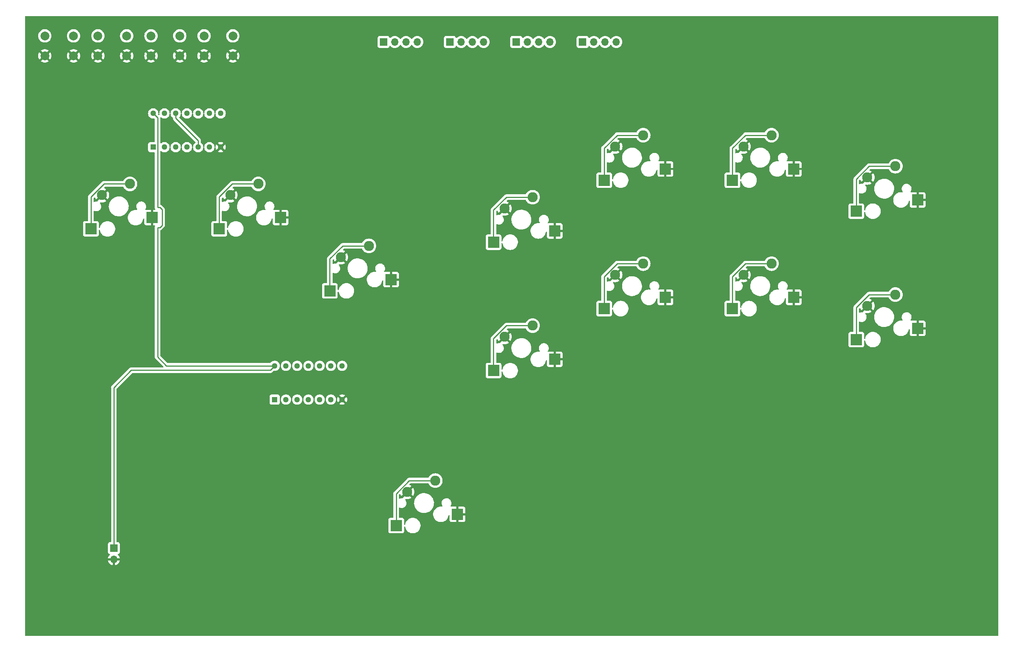
<source format=gbr>
%TF.GenerationSoftware,KiCad,Pcbnew,7.0.2*%
%TF.CreationDate,2023-06-12T14:05:00-07:00*%
%TF.ProjectId,DS5,4453352e-6b69-4636-9164-5f7063625858,rev?*%
%TF.SameCoordinates,Original*%
%TF.FileFunction,Copper,L2,Bot*%
%TF.FilePolarity,Positive*%
%FSLAX46Y46*%
G04 Gerber Fmt 4.6, Leading zero omitted, Abs format (unit mm)*
G04 Created by KiCad (PCBNEW 7.0.2) date 2023-06-12 14:05:00*
%MOMM*%
%LPD*%
G01*
G04 APERTURE LIST*
%TA.AperFunction,SMDPad,CuDef*%
%ADD10R,2.550000X2.500000*%
%TD*%
%TA.AperFunction,ComponentPad*%
%ADD11C,2.286000*%
%TD*%
%TA.AperFunction,ComponentPad*%
%ADD12R,1.700000X1.700000*%
%TD*%
%TA.AperFunction,ComponentPad*%
%ADD13O,1.700000X1.700000*%
%TD*%
%TA.AperFunction,ComponentPad*%
%ADD14R,1.295400X1.295400*%
%TD*%
%TA.AperFunction,ComponentPad*%
%ADD15C,1.295400*%
%TD*%
%TA.AperFunction,ComponentPad*%
%ADD16C,2.000000*%
%TD*%
%TA.AperFunction,Conductor*%
%ADD17C,0.250000*%
%TD*%
G04 APERTURE END LIST*
D10*
%TO.P,Triangle,2*%
%TO.N,GND*%
X162770000Y-51540000D03*
D11*
X151400000Y-46460000D03*
%TO.P,Triangle,1*%
%TO.N,/\u25B3*%
X157750000Y-43920000D03*
D10*
X148920000Y-54080000D03*
%TD*%
%TO.P,Square,2*%
%TO.N,GND*%
X137770000Y-65540000D03*
D11*
X126400000Y-60460000D03*
%TO.P,Square,1*%
%TO.N,/\u25A1*%
X132750000Y-57920000D03*
D10*
X123920000Y-68080000D03*
%TD*%
%TO.P,R2,2*%
%TO.N,GND*%
X191770000Y-80540000D03*
D11*
X180400000Y-75460000D03*
%TO.P,R2,1*%
%TO.N,/R2*%
X186750000Y-72920000D03*
D10*
X177920000Y-83080000D03*
%TD*%
%TO.P,R1,1*%
%TO.N,/R1*%
X177920000Y-54080000D03*
D11*
X186750000Y-43920000D03*
%TO.P,R1,2*%
%TO.N,GND*%
X180400000Y-46460000D03*
D10*
X191770000Y-51540000D03*
%TD*%
%TO.P,L2,2*%
%TO.N,GND*%
X219770000Y-87540000D03*
D11*
X208400000Y-82460000D03*
%TO.P,L2,1*%
%TO.N,/L2*%
X214750000Y-79920000D03*
D10*
X205920000Y-90080000D03*
%TD*%
%TO.P,L1,2*%
%TO.N,GND*%
X219770000Y-58540000D03*
D11*
X208400000Y-53460000D03*
%TO.P,L1,1*%
%TO.N,/L1*%
X214750000Y-50920000D03*
D10*
X205920000Y-61080000D03*
%TD*%
%TO.P,DU1,1*%
%TO.N,/Up*%
X101920000Y-132080000D03*
D11*
X110750000Y-121920000D03*
%TO.P,DU1,2*%
%TO.N,GND*%
X104400000Y-124460000D03*
D10*
X115770000Y-129540000D03*
%TD*%
%TO.P,Right,1*%
%TO.N,Net-(Neutral1-2B)*%
X86920000Y-79080000D03*
D11*
X95750000Y-68920000D03*
%TO.P,Right,2*%
%TO.N,GND*%
X89400000Y-71460000D03*
D10*
X100770000Y-76540000D03*
%TD*%
%TO.P,Left,1*%
%TO.N,Net-(Neutral1-1A)*%
X32920000Y-65080000D03*
D11*
X41750000Y-54920000D03*
%TO.P,Left,2*%
%TO.N,GND*%
X35400000Y-57460000D03*
D10*
X46770000Y-62540000D03*
%TD*%
%TO.P,Down,1*%
%TO.N,Net-(UpPrio1-1A)*%
X61920000Y-65080000D03*
D11*
X70750000Y-54920000D03*
%TO.P,Down,2*%
%TO.N,GND*%
X64400000Y-57460000D03*
D10*
X75770000Y-62540000D03*
%TD*%
%TO.P,Cross,2*%
%TO.N,GND*%
X137770000Y-94540000D03*
D11*
X126400000Y-89460000D03*
%TO.P,Cross,1*%
%TO.N,/X*%
X132750000Y-86920000D03*
D10*
X123920000Y-97080000D03*
%TD*%
%TO.P,Circle,1*%
%TO.N,/O*%
X148920000Y-83080000D03*
D11*
X157750000Y-72920000D03*
%TO.P,Circle,2*%
%TO.N,GND*%
X151400000Y-75460000D03*
D10*
X162770000Y-80540000D03*
%TD*%
D12*
%TO.P,Battery,1,+*%
%TO.N,/5V*%
X38100000Y-137160000D03*
D13*
%TO.P,Battery,2,-*%
%TO.N,GND*%
X38100000Y-139700000D03*
%TD*%
D14*
%TO.P,Left+Right,1,1A*%
%TO.N,Net-(Neutral1-1A)*%
X47000000Y-46620000D03*
D15*
%TO.P,Left+Right,2,1B*%
X49540000Y-46620000D03*
%TO.P,Left+Right,3,1Y*%
%TO.N,Net-(Neutral1-1Y)*%
X52080000Y-46620000D03*
%TO.P,Left+Right,4,2A*%
X54620000Y-46620000D03*
%TO.P,Left+Right,5,2B*%
%TO.N,Net-(Neutral1-2B)*%
X57160000Y-46620000D03*
%TO.P,Left+Right,6,2Y*%
%TO.N,/Left*%
X59700000Y-46620000D03*
%TO.P,Left+Right,7,GND*%
%TO.N,GND*%
X62240000Y-46620000D03*
%TO.P,Left+Right,8,3Y*%
%TO.N,/Right*%
X62240000Y-39000000D03*
%TO.P,Left+Right,9,3A*%
%TO.N,Net-(Neutral1-1A)*%
X59700000Y-39000000D03*
%TO.P,Left+Right,10,3B*%
%TO.N,Net-(Neutral1-3B)*%
X57160000Y-39000000D03*
%TO.P,Left+Right,11,4Y*%
X54620000Y-39000000D03*
%TO.P,Left+Right,12,4A*%
%TO.N,Net-(Neutral1-2B)*%
X52080000Y-39000000D03*
%TO.P,Left+Right,13,4B*%
X49540000Y-39000000D03*
%TO.P,Left+Right,14,VCC*%
%TO.N,/5V*%
X47000000Y-39000000D03*
%TD*%
D12*
%TO.P,Shoulder,1,Pin_1*%
%TO.N,/R2*%
X144060000Y-22860000D03*
D13*
%TO.P,Shoulder,2,Pin_2*%
%TO.N,/L2*%
X146600000Y-22860000D03*
%TO.P,Shoulder,3,Pin_3*%
%TO.N,/R1*%
X149140000Y-22860000D03*
%TO.P,Shoulder,4,Pin_4*%
%TO.N,/L1*%
X151680000Y-22860000D03*
%TD*%
%TO.P,DPad1,4,Pin_4*%
%TO.N,/Up*%
X121680000Y-22860000D03*
%TO.P,DPad1,3,Pin_3*%
%TO.N,/Down*%
X119140000Y-22860000D03*
%TO.P,DPad1,2,Pin_2*%
%TO.N,/Left*%
X116600000Y-22860000D03*
D12*
%TO.P,DPad1,1,Pin_1*%
%TO.N,/Right*%
X114060000Y-22860000D03*
%TD*%
D14*
%TO.P,Up+Down,1,1A*%
%TO.N,Net-(UpPrio1-1A)*%
X74460000Y-103620000D03*
D15*
%TO.P,Up+Down,2,1B*%
X77000000Y-103620000D03*
%TO.P,Up+Down,3,1Y*%
%TO.N,Net-(UpPrio1-1Y)*%
X79540000Y-103620000D03*
%TO.P,Up+Down,4,2A*%
X82080000Y-103620000D03*
%TO.P,Up+Down,5,2B*%
%TO.N,/Up*%
X84620000Y-103620000D03*
%TO.P,Up+Down,6,2Y*%
%TO.N,/Down*%
X87160000Y-103620000D03*
%TO.P,Up+Down,7,GND*%
%TO.N,GND*%
X89700000Y-103620000D03*
%TO.P,Up+Down,8,3Y*%
%TO.N,unconnected-(UpPrio1-3Y-Pad8)*%
X89700000Y-96000000D03*
%TO.P,Up+Down,9,3A*%
%TO.N,unconnected-(UpPrio1-3A-Pad9)*%
X87160000Y-96000000D03*
%TO.P,Up+Down,10,3B*%
%TO.N,unconnected-(UpPrio1-3B-Pad10)*%
X84620000Y-96000000D03*
%TO.P,Up+Down,11,4Y*%
%TO.N,unconnected-(UpPrio1-4Y-Pad11)*%
X82080000Y-96000000D03*
%TO.P,Up+Down,12,4A*%
%TO.N,unconnected-(UpPrio1-4A-Pad12)*%
X79540000Y-96000000D03*
%TO.P,Up+Down,13,4B*%
%TO.N,unconnected-(UpPrio1-4B-Pad13)*%
X77000000Y-96000000D03*
%TO.P,Up+Down,14,VCC*%
%TO.N,/5V*%
X74460000Y-96000000D03*
%TD*%
D16*
%TO.P,SHARE1,1*%
%TO.N,/Share*%
X46500000Y-21500000D03*
X53000000Y-21500000D03*
%TO.P,SHARE1,2*%
%TO.N,GND*%
X46500000Y-26000000D03*
X53000000Y-26000000D03*
%TD*%
%TO.P,TOUCH1,1*%
%TO.N,/Touch*%
X58500000Y-21500000D03*
X65000000Y-21500000D03*
%TO.P,TOUCH1,2*%
%TO.N,GND*%
X58500000Y-26000000D03*
X65000000Y-26000000D03*
%TD*%
%TO.P,OPTION1,1*%
%TO.N,/Option*%
X34500000Y-21500000D03*
X41000000Y-21500000D03*
%TO.P,OPTION1,2*%
%TO.N,GND*%
X34500000Y-26000000D03*
X41000000Y-26000000D03*
%TD*%
D12*
%TO.P,Face,1,Pin_1*%
%TO.N,/X*%
X129060000Y-22860000D03*
D13*
%TO.P,Face,2,Pin_2*%
%TO.N,/\u25A1*%
X131600000Y-22860000D03*
%TO.P,Face,3,Pin_3*%
%TO.N,/O*%
X134140000Y-22860000D03*
%TO.P,Face,4,Pin_4*%
%TO.N,/\u25B3*%
X136680000Y-22860000D03*
%TD*%
D16*
%TO.P,PS1,1*%
%TO.N,/PS*%
X22500000Y-21500000D03*
X29000000Y-21500000D03*
%TO.P,PS1,2*%
%TO.N,GND*%
X22500000Y-26000000D03*
X29000000Y-26000000D03*
%TD*%
D12*
%TO.P,Side,1,Pin_1*%
%TO.N,/Touch*%
X99060000Y-22860000D03*
D13*
%TO.P,Side,2,Pin_2*%
%TO.N,/Share*%
X101600000Y-22860000D03*
%TO.P,Side,3,Pin_3*%
%TO.N,/Option*%
X104140000Y-22860000D03*
%TO.P,Side,4,Pin_4*%
%TO.N,/PS*%
X106680000Y-22860000D03*
%TD*%
D17*
%TO.N,/5V*%
X48500000Y-60250000D02*
X47972700Y-60250000D01*
X49000000Y-64250000D02*
X49000000Y-60750000D01*
X47972700Y-64750000D02*
X48500000Y-64750000D01*
X49000000Y-60750000D02*
X48500000Y-60250000D01*
X47972700Y-64750000D02*
X47972700Y-93972700D01*
X47972700Y-39972700D02*
X47972700Y-60250000D01*
X48500000Y-64750000D02*
X49000000Y-64250000D01*
%TO.N,/R2*%
X177904100Y-75879834D02*
X180863934Y-72920000D01*
X180863934Y-72920000D02*
X186750000Y-72920000D01*
X177904100Y-83064100D02*
X177904100Y-75879834D01*
X177920000Y-83080000D02*
X177904100Y-83064100D01*
%TO.N,/L2*%
X205904100Y-82845900D02*
X208830000Y-79920000D01*
X205904100Y-90064100D02*
X205904100Y-82845900D01*
X205920000Y-90080000D02*
X205904100Y-90064100D01*
X208830000Y-79920000D02*
X214750000Y-79920000D01*
%TO.N,/L1*%
X205904100Y-53845900D02*
X208830000Y-50920000D01*
X208830000Y-50920000D02*
X214750000Y-50920000D01*
X205904100Y-61064100D02*
X205904100Y-53845900D01*
X205920000Y-61080000D02*
X205904100Y-61064100D01*
%TO.N,/R1*%
X180863934Y-43920000D02*
X186750000Y-43920000D01*
X177904100Y-46879834D02*
X180863934Y-43920000D01*
X177904100Y-54064100D02*
X177904100Y-46879834D01*
X177920000Y-54080000D02*
X177904100Y-54064100D01*
%TO.N,/\u25B3*%
X151863934Y-43920000D02*
X157750000Y-43920000D01*
X148904100Y-46879834D02*
X151863934Y-43920000D01*
X148904100Y-54064100D02*
X148904100Y-46879834D01*
X148920000Y-54080000D02*
X148904100Y-54064100D01*
%TO.N,/\u25A1*%
X126830000Y-57920000D02*
X132750000Y-57920000D01*
X123904100Y-60845900D02*
X126830000Y-57920000D01*
X123920000Y-68080000D02*
X123904100Y-68064100D01*
X123904100Y-68064100D02*
X123904100Y-60845900D01*
%TO.N,/O*%
X151863934Y-72920000D02*
X157750000Y-72920000D01*
X148904100Y-75879834D02*
X151863934Y-72920000D01*
X148904100Y-83064100D02*
X148904100Y-75879834D01*
X148920000Y-83080000D02*
X148904100Y-83064100D01*
%TO.N,/X*%
X123904100Y-97064100D02*
X123904100Y-89879834D01*
X123920000Y-97080000D02*
X123904100Y-97064100D01*
X123904100Y-89879834D02*
X126863934Y-86920000D01*
X126863934Y-86920000D02*
X132750000Y-86920000D01*
%TO.N,/Up*%
X104863934Y-121920000D02*
X110750000Y-121920000D01*
X101904100Y-124879834D02*
X104863934Y-121920000D01*
X101904100Y-132064100D02*
X101904100Y-124879834D01*
X101920000Y-132080000D02*
X101904100Y-132064100D01*
%TO.N,Net-(Neutral1-2B)*%
X89830000Y-68920000D02*
X95750000Y-68920000D01*
X86904100Y-71845900D02*
X89830000Y-68920000D01*
X86904100Y-79064100D02*
X86904100Y-71845900D01*
X86920000Y-79080000D02*
X86904100Y-79064100D01*
%TO.N,Net-(UpPrio1-1A)*%
X61904100Y-57879834D02*
X64863934Y-54920000D01*
X61904100Y-65064100D02*
X61904100Y-57879834D01*
X64863934Y-54920000D02*
X70750000Y-54920000D01*
X61920000Y-65080000D02*
X61904100Y-65064100D01*
%TO.N,Net-(Neutral1-1A)*%
X32904100Y-57879834D02*
X35863934Y-54920000D01*
X35863934Y-54920000D02*
X41750000Y-54920000D01*
X32904100Y-65064100D02*
X32904100Y-57879834D01*
X32920000Y-65080000D02*
X32904100Y-65064100D01*
%TO.N,/5V*%
X38100000Y-137160000D02*
X38100000Y-100900000D01*
X73460000Y-97000000D02*
X74460000Y-96000000D01*
X42000000Y-97000000D02*
X73460000Y-97000000D01*
X50000000Y-96000000D02*
X74460000Y-96000000D01*
X47972700Y-93972700D02*
X50000000Y-96000000D01*
X47000000Y-39000000D02*
X47972700Y-39972700D01*
X38100000Y-100900000D02*
X42000000Y-97000000D01*
%TO.N,Net-(Neutral1-2B)*%
X52080000Y-40080000D02*
X57160000Y-45160000D01*
X52080000Y-39000000D02*
X52080000Y-40080000D01*
X57160000Y-45160000D02*
X57160000Y-46620000D01*
%TD*%
%TA.AperFunction,Conductor*%
%TO.N,GND*%
G36*
X103746670Y-124837200D02*
G01*
X103851269Y-124977701D01*
X103985450Y-125090293D01*
X104077187Y-125136365D01*
X103422184Y-125791367D01*
X103407963Y-125847919D01*
X103356995Y-125895710D01*
X103288280Y-125908360D01*
X103277632Y-125906783D01*
X103235173Y-125898600D01*
X103235171Y-125898600D01*
X103077532Y-125898600D01*
X103074602Y-125898879D01*
X103074576Y-125898881D01*
X102920613Y-125913583D01*
X102718790Y-125972843D01*
X102714397Y-125975107D01*
X102710418Y-125977159D01*
X102641813Y-125990382D01*
X102576948Y-125964414D01*
X102536420Y-125907499D01*
X102529600Y-125866943D01*
X102529600Y-125544727D01*
X102529600Y-125190281D01*
X102549283Y-125123246D01*
X102565909Y-125102614D01*
X102662306Y-125006217D01*
X102723625Y-124972735D01*
X102793317Y-124977719D01*
X102849250Y-125019591D01*
X102864544Y-125046448D01*
X102931550Y-125208214D01*
X103066674Y-125428716D01*
X103071767Y-125434679D01*
X103723337Y-124783108D01*
X103746670Y-124837200D01*
G37*
%TD.AperFunction*%
%TA.AperFunction,Conductor*%
G36*
X125746670Y-89837200D02*
G01*
X125851269Y-89977701D01*
X125985450Y-90090293D01*
X126077187Y-90136365D01*
X125422184Y-90791367D01*
X125407963Y-90847919D01*
X125356995Y-90895710D01*
X125288280Y-90908360D01*
X125277632Y-90906783D01*
X125235173Y-90898600D01*
X125235171Y-90898600D01*
X125077532Y-90898600D01*
X125074602Y-90898879D01*
X125074576Y-90898881D01*
X124920613Y-90913583D01*
X124718789Y-90972844D01*
X124710417Y-90977160D01*
X124641809Y-90990381D01*
X124576945Y-90964412D01*
X124536418Y-90907497D01*
X124529599Y-90866943D01*
X124529599Y-90662523D01*
X124529599Y-90190281D01*
X124549284Y-90123246D01*
X124565909Y-90102614D01*
X124662306Y-90006217D01*
X124723625Y-89972735D01*
X124793317Y-89977719D01*
X124849250Y-90019591D01*
X124864544Y-90046448D01*
X124931550Y-90208214D01*
X125066674Y-90428716D01*
X125071767Y-90434679D01*
X125723337Y-89783108D01*
X125746670Y-89837200D01*
G37*
%TD.AperFunction*%
%TA.AperFunction,Conductor*%
G36*
X88746670Y-71837200D02*
G01*
X88851269Y-71977701D01*
X88985450Y-72090293D01*
X89077187Y-72136365D01*
X88422184Y-72791367D01*
X88407963Y-72847919D01*
X88356995Y-72895710D01*
X88288280Y-72908360D01*
X88277632Y-72906783D01*
X88235173Y-72898600D01*
X88235171Y-72898600D01*
X88077532Y-72898600D01*
X88074602Y-72898879D01*
X88074576Y-72898881D01*
X87920613Y-72913583D01*
X87718790Y-72972843D01*
X87714397Y-72975107D01*
X87710418Y-72977159D01*
X87641813Y-72990382D01*
X87576948Y-72964414D01*
X87536420Y-72907499D01*
X87529600Y-72866943D01*
X87529600Y-72156351D01*
X87549285Y-72089312D01*
X87565914Y-72068675D01*
X87652366Y-71982223D01*
X87713687Y-71948740D01*
X87783379Y-71953724D01*
X87839312Y-71995596D01*
X87854606Y-72022453D01*
X87931551Y-72208214D01*
X88066674Y-72428716D01*
X88071767Y-72434679D01*
X88723337Y-71783108D01*
X88746670Y-71837200D01*
G37*
%TD.AperFunction*%
%TA.AperFunction,Conductor*%
G36*
X179746670Y-75837200D02*
G01*
X179851269Y-75977701D01*
X179985450Y-76090293D01*
X180077187Y-76136365D01*
X179422184Y-76791367D01*
X179407963Y-76847919D01*
X179356995Y-76895710D01*
X179288280Y-76908360D01*
X179277632Y-76906783D01*
X179235173Y-76898600D01*
X179235171Y-76898600D01*
X179077532Y-76898600D01*
X179074602Y-76898879D01*
X179074576Y-76898881D01*
X178920613Y-76913583D01*
X178718790Y-76972843D01*
X178714397Y-76975107D01*
X178710418Y-76977159D01*
X178641813Y-76990382D01*
X178576948Y-76964414D01*
X178536420Y-76907499D01*
X178529600Y-76866943D01*
X178529600Y-76190285D01*
X178549285Y-76123246D01*
X178565909Y-76102614D01*
X178662307Y-76006216D01*
X178723624Y-75972735D01*
X178793316Y-75977719D01*
X178849250Y-76019590D01*
X178864544Y-76046448D01*
X178931550Y-76208214D01*
X179066674Y-76428716D01*
X179071767Y-76434679D01*
X179723337Y-75783108D01*
X179746670Y-75837200D01*
G37*
%TD.AperFunction*%
%TA.AperFunction,Conductor*%
G36*
X207746670Y-82837200D02*
G01*
X207851269Y-82977701D01*
X207985450Y-83090293D01*
X208077187Y-83136365D01*
X207422184Y-83791367D01*
X207407963Y-83847919D01*
X207356995Y-83895710D01*
X207288280Y-83908360D01*
X207277632Y-83906783D01*
X207235173Y-83898600D01*
X207235171Y-83898600D01*
X207077532Y-83898600D01*
X207074602Y-83898879D01*
X207074576Y-83898881D01*
X206920613Y-83913583D01*
X206718790Y-83972843D01*
X206714397Y-83975107D01*
X206710418Y-83977159D01*
X206641813Y-83990382D01*
X206576948Y-83964414D01*
X206536420Y-83907499D01*
X206529600Y-83866943D01*
X206529600Y-83156351D01*
X206549285Y-83089312D01*
X206565914Y-83068675D01*
X206652366Y-82982223D01*
X206713687Y-82948740D01*
X206783379Y-82953724D01*
X206839312Y-82995596D01*
X206854606Y-83022453D01*
X206931551Y-83208214D01*
X207066674Y-83428716D01*
X207071767Y-83434679D01*
X207723337Y-82783108D01*
X207746670Y-82837200D01*
G37*
%TD.AperFunction*%
%TA.AperFunction,Conductor*%
G36*
X150746670Y-75837200D02*
G01*
X150851269Y-75977701D01*
X150985450Y-76090293D01*
X151077187Y-76136365D01*
X150422184Y-76791367D01*
X150407963Y-76847919D01*
X150356995Y-76895710D01*
X150288280Y-76908360D01*
X150277632Y-76906783D01*
X150235173Y-76898600D01*
X150235171Y-76898600D01*
X150077532Y-76898600D01*
X150074602Y-76898879D01*
X150074576Y-76898881D01*
X149920613Y-76913583D01*
X149718790Y-76972843D01*
X149714397Y-76975107D01*
X149710418Y-76977159D01*
X149641813Y-76990382D01*
X149576948Y-76964414D01*
X149536420Y-76907499D01*
X149529600Y-76866943D01*
X149529600Y-76190285D01*
X149549285Y-76123246D01*
X149565909Y-76102614D01*
X149662307Y-76006216D01*
X149723624Y-75972735D01*
X149793316Y-75977719D01*
X149849250Y-76019590D01*
X149864544Y-76046448D01*
X149931550Y-76208214D01*
X150066674Y-76428716D01*
X150071767Y-76434679D01*
X150723337Y-75783108D01*
X150746670Y-75837200D01*
G37*
%TD.AperFunction*%
%TA.AperFunction,Conductor*%
G36*
X63746670Y-57837200D02*
G01*
X63851269Y-57977701D01*
X63985450Y-58090293D01*
X64077187Y-58136365D01*
X63422184Y-58791367D01*
X63407963Y-58847919D01*
X63356995Y-58895710D01*
X63288280Y-58908360D01*
X63277632Y-58906783D01*
X63235173Y-58898600D01*
X63235171Y-58898600D01*
X63077532Y-58898600D01*
X63074602Y-58898879D01*
X63074576Y-58898881D01*
X62920613Y-58913583D01*
X62718790Y-58972843D01*
X62714397Y-58975107D01*
X62710418Y-58977159D01*
X62641813Y-58990382D01*
X62576948Y-58964414D01*
X62536420Y-58907499D01*
X62529600Y-58866943D01*
X62529600Y-58190285D01*
X62549285Y-58123246D01*
X62565909Y-58102614D01*
X62662307Y-58006216D01*
X62723624Y-57972735D01*
X62793316Y-57977719D01*
X62849250Y-58019590D01*
X62864544Y-58046448D01*
X62931550Y-58208214D01*
X63066674Y-58428716D01*
X63071767Y-58434679D01*
X63723337Y-57783108D01*
X63746670Y-57837200D01*
G37*
%TD.AperFunction*%
%TA.AperFunction,Conductor*%
G36*
X125746670Y-60837200D02*
G01*
X125851269Y-60977701D01*
X125985450Y-61090293D01*
X126077187Y-61136365D01*
X125422184Y-61791367D01*
X125407963Y-61847919D01*
X125356995Y-61895710D01*
X125288280Y-61908360D01*
X125277632Y-61906783D01*
X125235173Y-61898600D01*
X125235171Y-61898600D01*
X125077532Y-61898600D01*
X125074602Y-61898879D01*
X125074576Y-61898881D01*
X124920613Y-61913583D01*
X124718790Y-61972843D01*
X124714397Y-61975107D01*
X124710418Y-61977159D01*
X124641813Y-61990382D01*
X124576948Y-61964414D01*
X124536420Y-61907499D01*
X124529600Y-61866943D01*
X124529600Y-61156351D01*
X124549285Y-61089312D01*
X124565914Y-61068675D01*
X124652366Y-60982223D01*
X124713687Y-60948740D01*
X124783379Y-60953724D01*
X124839312Y-60995596D01*
X124854606Y-61022453D01*
X124931551Y-61208214D01*
X125066674Y-61428716D01*
X125071767Y-61434679D01*
X125723337Y-60783108D01*
X125746670Y-60837200D01*
G37*
%TD.AperFunction*%
%TA.AperFunction,Conductor*%
G36*
X34746670Y-57837200D02*
G01*
X34851269Y-57977701D01*
X34985450Y-58090293D01*
X35077187Y-58136365D01*
X34422184Y-58791367D01*
X34407963Y-58847919D01*
X34356995Y-58895710D01*
X34288280Y-58908360D01*
X34277632Y-58906783D01*
X34235173Y-58898600D01*
X34235171Y-58898600D01*
X34077532Y-58898600D01*
X34074602Y-58898879D01*
X34074576Y-58898881D01*
X33920613Y-58913583D01*
X33718789Y-58972844D01*
X33710417Y-58977160D01*
X33641809Y-58990381D01*
X33576945Y-58964412D01*
X33536418Y-58907497D01*
X33529599Y-58866943D01*
X33529599Y-58617989D01*
X33529599Y-58190281D01*
X33549284Y-58123246D01*
X33565909Y-58102614D01*
X33662306Y-58006217D01*
X33723625Y-57972735D01*
X33793317Y-57977719D01*
X33849250Y-58019591D01*
X33864544Y-58046448D01*
X33931550Y-58208214D01*
X34066674Y-58428716D01*
X34071767Y-58434679D01*
X34723337Y-57783108D01*
X34746670Y-57837200D01*
G37*
%TD.AperFunction*%
%TA.AperFunction,Conductor*%
G36*
X179746670Y-46837200D02*
G01*
X179851269Y-46977701D01*
X179985450Y-47090293D01*
X180077187Y-47136365D01*
X179422184Y-47791367D01*
X179407963Y-47847919D01*
X179356995Y-47895710D01*
X179288280Y-47908360D01*
X179277632Y-47906783D01*
X179235173Y-47898600D01*
X179235171Y-47898600D01*
X179077532Y-47898600D01*
X179074602Y-47898879D01*
X179074576Y-47898881D01*
X178920613Y-47913583D01*
X178718790Y-47972843D01*
X178714397Y-47975107D01*
X178710418Y-47977159D01*
X178641813Y-47990382D01*
X178576948Y-47964414D01*
X178536420Y-47907499D01*
X178529600Y-47866943D01*
X178529600Y-47190285D01*
X178549285Y-47123246D01*
X178565909Y-47102614D01*
X178662307Y-47006216D01*
X178723624Y-46972735D01*
X178793316Y-46977719D01*
X178849250Y-47019590D01*
X178864544Y-47046448D01*
X178931550Y-47208214D01*
X179066674Y-47428716D01*
X179071767Y-47434679D01*
X179723337Y-46783108D01*
X179746670Y-46837200D01*
G37*
%TD.AperFunction*%
%TA.AperFunction,Conductor*%
G36*
X207746670Y-53837200D02*
G01*
X207851269Y-53977701D01*
X207985450Y-54090293D01*
X208077187Y-54136365D01*
X207422184Y-54791367D01*
X207407963Y-54847919D01*
X207356995Y-54895710D01*
X207288280Y-54908360D01*
X207277632Y-54906783D01*
X207235173Y-54898600D01*
X207235171Y-54898600D01*
X207077532Y-54898600D01*
X207074602Y-54898879D01*
X207074576Y-54898881D01*
X206920613Y-54913583D01*
X206718790Y-54972843D01*
X206714397Y-54975107D01*
X206710418Y-54977159D01*
X206641813Y-54990382D01*
X206576948Y-54964414D01*
X206536420Y-54907499D01*
X206529600Y-54866943D01*
X206529600Y-54156351D01*
X206549285Y-54089312D01*
X206565914Y-54068675D01*
X206652366Y-53982223D01*
X206713687Y-53948740D01*
X206783379Y-53953724D01*
X206839312Y-53995596D01*
X206854606Y-54022453D01*
X206931551Y-54208214D01*
X207066674Y-54428716D01*
X207071767Y-54434679D01*
X207723337Y-53783108D01*
X207746670Y-53837200D01*
G37*
%TD.AperFunction*%
%TA.AperFunction,Conductor*%
G36*
X150746670Y-46837200D02*
G01*
X150851269Y-46977701D01*
X150985450Y-47090293D01*
X151077187Y-47136365D01*
X150422184Y-47791367D01*
X150407963Y-47847919D01*
X150356995Y-47895710D01*
X150288280Y-47908360D01*
X150277632Y-47906783D01*
X150235173Y-47898600D01*
X150235171Y-47898600D01*
X150077532Y-47898600D01*
X150074602Y-47898879D01*
X150074576Y-47898881D01*
X149920613Y-47913583D01*
X149718790Y-47972843D01*
X149714397Y-47975107D01*
X149710418Y-47977159D01*
X149641813Y-47990382D01*
X149576948Y-47964414D01*
X149536420Y-47907499D01*
X149529600Y-47866943D01*
X149529600Y-47190285D01*
X149549285Y-47123246D01*
X149565909Y-47102614D01*
X149662307Y-47006216D01*
X149723624Y-46972735D01*
X149793316Y-46977719D01*
X149849250Y-47019590D01*
X149864544Y-47046448D01*
X149931550Y-47208214D01*
X150066674Y-47428716D01*
X150071767Y-47434679D01*
X150723337Y-46783108D01*
X150746670Y-46837200D01*
G37*
%TD.AperFunction*%
%TA.AperFunction,Conductor*%
G36*
X237942539Y-17020185D02*
G01*
X237988294Y-17072989D01*
X237999500Y-17124500D01*
X237999500Y-156875500D01*
X237979815Y-156942539D01*
X237927011Y-156988294D01*
X237875500Y-156999500D01*
X18124500Y-156999500D01*
X18057461Y-156979815D01*
X18011706Y-156927011D01*
X18000500Y-156875500D01*
X18000500Y-138054578D01*
X36749500Y-138054578D01*
X36749501Y-138057872D01*
X36755909Y-138117483D01*
X36806204Y-138252331D01*
X36892454Y-138367546D01*
X37007669Y-138453796D01*
X37139598Y-138503002D01*
X37195532Y-138544873D01*
X37219949Y-138610337D01*
X37205097Y-138678610D01*
X37183947Y-138706865D01*
X37061888Y-138828924D01*
X36926400Y-139022421D01*
X36826569Y-139236507D01*
X36769364Y-139449999D01*
X36769364Y-139450000D01*
X37666314Y-139450000D01*
X37640507Y-139490156D01*
X37600000Y-139628111D01*
X37600000Y-139771889D01*
X37640507Y-139909844D01*
X37666314Y-139950000D01*
X36769364Y-139950000D01*
X36826569Y-140163492D01*
X36926399Y-140377576D01*
X37061893Y-140571081D01*
X37228918Y-140738106D01*
X37422423Y-140873600D01*
X37636509Y-140973430D01*
X37850000Y-141030634D01*
X37850000Y-140135501D01*
X37957685Y-140184680D01*
X38064237Y-140200000D01*
X38135763Y-140200000D01*
X38242315Y-140184680D01*
X38350000Y-140135501D01*
X38350000Y-141030633D01*
X38563490Y-140973430D01*
X38777576Y-140873600D01*
X38971081Y-140738106D01*
X39138106Y-140571081D01*
X39273600Y-140377576D01*
X39373430Y-140163492D01*
X39430636Y-139950000D01*
X38533686Y-139950000D01*
X38559493Y-139909844D01*
X38600000Y-139771889D01*
X38600000Y-139628111D01*
X38559493Y-139490156D01*
X38533686Y-139450000D01*
X39430636Y-139450000D01*
X39430635Y-139449999D01*
X39373430Y-139236507D01*
X39273599Y-139022421D01*
X39138109Y-138828921D01*
X39016053Y-138706865D01*
X38982568Y-138645542D01*
X38987552Y-138575850D01*
X39029424Y-138519917D01*
X39060397Y-138503004D01*
X39192331Y-138453796D01*
X39307546Y-138367546D01*
X39393796Y-138252331D01*
X39444091Y-138117483D01*
X39450500Y-138057873D01*
X39450499Y-136262128D01*
X39444091Y-136202517D01*
X39393796Y-136067669D01*
X39307546Y-135952454D01*
X39192331Y-135866204D01*
X39057483Y-135815909D01*
X38997873Y-135809500D01*
X38994551Y-135809500D01*
X38849500Y-135809500D01*
X38782461Y-135789815D01*
X38736706Y-135737011D01*
X38725500Y-135685500D01*
X38725500Y-133374578D01*
X100144500Y-133374578D01*
X100144501Y-133377872D01*
X100150909Y-133437483D01*
X100201204Y-133572331D01*
X100287454Y-133687546D01*
X100402669Y-133773796D01*
X100537517Y-133824091D01*
X100597127Y-133830500D01*
X103242872Y-133830499D01*
X103302483Y-133824091D01*
X103437331Y-133773796D01*
X103552546Y-133687546D01*
X103638796Y-133572331D01*
X103689091Y-133437483D01*
X103695500Y-133377873D01*
X103695499Y-132379695D01*
X103715183Y-132312659D01*
X103767987Y-132266904D01*
X103837146Y-132256960D01*
X103900702Y-132285985D01*
X103938476Y-132344763D01*
X103942114Y-132361216D01*
X103958604Y-132470615D01*
X104035937Y-132721323D01*
X104149772Y-132957704D01*
X104285766Y-133157170D01*
X104297571Y-133174485D01*
X104476015Y-133366801D01*
X104476019Y-133366805D01*
X104681143Y-133530386D01*
X104908357Y-133661568D01*
X105152584Y-133757420D01*
X105408370Y-133815802D01*
X105604506Y-133830500D01*
X105606823Y-133830500D01*
X105733177Y-133830500D01*
X105735494Y-133830500D01*
X105931630Y-133815802D01*
X106187416Y-133757420D01*
X106431643Y-133661568D01*
X106658857Y-133530386D01*
X106863981Y-133366805D01*
X106963273Y-133259792D01*
X107042428Y-133174485D01*
X107042429Y-133174482D01*
X107042433Y-133174479D01*
X107190228Y-132957704D01*
X107304063Y-132721323D01*
X107381396Y-132470615D01*
X107420500Y-132211182D01*
X107420500Y-131948818D01*
X107381396Y-131689385D01*
X107304063Y-131438677D01*
X107190228Y-131202296D01*
X107042433Y-130985521D01*
X107042432Y-130985520D01*
X107042428Y-130985514D01*
X106863984Y-130793198D01*
X106863983Y-130793197D01*
X106863981Y-130793195D01*
X106658857Y-130629614D01*
X106658856Y-130629613D01*
X106431641Y-130498431D01*
X106187418Y-130402580D01*
X105931627Y-130344197D01*
X105737808Y-130329673D01*
X105737797Y-130329672D01*
X105735494Y-130329500D01*
X105604506Y-130329500D01*
X105602203Y-130329672D01*
X105602191Y-130329673D01*
X105408372Y-130344197D01*
X105152581Y-130402580D01*
X104908358Y-130498431D01*
X104681143Y-130629613D01*
X104476015Y-130793198D01*
X104297571Y-130985514D01*
X104149771Y-131202298D01*
X104035937Y-131438677D01*
X103958604Y-131689385D01*
X103942114Y-131798784D01*
X103912657Y-131862141D01*
X103853623Y-131899514D01*
X103783755Y-131899039D01*
X103725235Y-131860865D01*
X103696644Y-131797113D01*
X103695499Y-131780302D01*
X103695499Y-130785439D01*
X103695499Y-130782128D01*
X103689091Y-130722517D01*
X103638796Y-130587669D01*
X103552546Y-130472454D01*
X103437331Y-130386204D01*
X103302483Y-130335909D01*
X103242873Y-130329500D01*
X103239551Y-130329500D01*
X102653600Y-130329500D01*
X102586561Y-130309815D01*
X102540806Y-130257011D01*
X102529600Y-130205500D01*
X102529600Y-129671182D01*
X110269500Y-129671182D01*
X110308604Y-129930615D01*
X110385937Y-130181323D01*
X110499772Y-130417704D01*
X110635766Y-130617170D01*
X110647571Y-130634485D01*
X110794836Y-130793198D01*
X110826019Y-130826805D01*
X111031143Y-130990386D01*
X111258357Y-131121568D01*
X111323636Y-131147188D01*
X111464048Y-131202296D01*
X111502584Y-131217420D01*
X111758370Y-131275802D01*
X111954506Y-131290500D01*
X111956823Y-131290500D01*
X112083177Y-131290500D01*
X112085494Y-131290500D01*
X112281630Y-131275802D01*
X112537416Y-131217420D01*
X112781643Y-131121568D01*
X113008857Y-130990386D01*
X113213981Y-130826805D01*
X113313273Y-130719792D01*
X113392428Y-130634485D01*
X113392429Y-130634482D01*
X113392433Y-130634479D01*
X113540228Y-130417704D01*
X113654063Y-130181323D01*
X113731396Y-129930615D01*
X113748385Y-129817901D01*
X113777842Y-129754546D01*
X113836875Y-129717172D01*
X113906743Y-129717647D01*
X113965263Y-129755821D01*
X113993855Y-129819572D01*
X113995000Y-129836384D01*
X113995000Y-130834518D01*
X113995354Y-130841132D01*
X114001400Y-130897371D01*
X114051647Y-131032089D01*
X114137811Y-131147188D01*
X114252910Y-131233352D01*
X114387628Y-131283599D01*
X114443867Y-131289645D01*
X114450482Y-131290000D01*
X115520000Y-131290000D01*
X115520000Y-129790000D01*
X116020000Y-129790000D01*
X116020000Y-131290000D01*
X117089518Y-131290000D01*
X117096132Y-131289645D01*
X117152371Y-131283599D01*
X117287089Y-131233352D01*
X117402188Y-131147188D01*
X117488352Y-131032089D01*
X117538599Y-130897371D01*
X117544645Y-130841132D01*
X117545000Y-130834518D01*
X117545000Y-129790000D01*
X116020000Y-129790000D01*
X115520000Y-129790000D01*
X115520000Y-127790000D01*
X116020000Y-127790000D01*
X116020000Y-129290000D01*
X117544999Y-129290000D01*
X117545000Y-128245481D01*
X117544645Y-128238867D01*
X117538599Y-128182628D01*
X117488352Y-128047910D01*
X117402188Y-127932811D01*
X117287089Y-127846647D01*
X117152371Y-127796400D01*
X117096132Y-127790354D01*
X117089518Y-127790000D01*
X116020000Y-127790000D01*
X115520000Y-127790000D01*
X114450482Y-127790000D01*
X114443867Y-127790354D01*
X114387624Y-127796401D01*
X114346782Y-127811634D01*
X114277090Y-127816618D01*
X114215768Y-127783132D01*
X114182283Y-127721809D01*
X114187269Y-127652117D01*
X114196059Y-127633458D01*
X114296426Y-127459619D01*
X114365222Y-127260846D01*
X114395157Y-127052645D01*
X114385148Y-126842541D01*
X114335558Y-126638129D01*
X114248179Y-126446795D01*
X114248178Y-126446794D01*
X114248177Y-126446791D01*
X114126170Y-126275458D01*
X114126169Y-126275456D01*
X113973937Y-126130303D01*
X113973934Y-126130301D01*
X113973933Y-126130300D01*
X113796990Y-126016585D01*
X113650634Y-125957992D01*
X113601712Y-125938407D01*
X113601711Y-125938406D01*
X113601709Y-125938406D01*
X113395172Y-125898600D01*
X113395171Y-125898600D01*
X113237532Y-125898600D01*
X113234602Y-125898879D01*
X113234576Y-125898881D01*
X113080613Y-125913583D01*
X112878786Y-125972844D01*
X112691832Y-126069227D01*
X112526491Y-126199252D01*
X112388743Y-126358220D01*
X112283574Y-126540379D01*
X112214777Y-126739154D01*
X112184843Y-126947352D01*
X112184843Y-126947355D01*
X112194852Y-127157459D01*
X112244442Y-127361871D01*
X112317325Y-127521462D01*
X112331822Y-127553207D01*
X112370117Y-127606986D01*
X112392969Y-127673013D01*
X112376496Y-127740913D01*
X112325928Y-127789128D01*
X112259843Y-127802565D01*
X112087808Y-127789673D01*
X112087797Y-127789672D01*
X112085494Y-127789500D01*
X111954506Y-127789500D01*
X111952203Y-127789672D01*
X111952191Y-127789673D01*
X111758372Y-127804197D01*
X111502581Y-127862580D01*
X111258358Y-127958431D01*
X111031143Y-128089613D01*
X110826015Y-128253198D01*
X110647571Y-128445514D01*
X110569095Y-128560618D01*
X110499772Y-128662296D01*
X110385937Y-128898677D01*
X110308604Y-129149385D01*
X110269500Y-129408818D01*
X110269500Y-129671182D01*
X102529600Y-129671182D01*
X102529600Y-128129229D01*
X102549285Y-128062190D01*
X102602089Y-128016435D01*
X102671247Y-128006491D01*
X102699684Y-128014110D01*
X102818288Y-128061593D01*
X102947084Y-128086416D01*
X103024828Y-128101400D01*
X103024829Y-128101400D01*
X103179514Y-128101400D01*
X103182468Y-128101400D01*
X103185419Y-128101118D01*
X103185423Y-128101118D01*
X103241839Y-128095730D01*
X103339389Y-128086416D01*
X103541211Y-128027156D01*
X103728170Y-127930771D01*
X103893510Y-127800747D01*
X104031255Y-127641781D01*
X104136426Y-127459619D01*
X104205222Y-127260846D01*
X104231919Y-127075164D01*
X105961833Y-127075164D01*
X105962247Y-127079285D01*
X105962248Y-127079296D01*
X105980513Y-127260846D01*
X105991911Y-127374145D01*
X105992871Y-127378173D01*
X105992873Y-127378185D01*
X106060607Y-127662409D01*
X106061570Y-127666449D01*
X106063060Y-127670318D01*
X106063062Y-127670324D01*
X106109029Y-127789673D01*
X106169569Y-127946860D01*
X106171553Y-127950481D01*
X106171559Y-127950493D01*
X106254135Y-128101174D01*
X106313979Y-128210375D01*
X106316435Y-128213708D01*
X106316438Y-128213713D01*
X106489762Y-128448950D01*
X106492223Y-128452290D01*
X106701121Y-128668289D01*
X106824026Y-128765346D01*
X106933691Y-128851948D01*
X106933695Y-128851950D01*
X106936946Y-128854518D01*
X107195487Y-129007652D01*
X107199291Y-129009265D01*
X107199295Y-129009267D01*
X107304190Y-129053746D01*
X107472133Y-129124960D01*
X107761946Y-129204348D01*
X108059755Y-129244400D01*
X108063895Y-129244400D01*
X108282951Y-129244400D01*
X108285033Y-129244400D01*
X108509819Y-129229352D01*
X108804287Y-129169499D01*
X109088151Y-129070931D01*
X109356343Y-128935407D01*
X109604080Y-128765346D01*
X109826939Y-128563782D01*
X110020943Y-128334312D01*
X110182631Y-128081032D01*
X110309118Y-127808460D01*
X110398146Y-127521462D01*
X110448126Y-127225158D01*
X110458167Y-126924836D01*
X110428089Y-126625855D01*
X110358430Y-126333551D01*
X110250431Y-126053140D01*
X110236334Y-126027417D01*
X110137967Y-125847919D01*
X110106021Y-125789625D01*
X109927777Y-125547710D01*
X109718879Y-125331711D01*
X109539789Y-125190285D01*
X109486308Y-125148051D01*
X109486301Y-125148046D01*
X109483054Y-125145482D01*
X109479493Y-125143372D01*
X109479486Y-125143368D01*
X109228074Y-124994457D01*
X109228071Y-124994455D01*
X109224513Y-124992348D01*
X109220714Y-124990737D01*
X109220704Y-124990732D01*
X108951676Y-124876655D01*
X108951673Y-124876654D01*
X108947867Y-124875040D01*
X108943880Y-124873948D01*
X108943872Y-124873945D01*
X108662049Y-124796746D01*
X108662044Y-124796745D01*
X108658054Y-124795652D01*
X108653959Y-124795101D01*
X108653953Y-124795100D01*
X108364344Y-124756151D01*
X108364340Y-124756150D01*
X108360245Y-124755600D01*
X108134967Y-124755600D01*
X108132893Y-124755738D01*
X108132888Y-124755739D01*
X107914313Y-124770371D01*
X107914307Y-124770371D01*
X107910181Y-124770648D01*
X107906124Y-124771472D01*
X107906121Y-124771473D01*
X107619781Y-124829674D01*
X107619778Y-124829674D01*
X107615713Y-124830501D01*
X107611799Y-124831860D01*
X107611792Y-124831862D01*
X107335761Y-124927710D01*
X107335753Y-124927713D01*
X107331849Y-124929069D01*
X107328152Y-124930936D01*
X107328150Y-124930938D01*
X107067358Y-125062722D01*
X107067348Y-125062727D01*
X107063657Y-125064593D01*
X107060246Y-125066934D01*
X107060240Y-125066938D01*
X106819337Y-125232307D01*
X106819323Y-125232317D01*
X106815920Y-125234654D01*
X106812855Y-125237425D01*
X106812845Y-125237434D01*
X106596135Y-125433437D01*
X106596129Y-125433442D01*
X106593061Y-125436218D01*
X106590392Y-125439373D01*
X106590386Y-125439381D01*
X106401732Y-125662523D01*
X106401726Y-125662530D01*
X106399057Y-125665688D01*
X106396834Y-125669169D01*
X106396826Y-125669181D01*
X106239595Y-125915480D01*
X106239591Y-125915487D01*
X106237369Y-125918968D01*
X106235629Y-125922717D01*
X106235626Y-125922723D01*
X106112627Y-126187778D01*
X106112623Y-126187787D01*
X106110882Y-126191540D01*
X106109656Y-126195490D01*
X106109654Y-126195497D01*
X106059177Y-126358219D01*
X106021854Y-126478538D01*
X106021165Y-126482616D01*
X106021165Y-126482621D01*
X105977894Y-126739154D01*
X105971874Y-126774842D01*
X105971736Y-126778965D01*
X105971735Y-126778977D01*
X105961971Y-127071016D01*
X105961971Y-127071026D01*
X105961833Y-127075164D01*
X104231919Y-127075164D01*
X104235157Y-127052645D01*
X104225148Y-126842541D01*
X104175558Y-126638129D01*
X104088179Y-126446795D01*
X104088178Y-126446794D01*
X104088177Y-126446791D01*
X103960823Y-126267948D01*
X103937970Y-126201921D01*
X103954443Y-126134021D01*
X104005010Y-126085805D01*
X104073617Y-126072582D01*
X104090778Y-126075447D01*
X104142183Y-126087788D01*
X104400000Y-126108079D01*
X104657818Y-126087788D01*
X104909285Y-126027417D01*
X105148214Y-125928448D01*
X105368716Y-125793325D01*
X105374678Y-125788232D01*
X105374678Y-125788231D01*
X104725399Y-125138952D01*
X104738575Y-125134157D01*
X104884920Y-125037905D01*
X105005123Y-124910497D01*
X105077934Y-124784382D01*
X105728231Y-125434678D01*
X105728232Y-125434678D01*
X105733325Y-125428716D01*
X105868448Y-125208214D01*
X105967417Y-124969285D01*
X106027788Y-124717818D01*
X106048079Y-124459999D01*
X106027788Y-124202181D01*
X105967417Y-123950714D01*
X105868448Y-123711785D01*
X105733325Y-123491284D01*
X105728231Y-123485320D01*
X105076662Y-124136889D01*
X105053330Y-124082800D01*
X104948731Y-123942299D01*
X104814550Y-123829707D01*
X104722811Y-123783634D01*
X105374679Y-123131767D01*
X105368716Y-123126674D01*
X105148214Y-122991551D01*
X104986449Y-122924545D01*
X104932046Y-122880704D01*
X104909981Y-122814409D01*
X104927260Y-122746710D01*
X104946214Y-122722310D01*
X105086708Y-122581816D01*
X105148029Y-122548334D01*
X105174387Y-122545500D01*
X109147325Y-122545500D01*
X109214364Y-122565185D01*
X109260119Y-122617989D01*
X109261886Y-122622047D01*
X109281103Y-122668442D01*
X109416270Y-122889014D01*
X109584275Y-123085724D01*
X109780985Y-123253729D01*
X109780987Y-123253730D01*
X109780988Y-123253731D01*
X110001559Y-123388897D01*
X110178130Y-123462035D01*
X110240559Y-123487895D01*
X110254676Y-123491284D01*
X110492105Y-123548285D01*
X110750000Y-123568582D01*
X111007895Y-123548285D01*
X111259440Y-123487895D01*
X111498441Y-123388897D01*
X111719012Y-123253731D01*
X111915724Y-123085724D01*
X112083731Y-122889012D01*
X112218897Y-122668441D01*
X112317895Y-122429440D01*
X112378285Y-122177895D01*
X112398582Y-121920000D01*
X112378285Y-121662105D01*
X112320601Y-121421830D01*
X112317895Y-121410559D01*
X112283518Y-121327568D01*
X112218897Y-121171559D01*
X112083731Y-120950988D01*
X112083730Y-120950987D01*
X112083729Y-120950985D01*
X111915724Y-120754275D01*
X111719014Y-120586270D01*
X111637811Y-120536509D01*
X111498441Y-120451103D01*
X111410155Y-120414533D01*
X111259440Y-120352104D01*
X111007896Y-120291715D01*
X110878947Y-120281566D01*
X110750000Y-120271418D01*
X110749999Y-120271418D01*
X110492103Y-120291715D01*
X110240559Y-120352104D01*
X110001557Y-120451104D01*
X109780985Y-120586270D01*
X109584275Y-120754275D01*
X109416270Y-120950985D01*
X109281103Y-121171557D01*
X109261886Y-121217953D01*
X109218044Y-121272357D01*
X109151750Y-121294421D01*
X109147325Y-121294500D01*
X104946674Y-121294500D01*
X104926170Y-121292236D01*
X104856078Y-121294439D01*
X104852184Y-121294500D01*
X104824584Y-121294500D01*
X104820723Y-121294987D01*
X104820712Y-121294988D01*
X104820579Y-121295005D01*
X104808963Y-121295918D01*
X104765302Y-121297290D01*
X104746063Y-121302880D01*
X104727014Y-121306825D01*
X104707142Y-121309335D01*
X104666527Y-121325415D01*
X104655483Y-121329196D01*
X104613545Y-121341382D01*
X104596298Y-121351581D01*
X104578834Y-121360136D01*
X104560201Y-121367514D01*
X104524860Y-121393189D01*
X104515102Y-121399599D01*
X104477513Y-121421829D01*
X104463344Y-121435998D01*
X104448556Y-121448628D01*
X104432347Y-121460405D01*
X104404506Y-121494058D01*
X104396645Y-121502696D01*
X101520308Y-124379033D01*
X101504210Y-124391930D01*
X101456196Y-124443059D01*
X101453492Y-124445850D01*
X101436728Y-124462614D01*
X101436721Y-124462621D01*
X101433980Y-124465363D01*
X101431599Y-124468431D01*
X101431590Y-124468442D01*
X101431511Y-124468545D01*
X101423942Y-124477406D01*
X101394035Y-124509254D01*
X101384385Y-124526808D01*
X101373709Y-124543062D01*
X101361426Y-124558897D01*
X101344075Y-124598992D01*
X101338938Y-124609478D01*
X101317902Y-124647741D01*
X101312921Y-124667143D01*
X101306620Y-124685545D01*
X101298661Y-124703936D01*
X101291828Y-124747076D01*
X101289460Y-124758508D01*
X101278600Y-124800811D01*
X101278600Y-124820850D01*
X101277072Y-124840248D01*
X101273940Y-124860030D01*
X101275359Y-124875040D01*
X101278050Y-124903507D01*
X101278600Y-124915177D01*
X101278600Y-130205500D01*
X101258915Y-130272539D01*
X101206111Y-130318294D01*
X101154600Y-130329500D01*
X100600439Y-130329500D01*
X100600420Y-130329500D01*
X100597128Y-130329501D01*
X100593848Y-130329853D01*
X100593840Y-130329854D01*
X100537515Y-130335909D01*
X100402669Y-130386204D01*
X100287454Y-130472454D01*
X100201204Y-130587668D01*
X100150910Y-130722515D01*
X100150909Y-130722517D01*
X100144500Y-130782127D01*
X100144500Y-130785448D01*
X100144500Y-130785449D01*
X100144500Y-133374560D01*
X100144500Y-133374578D01*
X38725500Y-133374578D01*
X38725500Y-104312278D01*
X73311800Y-104312278D01*
X73311801Y-104315572D01*
X73312153Y-104318852D01*
X73312154Y-104318859D01*
X73318209Y-104375184D01*
X73326291Y-104396852D01*
X73368504Y-104510031D01*
X73454754Y-104625246D01*
X73569969Y-104711496D01*
X73704817Y-104761791D01*
X73764427Y-104768200D01*
X75155572Y-104768199D01*
X75215183Y-104761791D01*
X75350031Y-104711496D01*
X75465246Y-104625246D01*
X75551496Y-104510031D01*
X75601791Y-104375183D01*
X75608200Y-104315573D01*
X75608199Y-103726294D01*
X75627883Y-103659257D01*
X75672457Y-103620633D01*
X75787235Y-103620633D01*
X75813402Y-103632583D01*
X75851176Y-103691361D01*
X75855670Y-103714854D01*
X75866515Y-103831887D01*
X75924748Y-104036555D01*
X76019595Y-104227036D01*
X76147835Y-104396852D01*
X76305088Y-104540207D01*
X76305090Y-104540208D01*
X76305091Y-104540209D01*
X76486011Y-104652230D01*
X76684434Y-104729099D01*
X76893604Y-104768200D01*
X76893606Y-104768200D01*
X77106394Y-104768200D01*
X77106396Y-104768200D01*
X77315566Y-104729099D01*
X77513989Y-104652230D01*
X77694909Y-104540209D01*
X77852165Y-104396851D01*
X77980402Y-104227039D01*
X77980402Y-104227037D01*
X77980404Y-104227036D01*
X78075251Y-104036555D01*
X78133485Y-103831887D01*
X78146529Y-103691117D01*
X78172315Y-103626180D01*
X78179383Y-103621116D01*
X78178223Y-103618882D01*
X78360616Y-103618882D01*
X78391693Y-103678750D01*
X78393471Y-103691117D01*
X78406514Y-103831887D01*
X78464748Y-104036555D01*
X78559595Y-104227036D01*
X78687835Y-104396852D01*
X78845088Y-104540207D01*
X78845090Y-104540208D01*
X78845091Y-104540209D01*
X79026011Y-104652230D01*
X79224434Y-104729099D01*
X79433604Y-104768200D01*
X79433606Y-104768200D01*
X79646394Y-104768200D01*
X79646396Y-104768200D01*
X79855566Y-104729099D01*
X80053989Y-104652230D01*
X80234909Y-104540209D01*
X80392165Y-104396851D01*
X80520402Y-104227039D01*
X80520402Y-104227037D01*
X80520404Y-104227036D01*
X80615251Y-104036555D01*
X80673485Y-103831887D01*
X80686529Y-103691117D01*
X80712315Y-103626180D01*
X80719383Y-103621116D01*
X80718223Y-103618882D01*
X80900616Y-103618882D01*
X80931693Y-103678750D01*
X80933471Y-103691117D01*
X80946514Y-103831887D01*
X81004748Y-104036555D01*
X81099595Y-104227036D01*
X81227835Y-104396852D01*
X81385088Y-104540207D01*
X81385090Y-104540208D01*
X81385091Y-104540209D01*
X81566011Y-104652230D01*
X81764434Y-104729099D01*
X81973604Y-104768200D01*
X81973606Y-104768200D01*
X82186394Y-104768200D01*
X82186396Y-104768200D01*
X82395566Y-104729099D01*
X82593989Y-104652230D01*
X82774909Y-104540209D01*
X82932165Y-104396851D01*
X83060402Y-104227039D01*
X83060402Y-104227037D01*
X83060404Y-104227036D01*
X83155251Y-104036555D01*
X83213485Y-103831887D01*
X83226529Y-103691117D01*
X83252315Y-103626180D01*
X83259383Y-103621116D01*
X83258223Y-103618882D01*
X83440616Y-103618882D01*
X83471693Y-103678750D01*
X83473471Y-103691117D01*
X83486514Y-103831887D01*
X83544748Y-104036555D01*
X83639595Y-104227036D01*
X83767835Y-104396852D01*
X83925088Y-104540207D01*
X83925090Y-104540208D01*
X83925091Y-104540209D01*
X84106011Y-104652230D01*
X84304434Y-104729099D01*
X84513604Y-104768200D01*
X84513606Y-104768200D01*
X84726394Y-104768200D01*
X84726396Y-104768200D01*
X84935566Y-104729099D01*
X85133989Y-104652230D01*
X85314909Y-104540209D01*
X85472165Y-104396851D01*
X85600402Y-104227039D01*
X85600402Y-104227037D01*
X85600404Y-104227036D01*
X85695251Y-104036555D01*
X85753485Y-103831887D01*
X85766529Y-103691117D01*
X85792315Y-103626180D01*
X85799383Y-103621116D01*
X85798223Y-103618882D01*
X85980616Y-103618882D01*
X86011693Y-103678750D01*
X86013471Y-103691117D01*
X86026514Y-103831887D01*
X86084748Y-104036555D01*
X86179595Y-104227036D01*
X86307835Y-104396852D01*
X86465088Y-104540207D01*
X86465090Y-104540208D01*
X86465091Y-104540209D01*
X86646011Y-104652230D01*
X86844434Y-104729099D01*
X87053604Y-104768200D01*
X87053606Y-104768200D01*
X87266394Y-104768200D01*
X87266396Y-104768200D01*
X87475566Y-104729099D01*
X87673989Y-104652230D01*
X87854909Y-104540209D01*
X88012165Y-104396851D01*
X88140402Y-104227039D01*
X88140402Y-104227037D01*
X88140404Y-104227036D01*
X88235251Y-104036555D01*
X88293485Y-103831887D01*
X88306506Y-103691361D01*
X88306780Y-103688407D01*
X88332565Y-103623472D01*
X88337239Y-103620123D01*
X88522915Y-103620123D01*
X88551943Y-103676041D01*
X88553721Y-103688409D01*
X88567007Y-103831793D01*
X88625217Y-104036374D01*
X88720022Y-104226770D01*
X88728478Y-104237967D01*
X89307552Y-103658894D01*
X89320901Y-103743177D01*
X89377519Y-103854296D01*
X89465704Y-103942481D01*
X89576823Y-103999099D01*
X89661105Y-104012447D01*
X89084663Y-104588888D01*
X89084663Y-104588889D01*
X89186231Y-104651779D01*
X89384571Y-104728616D01*
X89593652Y-104767700D01*
X89806348Y-104767700D01*
X90015431Y-104728615D01*
X90213765Y-104651779D01*
X90315335Y-104588889D01*
X90315335Y-104588888D01*
X89738895Y-104012447D01*
X89823177Y-103999099D01*
X89934296Y-103942481D01*
X90022481Y-103854296D01*
X90079099Y-103743177D01*
X90092447Y-103658895D01*
X90671520Y-104237968D01*
X90671520Y-104237967D01*
X90679976Y-104226772D01*
X90774782Y-104036374D01*
X90832992Y-103831793D01*
X90852616Y-103620000D01*
X90832992Y-103408206D01*
X90774782Y-103203625D01*
X90679977Y-103013227D01*
X90671520Y-103002030D01*
X90092447Y-103581104D01*
X90079099Y-103496823D01*
X90022481Y-103385704D01*
X89934296Y-103297519D01*
X89823177Y-103240901D01*
X89738895Y-103227552D01*
X90315336Y-102651110D01*
X90213766Y-102588220D01*
X90015428Y-102511383D01*
X89806348Y-102472300D01*
X89593652Y-102472300D01*
X89384566Y-102511384D01*
X89186238Y-102588217D01*
X89084662Y-102651110D01*
X89661105Y-103227552D01*
X89576823Y-103240901D01*
X89465704Y-103297519D01*
X89377519Y-103385704D01*
X89320901Y-103496823D01*
X89307552Y-103581105D01*
X88728478Y-103002031D01*
X88728477Y-103002031D01*
X88720024Y-103013225D01*
X88625217Y-103203625D01*
X88567007Y-103408206D01*
X88553721Y-103551591D01*
X88527935Y-103616528D01*
X88522915Y-103620123D01*
X88337239Y-103620123D01*
X88337584Y-103619876D01*
X88308557Y-103563957D01*
X88306781Y-103551604D01*
X88296915Y-103445141D01*
X88293485Y-103408112D01*
X88235251Y-103203444D01*
X88140404Y-103012963D01*
X88012164Y-102843147D01*
X87854911Y-102699792D01*
X87673989Y-102587770D01*
X87673989Y-102587769D01*
X87475566Y-102510901D01*
X87266396Y-102471800D01*
X87053604Y-102471800D01*
X86844434Y-102510900D01*
X86844434Y-102510901D01*
X86646010Y-102587770D01*
X86465088Y-102699792D01*
X86307835Y-102843147D01*
X86179595Y-103012963D01*
X86084748Y-103203444D01*
X86026514Y-103408112D01*
X86013471Y-103548882D01*
X85987685Y-103613819D01*
X85980616Y-103618882D01*
X85798223Y-103618882D01*
X85768307Y-103561249D01*
X85766529Y-103548882D01*
X85753485Y-103408112D01*
X85695251Y-103203444D01*
X85600404Y-103012963D01*
X85472164Y-102843147D01*
X85314911Y-102699792D01*
X85133989Y-102587770D01*
X84935566Y-102510901D01*
X84726396Y-102471800D01*
X84513604Y-102471800D01*
X84304433Y-102510901D01*
X84304434Y-102510901D01*
X84106010Y-102587770D01*
X83925088Y-102699792D01*
X83767835Y-102843147D01*
X83639595Y-103012963D01*
X83544748Y-103203444D01*
X83486514Y-103408112D01*
X83473471Y-103548882D01*
X83447685Y-103613819D01*
X83440616Y-103618882D01*
X83258223Y-103618882D01*
X83228307Y-103561249D01*
X83226529Y-103548882D01*
X83213485Y-103408112D01*
X83155251Y-103203444D01*
X83060404Y-103012963D01*
X82932164Y-102843147D01*
X82774911Y-102699792D01*
X82593989Y-102587770D01*
X82593988Y-102587770D01*
X82395566Y-102510901D01*
X82186396Y-102471800D01*
X81973604Y-102471800D01*
X81764433Y-102510901D01*
X81764434Y-102510901D01*
X81566010Y-102587770D01*
X81385088Y-102699792D01*
X81227835Y-102843147D01*
X81099595Y-103012963D01*
X81004748Y-103203444D01*
X80946514Y-103408112D01*
X80933471Y-103548882D01*
X80907685Y-103613819D01*
X80900616Y-103618882D01*
X80718223Y-103618882D01*
X80688307Y-103561249D01*
X80686529Y-103548882D01*
X80673485Y-103408112D01*
X80615251Y-103203444D01*
X80520404Y-103012963D01*
X80392164Y-102843147D01*
X80234911Y-102699792D01*
X80053989Y-102587770D01*
X79855566Y-102510901D01*
X79646396Y-102471800D01*
X79433604Y-102471800D01*
X79224433Y-102510900D01*
X79224434Y-102510901D01*
X79026010Y-102587770D01*
X78845088Y-102699792D01*
X78687835Y-102843147D01*
X78559595Y-103012963D01*
X78464748Y-103203444D01*
X78406514Y-103408112D01*
X78393471Y-103548882D01*
X78367685Y-103613819D01*
X78360616Y-103618882D01*
X78178223Y-103618882D01*
X78148307Y-103561249D01*
X78146529Y-103548882D01*
X78133485Y-103408112D01*
X78075251Y-103203444D01*
X77980404Y-103012963D01*
X77852164Y-102843147D01*
X77694911Y-102699792D01*
X77513989Y-102587770D01*
X77513988Y-102587769D01*
X77315566Y-102510901D01*
X77106396Y-102471800D01*
X76893604Y-102471800D01*
X76684434Y-102510900D01*
X76684434Y-102510901D01*
X76486010Y-102587770D01*
X76305088Y-102699792D01*
X76147835Y-102843147D01*
X76019595Y-103012963D01*
X75924748Y-103203444D01*
X75866514Y-103408112D01*
X75855670Y-103525146D01*
X75829884Y-103590084D01*
X75787235Y-103620633D01*
X75672457Y-103620633D01*
X75675259Y-103618205D01*
X75642696Y-103599526D01*
X75610506Y-103537513D01*
X75608199Y-103513705D01*
X75608199Y-102927739D01*
X75608199Y-102924428D01*
X75601791Y-102864817D01*
X75551496Y-102729969D01*
X75465246Y-102614754D01*
X75350031Y-102528504D01*
X75215183Y-102478209D01*
X75215183Y-102478208D01*
X75158866Y-102472154D01*
X75158865Y-102472153D01*
X75155573Y-102471800D01*
X75152250Y-102471800D01*
X73767739Y-102471800D01*
X73767720Y-102471800D01*
X73764428Y-102471801D01*
X73761148Y-102472153D01*
X73761140Y-102472154D01*
X73704815Y-102478209D01*
X73569969Y-102528504D01*
X73454754Y-102614754D01*
X73368504Y-102729968D01*
X73318210Y-102864815D01*
X73318209Y-102864817D01*
X73311800Y-102924427D01*
X73311800Y-102927748D01*
X73311800Y-102927749D01*
X73311800Y-104312260D01*
X73311800Y-104312278D01*
X38725500Y-104312278D01*
X38725500Y-101210452D01*
X38745185Y-101143413D01*
X38761819Y-101122771D01*
X41510013Y-98374578D01*
X122144500Y-98374578D01*
X122144501Y-98377872D01*
X122150909Y-98437483D01*
X122201204Y-98572331D01*
X122287454Y-98687546D01*
X122402669Y-98773796D01*
X122537517Y-98824091D01*
X122597127Y-98830500D01*
X125242872Y-98830499D01*
X125302483Y-98824091D01*
X125437331Y-98773796D01*
X125552546Y-98687546D01*
X125638796Y-98572331D01*
X125689091Y-98437483D01*
X125695500Y-98377873D01*
X125695499Y-97379695D01*
X125715183Y-97312659D01*
X125767987Y-97266904D01*
X125837146Y-97256960D01*
X125900702Y-97285985D01*
X125938476Y-97344763D01*
X125942114Y-97361216D01*
X125951191Y-97421437D01*
X125958604Y-97470615D01*
X126035937Y-97721323D01*
X126149772Y-97957704D01*
X126285766Y-98157170D01*
X126297571Y-98174485D01*
X126476015Y-98366801D01*
X126476019Y-98366805D01*
X126681143Y-98530386D01*
X126908357Y-98661568D01*
X127152584Y-98757420D01*
X127408370Y-98815802D01*
X127604506Y-98830500D01*
X127606823Y-98830500D01*
X127733177Y-98830500D01*
X127735494Y-98830500D01*
X127931630Y-98815802D01*
X128187416Y-98757420D01*
X128431643Y-98661568D01*
X128658857Y-98530386D01*
X128863981Y-98366805D01*
X128963273Y-98259792D01*
X129042428Y-98174485D01*
X129042429Y-98174482D01*
X129042433Y-98174479D01*
X129190228Y-97957704D01*
X129304063Y-97721323D01*
X129381396Y-97470615D01*
X129420500Y-97211182D01*
X129420500Y-96948818D01*
X129381396Y-96689385D01*
X129304063Y-96438677D01*
X129190228Y-96202296D01*
X129042433Y-95985521D01*
X129042432Y-95985520D01*
X129042428Y-95985514D01*
X128863984Y-95793198D01*
X128863983Y-95793197D01*
X128863981Y-95793195D01*
X128658857Y-95629614D01*
X128658856Y-95629613D01*
X128431641Y-95498431D01*
X128187418Y-95402580D01*
X127931627Y-95344197D01*
X127737808Y-95329673D01*
X127737797Y-95329672D01*
X127735494Y-95329500D01*
X127604506Y-95329500D01*
X127602203Y-95329672D01*
X127602191Y-95329673D01*
X127408372Y-95344197D01*
X127152581Y-95402580D01*
X126908358Y-95498431D01*
X126681143Y-95629613D01*
X126476015Y-95793198D01*
X126297571Y-95985514D01*
X126149771Y-96202298D01*
X126035937Y-96438677D01*
X125958604Y-96689385D01*
X125942114Y-96798784D01*
X125912657Y-96862141D01*
X125853623Y-96899514D01*
X125783755Y-96899039D01*
X125725235Y-96860865D01*
X125696644Y-96797113D01*
X125695499Y-96780302D01*
X125695499Y-95785439D01*
X125695499Y-95782128D01*
X125689091Y-95722517D01*
X125638796Y-95587669D01*
X125552546Y-95472454D01*
X125437331Y-95386204D01*
X125302483Y-95335909D01*
X125242873Y-95329500D01*
X125239551Y-95329500D01*
X124653600Y-95329500D01*
X124586561Y-95309815D01*
X124540806Y-95257011D01*
X124529600Y-95205500D01*
X124529600Y-94671182D01*
X132269500Y-94671182D01*
X132308604Y-94930615D01*
X132385937Y-95181323D01*
X132499772Y-95417704D01*
X132635766Y-95617170D01*
X132647571Y-95634485D01*
X132794836Y-95793198D01*
X132826019Y-95826805D01*
X133031143Y-95990386D01*
X133258357Y-96121568D01*
X133323636Y-96147188D01*
X133464048Y-96202296D01*
X133502584Y-96217420D01*
X133758370Y-96275802D01*
X133954506Y-96290500D01*
X133956823Y-96290500D01*
X134083177Y-96290500D01*
X134085494Y-96290500D01*
X134281630Y-96275802D01*
X134537416Y-96217420D01*
X134781643Y-96121568D01*
X135008857Y-95990386D01*
X135213981Y-95826805D01*
X135313273Y-95719792D01*
X135392428Y-95634485D01*
X135392429Y-95634482D01*
X135392433Y-95634479D01*
X135540228Y-95417704D01*
X135654063Y-95181323D01*
X135731396Y-94930615D01*
X135748385Y-94817901D01*
X135777842Y-94754546D01*
X135836875Y-94717172D01*
X135906743Y-94717647D01*
X135965263Y-94755821D01*
X135993855Y-94819572D01*
X135995000Y-94836384D01*
X135995000Y-95834518D01*
X135995354Y-95841132D01*
X136001400Y-95897371D01*
X136051647Y-96032089D01*
X136137811Y-96147188D01*
X136252910Y-96233352D01*
X136387628Y-96283599D01*
X136443867Y-96289645D01*
X136450482Y-96290000D01*
X137520000Y-96290000D01*
X137520000Y-94790000D01*
X138020000Y-94790000D01*
X138020000Y-96290000D01*
X139089518Y-96290000D01*
X139096132Y-96289645D01*
X139152371Y-96283599D01*
X139287089Y-96233352D01*
X139402188Y-96147188D01*
X139488352Y-96032089D01*
X139538599Y-95897371D01*
X139544645Y-95841132D01*
X139545000Y-95834518D01*
X139545000Y-94790000D01*
X138020000Y-94790000D01*
X137520000Y-94790000D01*
X137520000Y-92790000D01*
X138020000Y-92790000D01*
X138020000Y-94290000D01*
X139545000Y-94290000D01*
X139545000Y-93245481D01*
X139544645Y-93238867D01*
X139538599Y-93182628D01*
X139488352Y-93047910D01*
X139402188Y-92932811D01*
X139287089Y-92846647D01*
X139152371Y-92796400D01*
X139096132Y-92790354D01*
X139089518Y-92790000D01*
X138020000Y-92790000D01*
X137520000Y-92790000D01*
X136450482Y-92790000D01*
X136443867Y-92790354D01*
X136387624Y-92796401D01*
X136346782Y-92811634D01*
X136277090Y-92816618D01*
X136215768Y-92783132D01*
X136182283Y-92721809D01*
X136187269Y-92652117D01*
X136196059Y-92633458D01*
X136296426Y-92459619D01*
X136365222Y-92260846D01*
X136395157Y-92052645D01*
X136385148Y-91842541D01*
X136335558Y-91638129D01*
X136248179Y-91446795D01*
X136248178Y-91446794D01*
X136248177Y-91446791D01*
X136196754Y-91374578D01*
X204144500Y-91374578D01*
X204144501Y-91377872D01*
X204144853Y-91381152D01*
X204144854Y-91381159D01*
X204150909Y-91437484D01*
X204167744Y-91482621D01*
X204201204Y-91572331D01*
X204287454Y-91687546D01*
X204402669Y-91773796D01*
X204537517Y-91824091D01*
X204597127Y-91830500D01*
X207242872Y-91830499D01*
X207302483Y-91824091D01*
X207437331Y-91773796D01*
X207552546Y-91687546D01*
X207638796Y-91572331D01*
X207689091Y-91437483D01*
X207695500Y-91377873D01*
X207695499Y-90379695D01*
X207715183Y-90312659D01*
X207767987Y-90266904D01*
X207837146Y-90256960D01*
X207900702Y-90285985D01*
X207938476Y-90344763D01*
X207942114Y-90361216D01*
X207958604Y-90470615D01*
X208035937Y-90721323D01*
X208149772Y-90957704D01*
X208225809Y-91069229D01*
X208297571Y-91174485D01*
X208468052Y-91358219D01*
X208476019Y-91366805D01*
X208681143Y-91530386D01*
X208908357Y-91661568D01*
X209152584Y-91757420D01*
X209408370Y-91815802D01*
X209604506Y-91830500D01*
X209606823Y-91830500D01*
X209733177Y-91830500D01*
X209735494Y-91830500D01*
X209931630Y-91815802D01*
X210187416Y-91757420D01*
X210431643Y-91661568D01*
X210658857Y-91530386D01*
X210863981Y-91366805D01*
X211016971Y-91201921D01*
X211042428Y-91174485D01*
X211042429Y-91174482D01*
X211042433Y-91174479D01*
X211190228Y-90957704D01*
X211304063Y-90721323D01*
X211381396Y-90470615D01*
X211420500Y-90211182D01*
X211420500Y-89948818D01*
X211381396Y-89689385D01*
X211304063Y-89438677D01*
X211190228Y-89202296D01*
X211042433Y-88985521D01*
X211042432Y-88985520D01*
X211042428Y-88985514D01*
X210863984Y-88793198D01*
X210863983Y-88793197D01*
X210863981Y-88793195D01*
X210658857Y-88629614D01*
X210658856Y-88629613D01*
X210431641Y-88498431D01*
X210187418Y-88402580D01*
X209931627Y-88344197D01*
X209737808Y-88329673D01*
X209737797Y-88329672D01*
X209735494Y-88329500D01*
X209604506Y-88329500D01*
X209602203Y-88329672D01*
X209602191Y-88329673D01*
X209408372Y-88344197D01*
X209152581Y-88402580D01*
X208908358Y-88498431D01*
X208681143Y-88629613D01*
X208476015Y-88793198D01*
X208297571Y-88985514D01*
X208197070Y-89132922D01*
X208149851Y-89202181D01*
X208149771Y-89202298D01*
X208035937Y-89438677D01*
X207958604Y-89689385D01*
X207942114Y-89798784D01*
X207912657Y-89862141D01*
X207853623Y-89899514D01*
X207783755Y-89899039D01*
X207725235Y-89860865D01*
X207696644Y-89797113D01*
X207695499Y-89780302D01*
X207695499Y-88785439D01*
X207695499Y-88782128D01*
X207689091Y-88722517D01*
X207638796Y-88587669D01*
X207552546Y-88472454D01*
X207437331Y-88386204D01*
X207302483Y-88335909D01*
X207242873Y-88329500D01*
X207239551Y-88329500D01*
X206653600Y-88329500D01*
X206586561Y-88309815D01*
X206540806Y-88257011D01*
X206529600Y-88205500D01*
X206529600Y-87671182D01*
X214269500Y-87671182D01*
X214308604Y-87930615D01*
X214385937Y-88181323D01*
X214499772Y-88417704D01*
X214635766Y-88617170D01*
X214647571Y-88634485D01*
X214794836Y-88793198D01*
X214826019Y-88826805D01*
X215031143Y-88990386D01*
X215258357Y-89121568D01*
X215323636Y-89147188D01*
X215464048Y-89202296D01*
X215502584Y-89217420D01*
X215758370Y-89275802D01*
X215954506Y-89290500D01*
X215956823Y-89290500D01*
X216083177Y-89290500D01*
X216085494Y-89290500D01*
X216281630Y-89275802D01*
X216537416Y-89217420D01*
X216781643Y-89121568D01*
X217008857Y-88990386D01*
X217213981Y-88826805D01*
X217321710Y-88710700D01*
X217392428Y-88634485D01*
X217392429Y-88634482D01*
X217392433Y-88634479D01*
X217540228Y-88417704D01*
X217654063Y-88181323D01*
X217731396Y-87930615D01*
X217748385Y-87817901D01*
X217777842Y-87754546D01*
X217836875Y-87717172D01*
X217906743Y-87717647D01*
X217965263Y-87755821D01*
X217993855Y-87819572D01*
X217995000Y-87836384D01*
X217995000Y-88834518D01*
X217995354Y-88841132D01*
X218001400Y-88897371D01*
X218051647Y-89032089D01*
X218137811Y-89147188D01*
X218252910Y-89233352D01*
X218387628Y-89283599D01*
X218443867Y-89289645D01*
X218450482Y-89290000D01*
X219520000Y-89290000D01*
X219520000Y-87790000D01*
X220020000Y-87790000D01*
X220020000Y-89290000D01*
X221089518Y-89290000D01*
X221096132Y-89289645D01*
X221152371Y-89283599D01*
X221287089Y-89233352D01*
X221402188Y-89147188D01*
X221488352Y-89032089D01*
X221538599Y-88897371D01*
X221544645Y-88841132D01*
X221545000Y-88834518D01*
X221545000Y-87790000D01*
X220020000Y-87790000D01*
X219520000Y-87790000D01*
X219520000Y-85790000D01*
X220020000Y-85790000D01*
X220020000Y-87290000D01*
X221545000Y-87290000D01*
X221545000Y-86245481D01*
X221544645Y-86238867D01*
X221538599Y-86182628D01*
X221488352Y-86047910D01*
X221402188Y-85932811D01*
X221287089Y-85846647D01*
X221152371Y-85796400D01*
X221096132Y-85790354D01*
X221089518Y-85790000D01*
X220020000Y-85790000D01*
X219520000Y-85790000D01*
X218450482Y-85790000D01*
X218443867Y-85790354D01*
X218387624Y-85796401D01*
X218346782Y-85811634D01*
X218277090Y-85816618D01*
X218215768Y-85783132D01*
X218182283Y-85721809D01*
X218187269Y-85652117D01*
X218196059Y-85633458D01*
X218296426Y-85459619D01*
X218365222Y-85260846D01*
X218395157Y-85052645D01*
X218385148Y-84842541D01*
X218335558Y-84638129D01*
X218248179Y-84446795D01*
X218248178Y-84446794D01*
X218248177Y-84446791D01*
X218126170Y-84275458D01*
X218126169Y-84275456D01*
X217973937Y-84130303D01*
X217973934Y-84130301D01*
X217973933Y-84130300D01*
X217796990Y-84016585D01*
X217649905Y-83957701D01*
X217601712Y-83938407D01*
X217601711Y-83938406D01*
X217601709Y-83938406D01*
X217395172Y-83898600D01*
X217395171Y-83898600D01*
X217237532Y-83898600D01*
X217234602Y-83898879D01*
X217234576Y-83898881D01*
X217080613Y-83913583D01*
X216878786Y-83972844D01*
X216691832Y-84069227D01*
X216526491Y-84199252D01*
X216388743Y-84358220D01*
X216283574Y-84540379D01*
X216214777Y-84739154D01*
X216184843Y-84947352D01*
X216184843Y-84947355D01*
X216194852Y-85157459D01*
X216244442Y-85361871D01*
X216317325Y-85521462D01*
X216331822Y-85553207D01*
X216370117Y-85606986D01*
X216392969Y-85673013D01*
X216376496Y-85740913D01*
X216325928Y-85789128D01*
X216259843Y-85802565D01*
X216087808Y-85789673D01*
X216087797Y-85789672D01*
X216085494Y-85789500D01*
X215954506Y-85789500D01*
X215952203Y-85789672D01*
X215952191Y-85789673D01*
X215758372Y-85804197D01*
X215502581Y-85862580D01*
X215258358Y-85958431D01*
X215031143Y-86089613D01*
X214826015Y-86253198D01*
X214647571Y-86445514D01*
X214569095Y-86560618D01*
X214499772Y-86662296D01*
X214385937Y-86898677D01*
X214308604Y-87149385D01*
X214269500Y-87408818D01*
X214269500Y-87671182D01*
X206529600Y-87671182D01*
X206529600Y-86129229D01*
X206549285Y-86062190D01*
X206602089Y-86016435D01*
X206671247Y-86006491D01*
X206699684Y-86014110D01*
X206818288Y-86061593D01*
X206947084Y-86086416D01*
X207024828Y-86101400D01*
X207024829Y-86101400D01*
X207179514Y-86101400D01*
X207182468Y-86101400D01*
X207185419Y-86101118D01*
X207185423Y-86101118D01*
X207241839Y-86095730D01*
X207339389Y-86086416D01*
X207541211Y-86027156D01*
X207728170Y-85930771D01*
X207893510Y-85800747D01*
X208031255Y-85641781D01*
X208136426Y-85459619D01*
X208205222Y-85260846D01*
X208231919Y-85075164D01*
X209961833Y-85075164D01*
X209962247Y-85079285D01*
X209962248Y-85079296D01*
X209990676Y-85361870D01*
X209991911Y-85374145D01*
X209992871Y-85378173D01*
X209992873Y-85378185D01*
X210060607Y-85662409D01*
X210061570Y-85666449D01*
X210063060Y-85670318D01*
X210063062Y-85670324D01*
X210109029Y-85789673D01*
X210169569Y-85946860D01*
X210171553Y-85950481D01*
X210171559Y-85950493D01*
X210254135Y-86101174D01*
X210313979Y-86210375D01*
X210316435Y-86213708D01*
X210316438Y-86213713D01*
X210489525Y-86448628D01*
X210492223Y-86452290D01*
X210701121Y-86668289D01*
X210824026Y-86765346D01*
X210933691Y-86851948D01*
X210933695Y-86851950D01*
X210936946Y-86854518D01*
X211195487Y-87007652D01*
X211199291Y-87009265D01*
X211199295Y-87009267D01*
X211304190Y-87053746D01*
X211472133Y-87124960D01*
X211761946Y-87204348D01*
X212059755Y-87244400D01*
X212063895Y-87244400D01*
X212282951Y-87244400D01*
X212285033Y-87244400D01*
X212509819Y-87229352D01*
X212804287Y-87169499D01*
X213088151Y-87070931D01*
X213356343Y-86935407D01*
X213604080Y-86765346D01*
X213826939Y-86563782D01*
X214020943Y-86334312D01*
X214182631Y-86081032D01*
X214309118Y-85808460D01*
X214398146Y-85521462D01*
X214448126Y-85225158D01*
X214458167Y-84924836D01*
X214428089Y-84625855D01*
X214358430Y-84333551D01*
X214250431Y-84053140D01*
X214236334Y-84027417D01*
X214137967Y-83847919D01*
X214106021Y-83789625D01*
X213927777Y-83547710D01*
X213718879Y-83331711D01*
X213544577Y-83194066D01*
X213486308Y-83148051D01*
X213486301Y-83148046D01*
X213483054Y-83145482D01*
X213479493Y-83143372D01*
X213479486Y-83143368D01*
X213228074Y-82994457D01*
X213228071Y-82994455D01*
X213224513Y-82992348D01*
X213220714Y-82990737D01*
X213220704Y-82990732D01*
X212951676Y-82876655D01*
X212951673Y-82876654D01*
X212947867Y-82875040D01*
X212943880Y-82873948D01*
X212943872Y-82873945D01*
X212662049Y-82796746D01*
X212662044Y-82796745D01*
X212658054Y-82795652D01*
X212653959Y-82795101D01*
X212653953Y-82795100D01*
X212364344Y-82756151D01*
X212364340Y-82756150D01*
X212360245Y-82755600D01*
X212134967Y-82755600D01*
X212132893Y-82755738D01*
X212132888Y-82755739D01*
X211914313Y-82770371D01*
X211914307Y-82770371D01*
X211910181Y-82770648D01*
X211906124Y-82771472D01*
X211906121Y-82771473D01*
X211619781Y-82829674D01*
X211619778Y-82829674D01*
X211615713Y-82830501D01*
X211611799Y-82831860D01*
X211611792Y-82831862D01*
X211335761Y-82927710D01*
X211335753Y-82927713D01*
X211331849Y-82929069D01*
X211328152Y-82930936D01*
X211328150Y-82930938D01*
X211067358Y-83062722D01*
X211067348Y-83062727D01*
X211063657Y-83064593D01*
X211060246Y-83066934D01*
X211060240Y-83066938D01*
X210819337Y-83232307D01*
X210819323Y-83232317D01*
X210815920Y-83234654D01*
X210812855Y-83237425D01*
X210812845Y-83237434D01*
X210596135Y-83433437D01*
X210596129Y-83433442D01*
X210593061Y-83436218D01*
X210590392Y-83439373D01*
X210590386Y-83439381D01*
X210401732Y-83662523D01*
X210401726Y-83662530D01*
X210399057Y-83665688D01*
X210396834Y-83669169D01*
X210396826Y-83669181D01*
X210239595Y-83915480D01*
X210239591Y-83915487D01*
X210237369Y-83918968D01*
X210235629Y-83922717D01*
X210235626Y-83922723D01*
X210112627Y-84187778D01*
X210112623Y-84187787D01*
X210110882Y-84191540D01*
X210109656Y-84195490D01*
X210109654Y-84195497D01*
X210052061Y-84381159D01*
X210021854Y-84478538D01*
X210021165Y-84482616D01*
X210021165Y-84482621D01*
X209974813Y-84757420D01*
X209971874Y-84774842D01*
X209971736Y-84778965D01*
X209971735Y-84778977D01*
X209961971Y-85071016D01*
X209961971Y-85071026D01*
X209961833Y-85075164D01*
X208231919Y-85075164D01*
X208235157Y-85052645D01*
X208225148Y-84842541D01*
X208175558Y-84638129D01*
X208088179Y-84446795D01*
X208088178Y-84446794D01*
X208088177Y-84446791D01*
X207960823Y-84267948D01*
X207937970Y-84201921D01*
X207954443Y-84134021D01*
X208005010Y-84085805D01*
X208073617Y-84072582D01*
X208090778Y-84075447D01*
X208142183Y-84087788D01*
X208399999Y-84108079D01*
X208657818Y-84087788D01*
X208909285Y-84027417D01*
X209148214Y-83928448D01*
X209368716Y-83793325D01*
X209374678Y-83788232D01*
X209374678Y-83788231D01*
X208725399Y-83138952D01*
X208738575Y-83134157D01*
X208884920Y-83037905D01*
X209005123Y-82910497D01*
X209077935Y-82784382D01*
X209728231Y-83434678D01*
X209728232Y-83434678D01*
X209733325Y-83428716D01*
X209868448Y-83208214D01*
X209967417Y-82969285D01*
X210027788Y-82717818D01*
X210048079Y-82460000D01*
X210027788Y-82202181D01*
X209967417Y-81950714D01*
X209868448Y-81711785D01*
X209733325Y-81491284D01*
X209728231Y-81485320D01*
X209076662Y-82136889D01*
X209053330Y-82082800D01*
X208948731Y-81942299D01*
X208814550Y-81829707D01*
X208722811Y-81783634D01*
X209374679Y-81131767D01*
X209368716Y-81126674D01*
X209148214Y-80991551D01*
X208962454Y-80914606D01*
X208908051Y-80870765D01*
X208885986Y-80804471D01*
X208903265Y-80736771D01*
X208922219Y-80712371D01*
X209052774Y-80581816D01*
X209114095Y-80548334D01*
X209140453Y-80545500D01*
X213147325Y-80545500D01*
X213214364Y-80565185D01*
X213260119Y-80617989D01*
X213261886Y-80622047D01*
X213281103Y-80668442D01*
X213416270Y-80889014D01*
X213584275Y-81085724D01*
X213780985Y-81253729D01*
X213780987Y-81253730D01*
X213780988Y-81253731D01*
X214001559Y-81388897D01*
X214178130Y-81462035D01*
X214240559Y-81487895D01*
X214254676Y-81491284D01*
X214492105Y-81548285D01*
X214750000Y-81568582D01*
X215007895Y-81548285D01*
X215259440Y-81487895D01*
X215498441Y-81388897D01*
X215719012Y-81253731D01*
X215915724Y-81085724D01*
X216083731Y-80889012D01*
X216218897Y-80668441D01*
X216317895Y-80429440D01*
X216378285Y-80177895D01*
X216398582Y-79920000D01*
X216378285Y-79662105D01*
X216320601Y-79421830D01*
X216317895Y-79410559D01*
X216286312Y-79334312D01*
X216218897Y-79171559D01*
X216083731Y-78950988D01*
X216083730Y-78950987D01*
X216083729Y-78950985D01*
X215915724Y-78754275D01*
X215719014Y-78586270D01*
X215637811Y-78536509D01*
X215498441Y-78451103D01*
X215410155Y-78414533D01*
X215259440Y-78352104D01*
X215007896Y-78291715D01*
X214805703Y-78275802D01*
X214750000Y-78271418D01*
X214749999Y-78271418D01*
X214492103Y-78291715D01*
X214240559Y-78352104D01*
X214001557Y-78451104D01*
X213780985Y-78586270D01*
X213584275Y-78754275D01*
X213416270Y-78950985D01*
X213281103Y-79171557D01*
X213261886Y-79217953D01*
X213218044Y-79272357D01*
X213151750Y-79294421D01*
X213147325Y-79294500D01*
X208912740Y-79294500D01*
X208892236Y-79292236D01*
X208822144Y-79294439D01*
X208818250Y-79294500D01*
X208790650Y-79294500D01*
X208786789Y-79294987D01*
X208786778Y-79294988D01*
X208786645Y-79295005D01*
X208775029Y-79295918D01*
X208731368Y-79297290D01*
X208712129Y-79302880D01*
X208693080Y-79306825D01*
X208673208Y-79309335D01*
X208632593Y-79325415D01*
X208621549Y-79329196D01*
X208579611Y-79341382D01*
X208562364Y-79351581D01*
X208544900Y-79360136D01*
X208526267Y-79367514D01*
X208490926Y-79393189D01*
X208481168Y-79399599D01*
X208443579Y-79421829D01*
X208429410Y-79435998D01*
X208414622Y-79448628D01*
X208398413Y-79460405D01*
X208370572Y-79494058D01*
X208362711Y-79502696D01*
X205520308Y-82345099D01*
X205504210Y-82357996D01*
X205456196Y-82409125D01*
X205453492Y-82411916D01*
X205436728Y-82428680D01*
X205436721Y-82428687D01*
X205433980Y-82431429D01*
X205431599Y-82434497D01*
X205431590Y-82434508D01*
X205431511Y-82434611D01*
X205423942Y-82443472D01*
X205394035Y-82475320D01*
X205384385Y-82492874D01*
X205373709Y-82509128D01*
X205361426Y-82524963D01*
X205344075Y-82565058D01*
X205338938Y-82575544D01*
X205317902Y-82613807D01*
X205312921Y-82633209D01*
X205306620Y-82651611D01*
X205298661Y-82670002D01*
X205291828Y-82713142D01*
X205289460Y-82724574D01*
X205278599Y-82766877D01*
X205278600Y-82786916D01*
X205277073Y-82806314D01*
X205275927Y-82813553D01*
X205273940Y-82826096D01*
X205274485Y-82831862D01*
X205278050Y-82869573D01*
X205278600Y-82881243D01*
X205278600Y-88205500D01*
X205258915Y-88272539D01*
X205206111Y-88318294D01*
X205154600Y-88329500D01*
X204600439Y-88329500D01*
X204600420Y-88329500D01*
X204597128Y-88329501D01*
X204593848Y-88329853D01*
X204593840Y-88329854D01*
X204537515Y-88335909D01*
X204402669Y-88386204D01*
X204287454Y-88472454D01*
X204201204Y-88587668D01*
X204150910Y-88722515D01*
X204150909Y-88722517D01*
X204144500Y-88782127D01*
X204144500Y-88785448D01*
X204144500Y-88785449D01*
X204144500Y-91374560D01*
X204144500Y-91374578D01*
X136196754Y-91374578D01*
X136126170Y-91275458D01*
X136126169Y-91275456D01*
X135973937Y-91130303D01*
X135973934Y-91130301D01*
X135973933Y-91130300D01*
X135796990Y-91016585D01*
X135649905Y-90957701D01*
X135601712Y-90938407D01*
X135601711Y-90938406D01*
X135601709Y-90938406D01*
X135395172Y-90898600D01*
X135395171Y-90898600D01*
X135237532Y-90898600D01*
X135234602Y-90898879D01*
X135234576Y-90898881D01*
X135080613Y-90913583D01*
X134878786Y-90972844D01*
X134691832Y-91069227D01*
X134526491Y-91199252D01*
X134388743Y-91358220D01*
X134283574Y-91540379D01*
X134214777Y-91739154D01*
X134184843Y-91947352D01*
X134184843Y-91947355D01*
X134194852Y-92157459D01*
X134244442Y-92361871D01*
X134317325Y-92521462D01*
X134331822Y-92553207D01*
X134370117Y-92606986D01*
X134392969Y-92673013D01*
X134376496Y-92740913D01*
X134325928Y-92789128D01*
X134259843Y-92802565D01*
X134087808Y-92789673D01*
X134087797Y-92789672D01*
X134085494Y-92789500D01*
X133954506Y-92789500D01*
X133952203Y-92789672D01*
X133952191Y-92789673D01*
X133758372Y-92804197D01*
X133502581Y-92862580D01*
X133258358Y-92958431D01*
X133031143Y-93089613D01*
X132826015Y-93253198D01*
X132647571Y-93445514D01*
X132569095Y-93560618D01*
X132499772Y-93662296D01*
X132385937Y-93898677D01*
X132308604Y-94149385D01*
X132269500Y-94408818D01*
X132269500Y-94671182D01*
X124529600Y-94671182D01*
X124529600Y-93129229D01*
X124549285Y-93062190D01*
X124602089Y-93016435D01*
X124671247Y-93006491D01*
X124699684Y-93014110D01*
X124818288Y-93061593D01*
X124947084Y-93086416D01*
X125024828Y-93101400D01*
X125024829Y-93101400D01*
X125179514Y-93101400D01*
X125182468Y-93101400D01*
X125185419Y-93101118D01*
X125185423Y-93101118D01*
X125241839Y-93095730D01*
X125339389Y-93086416D01*
X125541211Y-93027156D01*
X125728170Y-92930771D01*
X125893510Y-92800747D01*
X126031255Y-92641781D01*
X126136426Y-92459619D01*
X126205222Y-92260846D01*
X126231919Y-92075164D01*
X127961833Y-92075164D01*
X127962247Y-92079285D01*
X127962248Y-92079296D01*
X127980513Y-92260846D01*
X127991911Y-92374145D01*
X127992871Y-92378173D01*
X127992873Y-92378185D01*
X128060607Y-92662409D01*
X128061570Y-92666449D01*
X128063060Y-92670318D01*
X128063062Y-92670324D01*
X128109029Y-92789673D01*
X128169569Y-92946860D01*
X128171553Y-92950481D01*
X128171559Y-92950493D01*
X128254135Y-93101174D01*
X128313979Y-93210375D01*
X128316435Y-93213708D01*
X128316438Y-93213713D01*
X128489762Y-93448950D01*
X128492223Y-93452290D01*
X128701121Y-93668289D01*
X128824026Y-93765346D01*
X128933691Y-93851948D01*
X128933695Y-93851950D01*
X128936946Y-93854518D01*
X128940510Y-93856629D01*
X128940513Y-93856631D01*
X129031405Y-93910466D01*
X129195487Y-94007652D01*
X129199291Y-94009265D01*
X129199295Y-94009267D01*
X129242688Y-94027667D01*
X129472133Y-94124960D01*
X129761946Y-94204348D01*
X130059755Y-94244400D01*
X130063895Y-94244400D01*
X130282951Y-94244400D01*
X130285033Y-94244400D01*
X130509819Y-94229352D01*
X130804287Y-94169499D01*
X131088151Y-94070931D01*
X131356343Y-93935407D01*
X131604080Y-93765346D01*
X131826939Y-93563782D01*
X132020943Y-93334312D01*
X132182631Y-93081032D01*
X132309118Y-92808460D01*
X132398146Y-92521462D01*
X132448126Y-92225158D01*
X132458167Y-91924836D01*
X132428089Y-91625855D01*
X132358430Y-91333551D01*
X132250431Y-91053140D01*
X132236334Y-91027417D01*
X132171089Y-90908360D01*
X132106021Y-90789625D01*
X131927777Y-90547710D01*
X131718879Y-90331711D01*
X131539789Y-90190285D01*
X131486308Y-90148051D01*
X131486301Y-90148046D01*
X131483054Y-90145482D01*
X131479493Y-90143372D01*
X131479486Y-90143368D01*
X131228074Y-89994457D01*
X131228071Y-89994455D01*
X131224513Y-89992348D01*
X131220714Y-89990737D01*
X131220704Y-89990732D01*
X130951676Y-89876655D01*
X130951673Y-89876654D01*
X130947867Y-89875040D01*
X130943880Y-89873948D01*
X130943872Y-89873945D01*
X130662049Y-89796746D01*
X130662044Y-89796745D01*
X130658054Y-89795652D01*
X130653959Y-89795101D01*
X130653953Y-89795100D01*
X130364344Y-89756151D01*
X130364340Y-89756150D01*
X130360245Y-89755600D01*
X130134967Y-89755600D01*
X130132893Y-89755738D01*
X130132888Y-89755739D01*
X129914313Y-89770371D01*
X129914307Y-89770371D01*
X129910181Y-89770648D01*
X129906124Y-89771472D01*
X129906121Y-89771473D01*
X129619781Y-89829674D01*
X129619778Y-89829674D01*
X129615713Y-89830501D01*
X129611799Y-89831860D01*
X129611792Y-89831862D01*
X129335761Y-89927710D01*
X129335753Y-89927713D01*
X129331849Y-89929069D01*
X129328152Y-89930936D01*
X129328150Y-89930938D01*
X129067358Y-90062722D01*
X129067348Y-90062727D01*
X129063657Y-90064593D01*
X129060246Y-90066934D01*
X129060240Y-90066938D01*
X128819337Y-90232307D01*
X128819323Y-90232317D01*
X128815920Y-90234654D01*
X128812855Y-90237425D01*
X128812845Y-90237434D01*
X128596135Y-90433437D01*
X128596129Y-90433442D01*
X128593061Y-90436218D01*
X128590392Y-90439373D01*
X128590386Y-90439381D01*
X128401732Y-90662523D01*
X128401726Y-90662530D01*
X128399057Y-90665688D01*
X128396834Y-90669169D01*
X128396826Y-90669181D01*
X128239595Y-90915480D01*
X128239591Y-90915487D01*
X128237369Y-90918968D01*
X128235629Y-90922717D01*
X128235626Y-90922723D01*
X128112627Y-91187778D01*
X128112623Y-91187787D01*
X128110882Y-91191540D01*
X128109656Y-91195490D01*
X128109654Y-91195497D01*
X128052061Y-91381159D01*
X128021854Y-91478538D01*
X128021165Y-91482616D01*
X128021165Y-91482621D01*
X127974813Y-91757420D01*
X127971874Y-91774842D01*
X127971736Y-91778965D01*
X127971735Y-91778977D01*
X127961971Y-92071016D01*
X127961971Y-92071026D01*
X127961833Y-92075164D01*
X126231919Y-92075164D01*
X126235157Y-92052645D01*
X126225148Y-91842541D01*
X126175558Y-91638129D01*
X126088179Y-91446795D01*
X126088178Y-91446794D01*
X126088177Y-91446791D01*
X125960823Y-91267948D01*
X125937970Y-91201921D01*
X125954443Y-91134021D01*
X126005010Y-91085805D01*
X126073617Y-91072582D01*
X126090778Y-91075447D01*
X126142183Y-91087788D01*
X126400000Y-91108079D01*
X126657818Y-91087788D01*
X126909285Y-91027417D01*
X127148214Y-90928448D01*
X127368716Y-90793325D01*
X127374678Y-90788232D01*
X127374678Y-90788231D01*
X126725399Y-90138952D01*
X126738575Y-90134157D01*
X126884920Y-90037905D01*
X127005123Y-89910497D01*
X127077935Y-89784381D01*
X127728231Y-90434678D01*
X127728232Y-90434678D01*
X127733325Y-90428716D01*
X127868448Y-90208214D01*
X127967417Y-89969285D01*
X128027788Y-89717818D01*
X128048079Y-89460000D01*
X128027788Y-89202181D01*
X127967417Y-88950714D01*
X127868448Y-88711785D01*
X127733325Y-88491284D01*
X127728231Y-88485319D01*
X127076661Y-89136888D01*
X127053330Y-89082800D01*
X126948731Y-88942299D01*
X126814550Y-88829707D01*
X126722811Y-88783634D01*
X127374679Y-88131767D01*
X127368716Y-88126674D01*
X127148214Y-87991551D01*
X126986449Y-87924545D01*
X126932046Y-87880704D01*
X126909981Y-87814409D01*
X126927260Y-87746710D01*
X126946214Y-87722310D01*
X127086708Y-87581816D01*
X127148029Y-87548334D01*
X127174387Y-87545500D01*
X131147325Y-87545500D01*
X131214364Y-87565185D01*
X131260119Y-87617989D01*
X131261886Y-87622047D01*
X131281103Y-87668442D01*
X131416270Y-87889014D01*
X131584275Y-88085724D01*
X131780985Y-88253729D01*
X131780987Y-88253730D01*
X131780988Y-88253731D01*
X132001559Y-88388897D01*
X132178130Y-88462035D01*
X132240559Y-88487895D01*
X132254676Y-88491284D01*
X132492105Y-88548285D01*
X132750000Y-88568582D01*
X133007895Y-88548285D01*
X133259440Y-88487895D01*
X133498441Y-88388897D01*
X133719012Y-88253731D01*
X133915724Y-88085724D01*
X134083731Y-87889012D01*
X134218897Y-87668441D01*
X134317895Y-87429440D01*
X134378285Y-87177895D01*
X134398582Y-86920000D01*
X134378285Y-86662105D01*
X134320601Y-86421830D01*
X134317895Y-86410559D01*
X134286312Y-86334312D01*
X134218897Y-86171559D01*
X134083731Y-85950988D01*
X134083730Y-85950987D01*
X134083729Y-85950985D01*
X133915724Y-85754275D01*
X133719014Y-85586270D01*
X133637811Y-85536509D01*
X133498441Y-85451103D01*
X133410155Y-85414533D01*
X133259440Y-85352104D01*
X133007896Y-85291715D01*
X132750000Y-85271418D01*
X132492103Y-85291715D01*
X132240559Y-85352104D01*
X132001557Y-85451104D01*
X131780985Y-85586270D01*
X131584275Y-85754275D01*
X131416270Y-85950985D01*
X131281103Y-86171557D01*
X131261886Y-86217953D01*
X131218044Y-86272357D01*
X131151750Y-86294421D01*
X131147325Y-86294500D01*
X126946674Y-86294500D01*
X126926170Y-86292236D01*
X126856078Y-86294439D01*
X126852184Y-86294500D01*
X126824584Y-86294500D01*
X126820723Y-86294987D01*
X126820712Y-86294988D01*
X126820579Y-86295005D01*
X126808963Y-86295918D01*
X126765302Y-86297290D01*
X126746063Y-86302880D01*
X126727014Y-86306825D01*
X126707142Y-86309335D01*
X126666527Y-86325415D01*
X126655483Y-86329196D01*
X126613545Y-86341382D01*
X126596298Y-86351581D01*
X126578834Y-86360136D01*
X126560201Y-86367514D01*
X126524860Y-86393189D01*
X126515102Y-86399599D01*
X126477513Y-86421829D01*
X126463344Y-86435998D01*
X126448556Y-86448628D01*
X126432347Y-86460405D01*
X126404506Y-86494058D01*
X126396645Y-86502696D01*
X123520308Y-89379033D01*
X123504210Y-89391930D01*
X123456196Y-89443059D01*
X123453492Y-89445850D01*
X123436728Y-89462614D01*
X123436721Y-89462621D01*
X123433980Y-89465363D01*
X123431599Y-89468431D01*
X123431590Y-89468442D01*
X123431511Y-89468545D01*
X123423942Y-89477406D01*
X123394035Y-89509254D01*
X123384385Y-89526808D01*
X123373709Y-89543062D01*
X123361426Y-89558897D01*
X123344075Y-89598992D01*
X123338938Y-89609478D01*
X123317902Y-89647741D01*
X123312921Y-89667143D01*
X123306620Y-89685545D01*
X123298661Y-89703936D01*
X123291828Y-89747076D01*
X123289460Y-89758508D01*
X123278600Y-89800811D01*
X123278600Y-89820850D01*
X123277072Y-89840248D01*
X123273940Y-89860030D01*
X123278050Y-89903507D01*
X123278600Y-89915177D01*
X123278600Y-95205500D01*
X123258915Y-95272539D01*
X123206111Y-95318294D01*
X123154600Y-95329500D01*
X122600439Y-95329500D01*
X122600420Y-95329500D01*
X122597128Y-95329501D01*
X122593848Y-95329853D01*
X122593840Y-95329854D01*
X122537515Y-95335909D01*
X122402669Y-95386204D01*
X122287454Y-95472454D01*
X122201204Y-95587668D01*
X122150910Y-95722515D01*
X122150909Y-95722517D01*
X122144500Y-95782127D01*
X122144500Y-95785448D01*
X122144500Y-95785449D01*
X122144500Y-98374560D01*
X122144500Y-98374578D01*
X41510013Y-98374578D01*
X42222772Y-97661819D01*
X42284095Y-97628334D01*
X42310453Y-97625500D01*
X73377256Y-97625500D01*
X73397762Y-97627764D01*
X73400665Y-97627672D01*
X73400667Y-97627673D01*
X73467872Y-97625561D01*
X73471768Y-97625500D01*
X73495448Y-97625500D01*
X73499350Y-97625500D01*
X73503313Y-97624999D01*
X73514962Y-97624080D01*
X73558627Y-97622709D01*
X73577859Y-97617120D01*
X73596918Y-97613174D01*
X73603196Y-97612381D01*
X73616792Y-97610664D01*
X73657407Y-97594582D01*
X73668444Y-97590803D01*
X73710390Y-97578618D01*
X73727629Y-97568422D01*
X73745102Y-97559862D01*
X73763732Y-97552486D01*
X73799064Y-97526814D01*
X73808830Y-97520400D01*
X73846418Y-97498171D01*
X73846417Y-97498171D01*
X73846420Y-97498170D01*
X73860585Y-97484004D01*
X73875373Y-97471373D01*
X73891587Y-97459594D01*
X73919438Y-97425926D01*
X73927279Y-97417309D01*
X74174934Y-97169654D01*
X74236255Y-97136171D01*
X74285395Y-97135449D01*
X74353604Y-97148200D01*
X74566394Y-97148200D01*
X74566396Y-97148200D01*
X74775566Y-97109099D01*
X74973989Y-97032230D01*
X75154909Y-96920209D01*
X75289939Y-96797113D01*
X75312164Y-96776852D01*
X75312165Y-96776851D01*
X75440402Y-96607039D01*
X75440402Y-96607037D01*
X75440404Y-96607036D01*
X75535251Y-96416555D01*
X75593485Y-96211887D01*
X75606529Y-96071117D01*
X75632315Y-96006180D01*
X75639383Y-96001116D01*
X75638223Y-95998882D01*
X75820616Y-95998882D01*
X75851693Y-96058750D01*
X75853471Y-96071117D01*
X75866514Y-96211887D01*
X75924748Y-96416555D01*
X76019595Y-96607036D01*
X76147835Y-96776852D01*
X76305088Y-96920207D01*
X76305090Y-96920208D01*
X76305091Y-96920209D01*
X76486011Y-97032230D01*
X76684434Y-97109099D01*
X76893604Y-97148200D01*
X76893606Y-97148200D01*
X77106394Y-97148200D01*
X77106396Y-97148200D01*
X77315566Y-97109099D01*
X77513989Y-97032230D01*
X77694909Y-96920209D01*
X77829939Y-96797113D01*
X77852164Y-96776852D01*
X77852165Y-96776851D01*
X77980402Y-96607039D01*
X77980402Y-96607037D01*
X77980404Y-96607036D01*
X78075251Y-96416555D01*
X78133485Y-96211887D01*
X78146529Y-96071117D01*
X78172315Y-96006180D01*
X78179383Y-96001116D01*
X78178223Y-95998882D01*
X78360616Y-95998882D01*
X78391693Y-96058750D01*
X78393471Y-96071117D01*
X78406514Y-96211887D01*
X78464748Y-96416555D01*
X78559595Y-96607036D01*
X78687835Y-96776852D01*
X78845088Y-96920207D01*
X78845090Y-96920208D01*
X78845091Y-96920209D01*
X79026011Y-97032230D01*
X79224434Y-97109099D01*
X79433604Y-97148200D01*
X79433606Y-97148200D01*
X79646394Y-97148200D01*
X79646396Y-97148200D01*
X79855566Y-97109099D01*
X80053989Y-97032230D01*
X80234909Y-96920209D01*
X80369939Y-96797113D01*
X80392164Y-96776852D01*
X80392165Y-96776851D01*
X80520402Y-96607039D01*
X80520402Y-96607037D01*
X80520404Y-96607036D01*
X80615251Y-96416555D01*
X80673485Y-96211887D01*
X80686529Y-96071117D01*
X80712315Y-96006180D01*
X80719383Y-96001116D01*
X80718223Y-95998882D01*
X80900616Y-95998882D01*
X80931693Y-96058750D01*
X80933471Y-96071117D01*
X80946514Y-96211887D01*
X81004748Y-96416555D01*
X81099595Y-96607036D01*
X81227835Y-96776852D01*
X81385088Y-96920207D01*
X81385090Y-96920208D01*
X81385091Y-96920209D01*
X81566011Y-97032230D01*
X81764434Y-97109099D01*
X81973604Y-97148200D01*
X81973606Y-97148200D01*
X82186394Y-97148200D01*
X82186396Y-97148200D01*
X82395566Y-97109099D01*
X82593989Y-97032230D01*
X82774909Y-96920209D01*
X82909939Y-96797113D01*
X82932164Y-96776852D01*
X82932165Y-96776851D01*
X83060402Y-96607039D01*
X83060402Y-96607037D01*
X83060404Y-96607036D01*
X83155251Y-96416555D01*
X83213485Y-96211887D01*
X83226529Y-96071117D01*
X83252315Y-96006180D01*
X83259383Y-96001116D01*
X83258223Y-95998882D01*
X83440616Y-95998882D01*
X83471693Y-96058750D01*
X83473471Y-96071117D01*
X83486514Y-96211887D01*
X83544748Y-96416555D01*
X83639595Y-96607036D01*
X83767835Y-96776852D01*
X83925088Y-96920207D01*
X83925090Y-96920208D01*
X83925091Y-96920209D01*
X84106011Y-97032230D01*
X84304434Y-97109099D01*
X84513604Y-97148200D01*
X84513606Y-97148200D01*
X84726394Y-97148200D01*
X84726396Y-97148200D01*
X84935566Y-97109099D01*
X85133989Y-97032230D01*
X85314909Y-96920209D01*
X85449939Y-96797113D01*
X85472164Y-96776852D01*
X85472165Y-96776851D01*
X85600402Y-96607039D01*
X85600402Y-96607037D01*
X85600404Y-96607036D01*
X85695251Y-96416555D01*
X85753485Y-96211887D01*
X85766529Y-96071117D01*
X85792315Y-96006180D01*
X85799383Y-96001116D01*
X85798223Y-95998882D01*
X85980616Y-95998882D01*
X86011693Y-96058750D01*
X86013471Y-96071117D01*
X86026514Y-96211887D01*
X86084748Y-96416555D01*
X86179595Y-96607036D01*
X86307835Y-96776852D01*
X86465088Y-96920207D01*
X86465090Y-96920208D01*
X86465091Y-96920209D01*
X86646011Y-97032230D01*
X86844434Y-97109099D01*
X87053604Y-97148200D01*
X87053606Y-97148200D01*
X87266394Y-97148200D01*
X87266396Y-97148200D01*
X87475566Y-97109099D01*
X87673989Y-97032230D01*
X87854909Y-96920209D01*
X87989939Y-96797113D01*
X88012164Y-96776852D01*
X88012165Y-96776851D01*
X88140402Y-96607039D01*
X88140402Y-96607037D01*
X88140404Y-96607036D01*
X88235251Y-96416555D01*
X88293485Y-96211887D01*
X88306529Y-96071117D01*
X88332315Y-96006180D01*
X88339383Y-96001116D01*
X88338223Y-95998882D01*
X88520616Y-95998882D01*
X88551693Y-96058750D01*
X88553471Y-96071117D01*
X88566514Y-96211887D01*
X88624748Y-96416555D01*
X88719595Y-96607036D01*
X88847835Y-96776852D01*
X89005088Y-96920207D01*
X89005090Y-96920208D01*
X89005091Y-96920209D01*
X89186011Y-97032230D01*
X89384434Y-97109099D01*
X89593604Y-97148200D01*
X89593606Y-97148200D01*
X89806394Y-97148200D01*
X89806396Y-97148200D01*
X90015566Y-97109099D01*
X90213989Y-97032230D01*
X90394909Y-96920209D01*
X90529939Y-96797113D01*
X90552164Y-96776852D01*
X90552165Y-96776851D01*
X90680402Y-96607039D01*
X90680402Y-96607037D01*
X90680404Y-96607036D01*
X90775251Y-96416555D01*
X90833485Y-96211887D01*
X90841854Y-96121568D01*
X90853119Y-96000000D01*
X90833485Y-95788115D01*
X90833485Y-95788112D01*
X90775251Y-95583444D01*
X90680404Y-95392963D01*
X90552164Y-95223147D01*
X90394911Y-95079792D01*
X90213989Y-94967770D01*
X90118080Y-94930615D01*
X90015566Y-94890901D01*
X89806396Y-94851800D01*
X89593604Y-94851800D01*
X89384434Y-94890900D01*
X89384434Y-94890901D01*
X89186010Y-94967770D01*
X89005088Y-95079792D01*
X88847835Y-95223147D01*
X88719595Y-95392963D01*
X88624748Y-95583444D01*
X88566514Y-95788112D01*
X88553471Y-95928882D01*
X88527685Y-95993819D01*
X88520616Y-95998882D01*
X88338223Y-95998882D01*
X88308307Y-95941249D01*
X88306529Y-95928882D01*
X88293485Y-95788112D01*
X88235251Y-95583444D01*
X88140404Y-95392963D01*
X88012164Y-95223147D01*
X87854911Y-95079792D01*
X87673989Y-94967770D01*
X87578080Y-94930615D01*
X87475566Y-94890901D01*
X87266396Y-94851800D01*
X87053604Y-94851800D01*
X86844434Y-94890900D01*
X86844434Y-94890901D01*
X86646010Y-94967770D01*
X86465088Y-95079792D01*
X86307835Y-95223147D01*
X86179595Y-95392963D01*
X86084748Y-95583444D01*
X86026514Y-95788112D01*
X86013471Y-95928882D01*
X85987685Y-95993819D01*
X85980616Y-95998882D01*
X85798223Y-95998882D01*
X85768307Y-95941249D01*
X85766529Y-95928882D01*
X85753485Y-95788112D01*
X85695251Y-95583444D01*
X85600404Y-95392963D01*
X85472164Y-95223147D01*
X85314911Y-95079792D01*
X85133989Y-94967770D01*
X85038080Y-94930615D01*
X84935566Y-94890901D01*
X84726396Y-94851800D01*
X84513604Y-94851800D01*
X84304434Y-94890900D01*
X84304434Y-94890901D01*
X84106010Y-94967770D01*
X83925088Y-95079792D01*
X83767835Y-95223147D01*
X83639595Y-95392963D01*
X83544748Y-95583444D01*
X83486514Y-95788112D01*
X83473471Y-95928882D01*
X83447685Y-95993819D01*
X83440616Y-95998882D01*
X83258223Y-95998882D01*
X83228307Y-95941249D01*
X83226529Y-95928882D01*
X83213485Y-95788112D01*
X83155251Y-95583444D01*
X83060404Y-95392963D01*
X82932164Y-95223147D01*
X82774911Y-95079792D01*
X82593989Y-94967770D01*
X82498080Y-94930615D01*
X82395566Y-94890901D01*
X82186396Y-94851800D01*
X81973604Y-94851800D01*
X81764433Y-94890900D01*
X81764434Y-94890901D01*
X81566010Y-94967770D01*
X81385088Y-95079792D01*
X81227835Y-95223147D01*
X81099595Y-95392963D01*
X81004748Y-95583444D01*
X80946514Y-95788112D01*
X80933471Y-95928882D01*
X80907685Y-95993819D01*
X80900616Y-95998882D01*
X80718223Y-95998882D01*
X80688307Y-95941249D01*
X80686529Y-95928882D01*
X80673485Y-95788112D01*
X80615251Y-95583444D01*
X80520404Y-95392963D01*
X80392164Y-95223147D01*
X80234911Y-95079792D01*
X80053989Y-94967770D01*
X79958080Y-94930615D01*
X79855566Y-94890901D01*
X79646396Y-94851800D01*
X79433604Y-94851800D01*
X79224433Y-94890900D01*
X79224434Y-94890901D01*
X79026010Y-94967770D01*
X78845088Y-95079792D01*
X78687835Y-95223147D01*
X78559595Y-95392963D01*
X78464748Y-95583444D01*
X78406514Y-95788112D01*
X78393471Y-95928882D01*
X78367685Y-95993819D01*
X78360616Y-95998882D01*
X78178223Y-95998882D01*
X78148307Y-95941249D01*
X78146529Y-95928882D01*
X78133485Y-95788112D01*
X78075251Y-95583444D01*
X77980404Y-95392963D01*
X77852164Y-95223147D01*
X77694911Y-95079792D01*
X77513989Y-94967770D01*
X77418080Y-94930615D01*
X77315566Y-94890901D01*
X77106396Y-94851800D01*
X76893604Y-94851800D01*
X76684434Y-94890900D01*
X76684434Y-94890901D01*
X76486010Y-94967770D01*
X76305088Y-95079792D01*
X76147835Y-95223147D01*
X76019595Y-95392963D01*
X75924748Y-95583444D01*
X75866514Y-95788112D01*
X75853471Y-95928882D01*
X75827685Y-95993819D01*
X75820616Y-95998882D01*
X75638223Y-95998882D01*
X75608307Y-95941249D01*
X75606529Y-95928882D01*
X75593485Y-95788112D01*
X75535251Y-95583444D01*
X75440404Y-95392963D01*
X75312164Y-95223147D01*
X75154911Y-95079792D01*
X74973989Y-94967770D01*
X74878080Y-94930615D01*
X74775566Y-94890901D01*
X74566396Y-94851800D01*
X74353604Y-94851800D01*
X74144433Y-94890900D01*
X74144434Y-94890901D01*
X73946010Y-94967770D01*
X73765088Y-95079792D01*
X73607835Y-95223147D01*
X73530749Y-95325227D01*
X73474640Y-95366863D01*
X73431795Y-95374500D01*
X50310453Y-95374500D01*
X50243414Y-95354815D01*
X50222772Y-95338181D01*
X48634519Y-93749928D01*
X48601034Y-93688605D01*
X48598200Y-93662247D01*
X48598200Y-84374578D01*
X147144500Y-84374578D01*
X147144501Y-84377872D01*
X147144853Y-84381152D01*
X147144854Y-84381159D01*
X147150909Y-84437484D01*
X147167744Y-84482621D01*
X147201204Y-84572331D01*
X147287454Y-84687546D01*
X147402669Y-84773796D01*
X147537517Y-84824091D01*
X147597127Y-84830500D01*
X150242872Y-84830499D01*
X150302483Y-84824091D01*
X150437331Y-84773796D01*
X150552546Y-84687546D01*
X150638796Y-84572331D01*
X150689091Y-84437483D01*
X150695500Y-84377873D01*
X150695499Y-83379695D01*
X150715183Y-83312659D01*
X150767987Y-83266904D01*
X150837146Y-83256960D01*
X150900702Y-83285985D01*
X150938476Y-83344763D01*
X150942114Y-83361216D01*
X150958604Y-83470615D01*
X151035937Y-83721323D01*
X151149772Y-83957704D01*
X151225809Y-84069229D01*
X151297571Y-84174485D01*
X151468052Y-84358219D01*
X151476019Y-84366805D01*
X151681143Y-84530386D01*
X151908357Y-84661568D01*
X152152584Y-84757420D01*
X152408370Y-84815802D01*
X152604506Y-84830500D01*
X152606823Y-84830500D01*
X152733177Y-84830500D01*
X152735494Y-84830500D01*
X152931630Y-84815802D01*
X153187416Y-84757420D01*
X153431643Y-84661568D01*
X153658857Y-84530386D01*
X153854234Y-84374578D01*
X176144500Y-84374578D01*
X176144501Y-84377872D01*
X176144853Y-84381152D01*
X176144854Y-84381159D01*
X176150909Y-84437484D01*
X176167744Y-84482621D01*
X176201204Y-84572331D01*
X176287454Y-84687546D01*
X176402669Y-84773796D01*
X176537517Y-84824091D01*
X176597127Y-84830500D01*
X179242872Y-84830499D01*
X179302483Y-84824091D01*
X179437331Y-84773796D01*
X179552546Y-84687546D01*
X179638796Y-84572331D01*
X179689091Y-84437483D01*
X179695500Y-84377873D01*
X179695499Y-83379695D01*
X179715183Y-83312659D01*
X179767987Y-83266904D01*
X179837146Y-83256960D01*
X179900702Y-83285985D01*
X179938476Y-83344763D01*
X179942114Y-83361216D01*
X179958604Y-83470615D01*
X180035937Y-83721323D01*
X180149772Y-83957704D01*
X180225809Y-84069229D01*
X180297571Y-84174485D01*
X180468052Y-84358219D01*
X180476019Y-84366805D01*
X180681143Y-84530386D01*
X180908357Y-84661568D01*
X181152584Y-84757420D01*
X181408370Y-84815802D01*
X181604506Y-84830500D01*
X181606823Y-84830500D01*
X181733177Y-84830500D01*
X181735494Y-84830500D01*
X181931630Y-84815802D01*
X182187416Y-84757420D01*
X182431643Y-84661568D01*
X182658857Y-84530386D01*
X182863981Y-84366805D01*
X183016971Y-84201921D01*
X183042428Y-84174485D01*
X183042429Y-84174482D01*
X183042433Y-84174479D01*
X183190228Y-83957704D01*
X183304063Y-83721323D01*
X183381396Y-83470615D01*
X183420500Y-83211182D01*
X183420500Y-82948818D01*
X183381396Y-82689385D01*
X183304063Y-82438677D01*
X183190228Y-82202296D01*
X183042433Y-81985521D01*
X183042432Y-81985520D01*
X183042428Y-81985514D01*
X182863984Y-81793198D01*
X182863983Y-81793197D01*
X182863981Y-81793195D01*
X182658857Y-81629614D01*
X182658856Y-81629613D01*
X182431641Y-81498431D01*
X182187418Y-81402580D01*
X181931627Y-81344197D01*
X181737808Y-81329673D01*
X181737797Y-81329672D01*
X181735494Y-81329500D01*
X181604506Y-81329500D01*
X181602203Y-81329672D01*
X181602191Y-81329673D01*
X181408372Y-81344197D01*
X181152581Y-81402580D01*
X180908358Y-81498431D01*
X180681143Y-81629613D01*
X180476015Y-81793198D01*
X180297571Y-81985514D01*
X180197070Y-82132922D01*
X180149851Y-82202181D01*
X180149771Y-82202298D01*
X180035937Y-82438677D01*
X179958604Y-82689385D01*
X179942114Y-82798784D01*
X179912657Y-82862141D01*
X179853623Y-82899514D01*
X179783755Y-82899039D01*
X179725235Y-82860865D01*
X179696644Y-82797113D01*
X179695499Y-82780302D01*
X179695499Y-81785439D01*
X179695499Y-81782128D01*
X179689091Y-81722517D01*
X179638796Y-81587669D01*
X179552546Y-81472454D01*
X179437331Y-81386204D01*
X179302483Y-81335909D01*
X179242873Y-81329500D01*
X179239551Y-81329500D01*
X178653600Y-81329500D01*
X178586561Y-81309815D01*
X178540806Y-81257011D01*
X178529600Y-81205500D01*
X178529600Y-80671182D01*
X186269500Y-80671182D01*
X186308604Y-80930615D01*
X186385937Y-81181323D01*
X186499772Y-81417704D01*
X186635766Y-81617170D01*
X186647571Y-81634485D01*
X186794836Y-81793198D01*
X186826019Y-81826805D01*
X187031143Y-81990386D01*
X187258357Y-82121568D01*
X187323636Y-82147188D01*
X187464048Y-82202296D01*
X187502584Y-82217420D01*
X187758370Y-82275802D01*
X187954506Y-82290500D01*
X187956823Y-82290500D01*
X188083177Y-82290500D01*
X188085494Y-82290500D01*
X188281630Y-82275802D01*
X188537416Y-82217420D01*
X188781643Y-82121568D01*
X189008857Y-81990386D01*
X189213981Y-81826805D01*
X189321710Y-81710700D01*
X189392428Y-81634485D01*
X189392429Y-81634482D01*
X189392433Y-81634479D01*
X189540228Y-81417704D01*
X189654063Y-81181323D01*
X189731396Y-80930615D01*
X189748385Y-80817901D01*
X189777842Y-80754546D01*
X189836875Y-80717172D01*
X189906743Y-80717647D01*
X189965263Y-80755821D01*
X189993855Y-80819572D01*
X189995000Y-80836384D01*
X189995000Y-81834518D01*
X189995354Y-81841132D01*
X190001400Y-81897371D01*
X190051647Y-82032089D01*
X190137811Y-82147188D01*
X190252910Y-82233352D01*
X190387628Y-82283599D01*
X190443867Y-82289645D01*
X190450482Y-82290000D01*
X191520000Y-82290000D01*
X191520000Y-82289999D01*
X192019999Y-82289999D01*
X192020000Y-82290000D01*
X193089518Y-82290000D01*
X193096132Y-82289645D01*
X193152371Y-82283599D01*
X193287089Y-82233352D01*
X193402188Y-82147188D01*
X193488352Y-82032089D01*
X193538599Y-81897371D01*
X193544645Y-81841132D01*
X193545000Y-81834518D01*
X193545000Y-80790000D01*
X192020000Y-80790000D01*
X192019999Y-82289999D01*
X191520000Y-82289999D01*
X191520000Y-80289999D01*
X192019999Y-80289999D01*
X192020000Y-80290000D01*
X193545000Y-80290000D01*
X193545000Y-79245481D01*
X193544645Y-79238867D01*
X193538599Y-79182628D01*
X193488352Y-79047910D01*
X193402188Y-78932811D01*
X193287089Y-78846647D01*
X193152371Y-78796400D01*
X193096132Y-78790354D01*
X193089518Y-78790000D01*
X192020000Y-78790000D01*
X192019999Y-80289999D01*
X191520000Y-80289999D01*
X191520000Y-78790000D01*
X190450482Y-78790000D01*
X190443867Y-78790354D01*
X190387624Y-78796401D01*
X190346782Y-78811634D01*
X190277090Y-78816618D01*
X190215768Y-78783132D01*
X190182283Y-78721809D01*
X190187269Y-78652117D01*
X190196059Y-78633458D01*
X190296426Y-78459619D01*
X190365222Y-78260846D01*
X190395157Y-78052645D01*
X190385148Y-77842541D01*
X190335558Y-77638129D01*
X190248179Y-77446795D01*
X190248178Y-77446794D01*
X190248177Y-77446791D01*
X190126170Y-77275458D01*
X190126169Y-77275456D01*
X189973937Y-77130303D01*
X189973934Y-77130301D01*
X189973933Y-77130300D01*
X189796990Y-77016585D01*
X189650634Y-76957992D01*
X189601712Y-76938407D01*
X189601711Y-76938406D01*
X189601709Y-76938406D01*
X189395172Y-76898600D01*
X189395171Y-76898600D01*
X189237532Y-76898600D01*
X189234602Y-76898879D01*
X189234576Y-76898881D01*
X189080613Y-76913583D01*
X188878786Y-76972844D01*
X188691832Y-77069227D01*
X188526491Y-77199252D01*
X188388743Y-77358220D01*
X188283574Y-77540379D01*
X188214777Y-77739154D01*
X188184843Y-77947352D01*
X188194852Y-78157460D01*
X188219646Y-78259665D01*
X188244442Y-78361871D01*
X188317325Y-78521462D01*
X188331822Y-78553207D01*
X188370117Y-78606986D01*
X188392969Y-78673013D01*
X188376496Y-78740913D01*
X188325928Y-78789128D01*
X188259843Y-78802565D01*
X188087808Y-78789673D01*
X188087797Y-78789672D01*
X188085494Y-78789500D01*
X187954506Y-78789500D01*
X187952203Y-78789672D01*
X187952191Y-78789673D01*
X187758372Y-78804197D01*
X187502581Y-78862580D01*
X187258358Y-78958431D01*
X187031143Y-79089613D01*
X186826015Y-79253198D01*
X186647571Y-79445514D01*
X186569095Y-79560618D01*
X186499772Y-79662296D01*
X186385937Y-79898677D01*
X186308604Y-80149385D01*
X186269500Y-80408818D01*
X186269500Y-80671182D01*
X178529600Y-80671182D01*
X178529600Y-79129229D01*
X178549285Y-79062190D01*
X178602089Y-79016435D01*
X178671247Y-79006491D01*
X178699684Y-79014110D01*
X178818288Y-79061593D01*
X178947084Y-79086416D01*
X179024828Y-79101400D01*
X179024829Y-79101400D01*
X179179514Y-79101400D01*
X179182468Y-79101400D01*
X179185419Y-79101118D01*
X179185423Y-79101118D01*
X179241839Y-79095730D01*
X179339389Y-79086416D01*
X179541211Y-79027156D01*
X179728170Y-78930771D01*
X179893510Y-78800747D01*
X180031255Y-78641781D01*
X180136426Y-78459619D01*
X180205222Y-78260846D01*
X180231919Y-78075164D01*
X181961833Y-78075164D01*
X181962247Y-78079285D01*
X181962248Y-78079296D01*
X181990676Y-78361870D01*
X181991911Y-78374145D01*
X181992871Y-78378173D01*
X181992873Y-78378185D01*
X182060607Y-78662409D01*
X182061570Y-78666449D01*
X182063060Y-78670318D01*
X182063062Y-78670324D01*
X182112538Y-78798784D01*
X182169569Y-78946860D01*
X182171553Y-78950481D01*
X182171559Y-78950493D01*
X182254135Y-79101174D01*
X182313979Y-79210375D01*
X182316435Y-79213708D01*
X182316438Y-79213713D01*
X182489525Y-79448628D01*
X182492223Y-79452290D01*
X182701121Y-79668289D01*
X182824026Y-79765346D01*
X182933691Y-79851948D01*
X182933695Y-79851950D01*
X182936946Y-79854518D01*
X183195487Y-80007652D01*
X183199291Y-80009265D01*
X183199295Y-80009267D01*
X183304190Y-80053746D01*
X183472133Y-80124960D01*
X183761946Y-80204348D01*
X184059755Y-80244400D01*
X184063895Y-80244400D01*
X184282951Y-80244400D01*
X184285033Y-80244400D01*
X184509819Y-80229352D01*
X184804287Y-80169499D01*
X185088151Y-80070931D01*
X185356343Y-79935407D01*
X185604080Y-79765346D01*
X185826939Y-79563782D01*
X186020943Y-79334312D01*
X186182631Y-79081032D01*
X186309118Y-78808460D01*
X186398146Y-78521462D01*
X186448126Y-78225158D01*
X186458167Y-77924836D01*
X186428089Y-77625855D01*
X186358430Y-77333551D01*
X186250431Y-77053140D01*
X186236334Y-77027417D01*
X186137967Y-76847919D01*
X186106021Y-76789625D01*
X185927777Y-76547710D01*
X185718879Y-76331711D01*
X185557597Y-76204348D01*
X185486308Y-76148051D01*
X185486301Y-76148046D01*
X185483054Y-76145482D01*
X185479493Y-76143372D01*
X185479486Y-76143368D01*
X185228074Y-75994457D01*
X185228071Y-75994455D01*
X185224513Y-75992348D01*
X185220714Y-75990737D01*
X185220704Y-75990732D01*
X184951676Y-75876655D01*
X184951673Y-75876654D01*
X184947867Y-75875040D01*
X184943880Y-75873948D01*
X184943872Y-75873945D01*
X184662049Y-75796746D01*
X184662044Y-75796745D01*
X184658054Y-75795652D01*
X184653959Y-75795101D01*
X184653953Y-75795100D01*
X184364344Y-75756151D01*
X184364340Y-75756150D01*
X184360245Y-75755600D01*
X184134967Y-75755600D01*
X184132893Y-75755738D01*
X184132888Y-75755739D01*
X183914313Y-75770371D01*
X183914307Y-75770371D01*
X183910181Y-75770648D01*
X183906124Y-75771472D01*
X183906121Y-75771473D01*
X183619781Y-75829674D01*
X183619778Y-75829674D01*
X183615713Y-75830501D01*
X183611799Y-75831860D01*
X183611792Y-75831862D01*
X183335761Y-75927710D01*
X183335753Y-75927713D01*
X183331849Y-75929069D01*
X183328152Y-75930936D01*
X183328150Y-75930938D01*
X183067358Y-76062722D01*
X183067348Y-76062727D01*
X183063657Y-76064593D01*
X183060246Y-76066934D01*
X183060240Y-76066938D01*
X182819337Y-76232307D01*
X182819323Y-76232317D01*
X182815920Y-76234654D01*
X182812855Y-76237425D01*
X182812845Y-76237434D01*
X182596135Y-76433437D01*
X182596129Y-76433442D01*
X182593061Y-76436218D01*
X182590392Y-76439373D01*
X182590386Y-76439381D01*
X182401732Y-76662523D01*
X182401726Y-76662530D01*
X182399057Y-76665688D01*
X182396834Y-76669169D01*
X182396826Y-76669181D01*
X182239595Y-76915480D01*
X182239591Y-76915487D01*
X182237369Y-76918968D01*
X182235629Y-76922717D01*
X182235626Y-76922723D01*
X182112627Y-77187778D01*
X182112623Y-77187787D01*
X182110882Y-77191540D01*
X182109656Y-77195490D01*
X182109654Y-77195497D01*
X182063527Y-77344197D01*
X182021854Y-77478538D01*
X182021165Y-77482616D01*
X182021165Y-77482621D01*
X181977894Y-77739154D01*
X181971874Y-77774842D01*
X181971736Y-77778965D01*
X181971735Y-77778977D01*
X181961971Y-78071016D01*
X181961971Y-78071026D01*
X181961833Y-78075164D01*
X180231919Y-78075164D01*
X180235157Y-78052645D01*
X180225148Y-77842541D01*
X180175558Y-77638129D01*
X180088179Y-77446795D01*
X180088178Y-77446794D01*
X180088177Y-77446791D01*
X179960823Y-77267948D01*
X179937970Y-77201921D01*
X179954443Y-77134021D01*
X180005010Y-77085805D01*
X180073617Y-77072582D01*
X180090778Y-77075447D01*
X180142183Y-77087788D01*
X180399999Y-77108079D01*
X180657818Y-77087788D01*
X180909285Y-77027417D01*
X181148214Y-76928448D01*
X181368716Y-76793325D01*
X181374678Y-76788232D01*
X181374678Y-76788231D01*
X180725399Y-76138952D01*
X180738575Y-76134157D01*
X180884920Y-76037905D01*
X181005123Y-75910497D01*
X181077935Y-75784382D01*
X181728231Y-76434678D01*
X181728232Y-76434678D01*
X181733325Y-76428716D01*
X181868448Y-76208214D01*
X181967417Y-75969285D01*
X182027788Y-75717818D01*
X182048079Y-75459999D01*
X182027788Y-75202181D01*
X181967417Y-74950714D01*
X181868448Y-74711785D01*
X181733325Y-74491284D01*
X181728231Y-74485320D01*
X181076661Y-75136889D01*
X181053330Y-75082800D01*
X180948731Y-74942299D01*
X180814550Y-74829707D01*
X180722811Y-74783634D01*
X181374679Y-74131767D01*
X181368716Y-74126674D01*
X181148214Y-73991551D01*
X180986449Y-73924545D01*
X180932046Y-73880704D01*
X180909981Y-73814409D01*
X180927260Y-73746710D01*
X180946214Y-73722310D01*
X181086708Y-73581816D01*
X181148029Y-73548334D01*
X181174387Y-73545500D01*
X185147325Y-73545500D01*
X185214364Y-73565185D01*
X185260119Y-73617989D01*
X185261886Y-73622047D01*
X185281103Y-73668442D01*
X185416270Y-73889014D01*
X185584275Y-74085724D01*
X185780985Y-74253729D01*
X185780987Y-74253730D01*
X185780988Y-74253731D01*
X186001559Y-74388897D01*
X186178130Y-74462035D01*
X186240559Y-74487895D01*
X186254676Y-74491284D01*
X186492105Y-74548285D01*
X186750000Y-74568582D01*
X187007895Y-74548285D01*
X187259440Y-74487895D01*
X187498441Y-74388897D01*
X187719012Y-74253731D01*
X187915724Y-74085724D01*
X188083731Y-73889012D01*
X188218897Y-73668441D01*
X188317895Y-73429440D01*
X188378285Y-73177895D01*
X188398582Y-72920000D01*
X188378285Y-72662105D01*
X188324002Y-72435998D01*
X188317895Y-72410559D01*
X188283518Y-72327568D01*
X188218897Y-72171559D01*
X188083731Y-71950988D01*
X188083730Y-71950987D01*
X188083729Y-71950985D01*
X187915724Y-71754275D01*
X187719014Y-71586270D01*
X187566605Y-71492874D01*
X187498441Y-71451103D01*
X187397098Y-71409125D01*
X187259440Y-71352104D01*
X187007896Y-71291715D01*
X186878947Y-71281566D01*
X186750000Y-71271418D01*
X186749999Y-71271418D01*
X186492103Y-71291715D01*
X186240559Y-71352104D01*
X186001557Y-71451104D01*
X185780985Y-71586270D01*
X185584275Y-71754275D01*
X185416270Y-71950985D01*
X185281103Y-72171557D01*
X185261886Y-72217953D01*
X185218044Y-72272357D01*
X185151750Y-72294421D01*
X185147325Y-72294500D01*
X180946674Y-72294500D01*
X180926170Y-72292236D01*
X180856078Y-72294439D01*
X180852184Y-72294500D01*
X180824584Y-72294500D01*
X180820723Y-72294987D01*
X180820712Y-72294988D01*
X180820579Y-72295005D01*
X180808963Y-72295918D01*
X180765302Y-72297290D01*
X180746063Y-72302880D01*
X180727014Y-72306825D01*
X180707142Y-72309335D01*
X180666527Y-72325415D01*
X180655483Y-72329196D01*
X180613545Y-72341382D01*
X180596298Y-72351581D01*
X180578834Y-72360136D01*
X180560201Y-72367514D01*
X180524860Y-72393189D01*
X180515102Y-72399599D01*
X180477513Y-72421829D01*
X180463344Y-72435998D01*
X180448556Y-72448628D01*
X180432347Y-72460405D01*
X180404506Y-72494058D01*
X180396645Y-72502696D01*
X177520308Y-75379033D01*
X177504210Y-75391930D01*
X177456196Y-75443059D01*
X177453492Y-75445850D01*
X177436728Y-75462614D01*
X177436721Y-75462621D01*
X177433980Y-75465363D01*
X177431599Y-75468431D01*
X177431590Y-75468442D01*
X177431511Y-75468545D01*
X177423942Y-75477406D01*
X177394035Y-75509254D01*
X177384385Y-75526808D01*
X177373709Y-75543062D01*
X177361426Y-75558897D01*
X177344075Y-75598992D01*
X177338938Y-75609478D01*
X177317902Y-75647741D01*
X177312921Y-75667143D01*
X177306620Y-75685545D01*
X177298661Y-75703936D01*
X177291828Y-75747076D01*
X177289460Y-75758508D01*
X177278599Y-75800811D01*
X177278600Y-75820850D01*
X177277072Y-75840248D01*
X177273940Y-75860030D01*
X177275359Y-75875040D01*
X177278050Y-75903507D01*
X177278600Y-75915177D01*
X177278600Y-81205500D01*
X177258915Y-81272539D01*
X177206111Y-81318294D01*
X177154600Y-81329500D01*
X176600439Y-81329500D01*
X176600420Y-81329500D01*
X176597128Y-81329501D01*
X176593848Y-81329853D01*
X176593840Y-81329854D01*
X176537515Y-81335909D01*
X176402669Y-81386204D01*
X176287454Y-81472454D01*
X176201204Y-81587668D01*
X176150910Y-81722515D01*
X176150909Y-81722517D01*
X176144500Y-81782127D01*
X176144500Y-81785448D01*
X176144500Y-81785449D01*
X176144500Y-84374560D01*
X176144500Y-84374578D01*
X153854234Y-84374578D01*
X153863981Y-84366805D01*
X154016971Y-84201921D01*
X154042428Y-84174485D01*
X154042429Y-84174482D01*
X154042433Y-84174479D01*
X154190228Y-83957704D01*
X154304063Y-83721323D01*
X154381396Y-83470615D01*
X154420500Y-83211182D01*
X154420500Y-82948818D01*
X154381396Y-82689385D01*
X154304063Y-82438677D01*
X154190228Y-82202296D01*
X154042433Y-81985521D01*
X154042432Y-81985520D01*
X154042428Y-81985514D01*
X153863984Y-81793198D01*
X153863983Y-81793197D01*
X153863981Y-81793195D01*
X153658857Y-81629614D01*
X153658856Y-81629613D01*
X153431641Y-81498431D01*
X153187418Y-81402580D01*
X152931627Y-81344197D01*
X152737808Y-81329673D01*
X152737797Y-81329672D01*
X152735494Y-81329500D01*
X152604506Y-81329500D01*
X152602203Y-81329672D01*
X152602191Y-81329673D01*
X152408372Y-81344197D01*
X152152581Y-81402580D01*
X151908358Y-81498431D01*
X151681143Y-81629613D01*
X151476015Y-81793198D01*
X151297571Y-81985514D01*
X151197070Y-82132922D01*
X151149851Y-82202181D01*
X151149771Y-82202298D01*
X151035937Y-82438677D01*
X150958604Y-82689385D01*
X150942114Y-82798784D01*
X150912657Y-82862141D01*
X150853623Y-82899514D01*
X150783755Y-82899039D01*
X150725235Y-82860865D01*
X150696644Y-82797113D01*
X150695499Y-82780302D01*
X150695499Y-81785439D01*
X150695499Y-81782128D01*
X150689091Y-81722517D01*
X150638796Y-81587669D01*
X150552546Y-81472454D01*
X150437331Y-81386204D01*
X150302483Y-81335909D01*
X150242873Y-81329500D01*
X150239551Y-81329500D01*
X149653600Y-81329500D01*
X149586561Y-81309815D01*
X149540806Y-81257011D01*
X149529600Y-81205500D01*
X149529600Y-80671182D01*
X157269500Y-80671182D01*
X157308604Y-80930615D01*
X157385937Y-81181323D01*
X157499772Y-81417704D01*
X157635766Y-81617170D01*
X157647571Y-81634485D01*
X157794836Y-81793198D01*
X157826019Y-81826805D01*
X158031143Y-81990386D01*
X158258357Y-82121568D01*
X158323636Y-82147188D01*
X158464048Y-82202296D01*
X158502584Y-82217420D01*
X158758370Y-82275802D01*
X158954506Y-82290500D01*
X158956823Y-82290500D01*
X159083177Y-82290500D01*
X159085494Y-82290500D01*
X159281630Y-82275802D01*
X159537416Y-82217420D01*
X159781643Y-82121568D01*
X160008857Y-81990386D01*
X160213981Y-81826805D01*
X160321710Y-81710700D01*
X160392428Y-81634485D01*
X160392429Y-81634482D01*
X160392433Y-81634479D01*
X160540228Y-81417704D01*
X160654063Y-81181323D01*
X160731396Y-80930615D01*
X160748385Y-80817901D01*
X160777842Y-80754546D01*
X160836875Y-80717172D01*
X160906743Y-80717647D01*
X160965263Y-80755821D01*
X160993855Y-80819572D01*
X160995000Y-80836384D01*
X160995000Y-81834518D01*
X160995354Y-81841132D01*
X161001400Y-81897371D01*
X161051647Y-82032089D01*
X161137811Y-82147188D01*
X161252910Y-82233352D01*
X161387628Y-82283599D01*
X161443867Y-82289645D01*
X161450482Y-82290000D01*
X162520000Y-82290000D01*
X162520000Y-80790000D01*
X163020000Y-80790000D01*
X163020000Y-82290000D01*
X164089518Y-82290000D01*
X164096132Y-82289645D01*
X164152371Y-82283599D01*
X164287089Y-82233352D01*
X164402188Y-82147188D01*
X164488352Y-82032089D01*
X164538599Y-81897371D01*
X164544645Y-81841132D01*
X164545000Y-81834518D01*
X164545000Y-80790000D01*
X163020000Y-80790000D01*
X162520000Y-80790000D01*
X162520000Y-78790000D01*
X163020000Y-78790000D01*
X163020000Y-80290000D01*
X164545000Y-80290000D01*
X164545000Y-79245481D01*
X164544645Y-79238867D01*
X164538599Y-79182628D01*
X164488352Y-79047910D01*
X164402188Y-78932811D01*
X164287089Y-78846647D01*
X164152371Y-78796400D01*
X164096132Y-78790354D01*
X164089518Y-78790000D01*
X163020000Y-78790000D01*
X162520000Y-78790000D01*
X161450482Y-78790000D01*
X161443867Y-78790354D01*
X161387624Y-78796401D01*
X161346782Y-78811634D01*
X161277090Y-78816618D01*
X161215768Y-78783132D01*
X161182283Y-78721809D01*
X161187269Y-78652117D01*
X161196059Y-78633458D01*
X161296426Y-78459619D01*
X161365222Y-78260846D01*
X161395157Y-78052645D01*
X161385148Y-77842541D01*
X161335558Y-77638129D01*
X161248179Y-77446795D01*
X161248178Y-77446794D01*
X161248177Y-77446791D01*
X161126170Y-77275458D01*
X161126169Y-77275456D01*
X160973937Y-77130303D01*
X160973934Y-77130301D01*
X160973933Y-77130300D01*
X160796990Y-77016585D01*
X160650634Y-76957992D01*
X160601712Y-76938407D01*
X160601711Y-76938406D01*
X160601709Y-76938406D01*
X160395172Y-76898600D01*
X160395171Y-76898600D01*
X160237532Y-76898600D01*
X160234602Y-76898879D01*
X160234576Y-76898881D01*
X160080613Y-76913583D01*
X159878786Y-76972844D01*
X159691832Y-77069227D01*
X159526491Y-77199252D01*
X159388743Y-77358220D01*
X159283574Y-77540379D01*
X159214777Y-77739154D01*
X159184843Y-77947352D01*
X159194852Y-78157460D01*
X159219646Y-78259664D01*
X159244442Y-78361871D01*
X159317325Y-78521462D01*
X159331822Y-78553207D01*
X159370117Y-78606986D01*
X159392969Y-78673013D01*
X159376496Y-78740913D01*
X159325928Y-78789128D01*
X159259843Y-78802565D01*
X159087808Y-78789673D01*
X159087797Y-78789672D01*
X159085494Y-78789500D01*
X158954506Y-78789500D01*
X158952203Y-78789672D01*
X158952191Y-78789673D01*
X158758372Y-78804197D01*
X158502581Y-78862580D01*
X158258358Y-78958431D01*
X158031143Y-79089613D01*
X157826015Y-79253198D01*
X157647571Y-79445514D01*
X157569095Y-79560618D01*
X157499772Y-79662296D01*
X157385937Y-79898677D01*
X157308604Y-80149385D01*
X157269500Y-80408818D01*
X157269500Y-80671182D01*
X149529600Y-80671182D01*
X149529600Y-79129229D01*
X149549285Y-79062190D01*
X149602089Y-79016435D01*
X149671247Y-79006491D01*
X149699684Y-79014110D01*
X149818288Y-79061593D01*
X149947084Y-79086416D01*
X150024828Y-79101400D01*
X150024829Y-79101400D01*
X150179514Y-79101400D01*
X150182468Y-79101400D01*
X150185419Y-79101118D01*
X150185423Y-79101118D01*
X150241839Y-79095730D01*
X150339389Y-79086416D01*
X150541211Y-79027156D01*
X150728170Y-78930771D01*
X150893510Y-78800747D01*
X151031255Y-78641781D01*
X151136426Y-78459619D01*
X151205222Y-78260846D01*
X151231919Y-78075164D01*
X152961833Y-78075164D01*
X152962247Y-78079285D01*
X152962248Y-78079296D01*
X152990676Y-78361870D01*
X152991911Y-78374145D01*
X152992871Y-78378173D01*
X152992873Y-78378185D01*
X153060607Y-78662409D01*
X153061570Y-78666449D01*
X153063060Y-78670318D01*
X153063062Y-78670324D01*
X153112538Y-78798784D01*
X153169569Y-78946860D01*
X153171553Y-78950481D01*
X153171559Y-78950493D01*
X153254135Y-79101174D01*
X153313979Y-79210375D01*
X153316435Y-79213708D01*
X153316438Y-79213713D01*
X153489525Y-79448628D01*
X153492223Y-79452290D01*
X153701121Y-79668289D01*
X153824026Y-79765346D01*
X153933691Y-79851948D01*
X153933695Y-79851950D01*
X153936946Y-79854518D01*
X154195487Y-80007652D01*
X154199291Y-80009265D01*
X154199295Y-80009267D01*
X154304190Y-80053746D01*
X154472133Y-80124960D01*
X154761946Y-80204348D01*
X155059755Y-80244400D01*
X155063895Y-80244400D01*
X155282951Y-80244400D01*
X155285033Y-80244400D01*
X155509819Y-80229352D01*
X155804287Y-80169499D01*
X156088151Y-80070931D01*
X156356343Y-79935407D01*
X156604080Y-79765346D01*
X156826939Y-79563782D01*
X157020943Y-79334312D01*
X157182631Y-79081032D01*
X157309118Y-78808460D01*
X157398146Y-78521462D01*
X157448126Y-78225158D01*
X157458167Y-77924836D01*
X157428089Y-77625855D01*
X157358430Y-77333551D01*
X157250431Y-77053140D01*
X157236334Y-77027417D01*
X157137967Y-76847919D01*
X157106021Y-76789625D01*
X156927777Y-76547710D01*
X156718879Y-76331711D01*
X156557597Y-76204348D01*
X156486308Y-76148051D01*
X156486301Y-76148046D01*
X156483054Y-76145482D01*
X156479493Y-76143372D01*
X156479486Y-76143368D01*
X156228074Y-75994457D01*
X156228071Y-75994455D01*
X156224513Y-75992348D01*
X156220714Y-75990737D01*
X156220704Y-75990732D01*
X155951676Y-75876655D01*
X155951673Y-75876654D01*
X155947867Y-75875040D01*
X155943880Y-75873948D01*
X155943872Y-75873945D01*
X155662049Y-75796746D01*
X155662044Y-75796745D01*
X155658054Y-75795652D01*
X155653959Y-75795101D01*
X155653953Y-75795100D01*
X155364344Y-75756151D01*
X155364340Y-75756150D01*
X155360245Y-75755600D01*
X155134967Y-75755600D01*
X155132893Y-75755738D01*
X155132888Y-75755739D01*
X154914313Y-75770371D01*
X154914307Y-75770371D01*
X154910181Y-75770648D01*
X154906124Y-75771472D01*
X154906121Y-75771473D01*
X154619781Y-75829674D01*
X154619778Y-75829674D01*
X154615713Y-75830501D01*
X154611799Y-75831860D01*
X154611792Y-75831862D01*
X154335761Y-75927710D01*
X154335753Y-75927713D01*
X154331849Y-75929069D01*
X154328152Y-75930936D01*
X154328150Y-75930938D01*
X154067358Y-76062722D01*
X154067348Y-76062727D01*
X154063657Y-76064593D01*
X154060246Y-76066934D01*
X154060240Y-76066938D01*
X153819337Y-76232307D01*
X153819323Y-76232317D01*
X153815920Y-76234654D01*
X153812855Y-76237425D01*
X153812845Y-76237434D01*
X153596135Y-76433437D01*
X153596129Y-76433442D01*
X153593061Y-76436218D01*
X153590392Y-76439373D01*
X153590386Y-76439381D01*
X153401732Y-76662523D01*
X153401726Y-76662530D01*
X153399057Y-76665688D01*
X153396834Y-76669169D01*
X153396826Y-76669181D01*
X153239595Y-76915480D01*
X153239591Y-76915487D01*
X153237369Y-76918968D01*
X153235629Y-76922717D01*
X153235626Y-76922723D01*
X153112627Y-77187778D01*
X153112623Y-77187787D01*
X153110882Y-77191540D01*
X153109656Y-77195490D01*
X153109654Y-77195497D01*
X153063527Y-77344197D01*
X153021854Y-77478538D01*
X153021165Y-77482616D01*
X153021165Y-77482621D01*
X152977894Y-77739154D01*
X152971874Y-77774842D01*
X152971736Y-77778965D01*
X152971735Y-77778977D01*
X152961971Y-78071016D01*
X152961971Y-78071026D01*
X152961833Y-78075164D01*
X151231919Y-78075164D01*
X151235157Y-78052645D01*
X151225148Y-77842541D01*
X151175558Y-77638129D01*
X151088179Y-77446795D01*
X151088178Y-77446794D01*
X151088177Y-77446791D01*
X150960823Y-77267948D01*
X150937970Y-77201921D01*
X150954443Y-77134021D01*
X151005010Y-77085805D01*
X151073617Y-77072582D01*
X151090778Y-77075447D01*
X151142183Y-77087788D01*
X151399999Y-77108079D01*
X151657818Y-77087788D01*
X151909285Y-77027417D01*
X152148214Y-76928448D01*
X152368716Y-76793325D01*
X152374678Y-76788232D01*
X152374678Y-76788231D01*
X151725399Y-76138952D01*
X151738575Y-76134157D01*
X151884920Y-76037905D01*
X152005123Y-75910497D01*
X152077935Y-75784382D01*
X152728231Y-76434678D01*
X152728232Y-76434678D01*
X152733325Y-76428716D01*
X152868448Y-76208214D01*
X152967417Y-75969285D01*
X153027788Y-75717818D01*
X153048079Y-75459999D01*
X153027788Y-75202181D01*
X152967417Y-74950714D01*
X152868448Y-74711785D01*
X152733325Y-74491284D01*
X152728231Y-74485320D01*
X152076662Y-75136889D01*
X152053330Y-75082800D01*
X151948731Y-74942299D01*
X151814550Y-74829707D01*
X151722811Y-74783634D01*
X152374679Y-74131767D01*
X152368716Y-74126674D01*
X152148214Y-73991551D01*
X151986449Y-73924545D01*
X151932046Y-73880704D01*
X151909981Y-73814409D01*
X151927260Y-73746710D01*
X151946214Y-73722310D01*
X152086708Y-73581816D01*
X152148029Y-73548334D01*
X152174387Y-73545500D01*
X156147325Y-73545500D01*
X156214364Y-73565185D01*
X156260119Y-73617989D01*
X156261886Y-73622047D01*
X156281103Y-73668442D01*
X156416270Y-73889014D01*
X156584275Y-74085724D01*
X156780985Y-74253729D01*
X156780987Y-74253730D01*
X156780988Y-74253731D01*
X157001559Y-74388897D01*
X157178130Y-74462035D01*
X157240559Y-74487895D01*
X157254676Y-74491284D01*
X157492105Y-74548285D01*
X157750000Y-74568582D01*
X158007895Y-74548285D01*
X158259440Y-74487895D01*
X158498441Y-74388897D01*
X158719012Y-74253731D01*
X158915724Y-74085724D01*
X159083731Y-73889012D01*
X159218897Y-73668441D01*
X159317895Y-73429440D01*
X159378285Y-73177895D01*
X159398582Y-72920000D01*
X159378285Y-72662105D01*
X159324002Y-72435998D01*
X159317895Y-72410559D01*
X159283518Y-72327568D01*
X159218897Y-72171559D01*
X159083731Y-71950988D01*
X159083730Y-71950987D01*
X159083729Y-71950985D01*
X158915724Y-71754275D01*
X158719014Y-71586270D01*
X158566605Y-71492874D01*
X158498441Y-71451103D01*
X158397098Y-71409125D01*
X158259440Y-71352104D01*
X158007896Y-71291715D01*
X157750000Y-71271418D01*
X157492103Y-71291715D01*
X157240559Y-71352104D01*
X157001557Y-71451104D01*
X156780985Y-71586270D01*
X156584275Y-71754275D01*
X156416270Y-71950985D01*
X156281103Y-72171557D01*
X156261886Y-72217953D01*
X156218044Y-72272357D01*
X156151750Y-72294421D01*
X156147325Y-72294500D01*
X151946674Y-72294500D01*
X151926170Y-72292236D01*
X151856078Y-72294439D01*
X151852184Y-72294500D01*
X151824584Y-72294500D01*
X151820723Y-72294987D01*
X151820712Y-72294988D01*
X151820579Y-72295005D01*
X151808963Y-72295918D01*
X151765302Y-72297290D01*
X151746063Y-72302880D01*
X151727014Y-72306825D01*
X151707142Y-72309335D01*
X151666527Y-72325415D01*
X151655483Y-72329196D01*
X151613545Y-72341382D01*
X151596298Y-72351581D01*
X151578834Y-72360136D01*
X151560201Y-72367514D01*
X151524860Y-72393189D01*
X151515102Y-72399599D01*
X151477513Y-72421829D01*
X151463344Y-72435998D01*
X151448556Y-72448628D01*
X151432347Y-72460405D01*
X151404506Y-72494058D01*
X151396645Y-72502696D01*
X148520308Y-75379033D01*
X148504210Y-75391930D01*
X148456196Y-75443059D01*
X148453492Y-75445850D01*
X148436728Y-75462614D01*
X148436721Y-75462621D01*
X148433980Y-75465363D01*
X148431599Y-75468431D01*
X148431590Y-75468442D01*
X148431511Y-75468545D01*
X148423942Y-75477406D01*
X148394035Y-75509254D01*
X148384385Y-75526808D01*
X148373709Y-75543062D01*
X148361426Y-75558897D01*
X148344075Y-75598992D01*
X148338938Y-75609478D01*
X148317902Y-75647741D01*
X148312921Y-75667143D01*
X148306620Y-75685545D01*
X148298661Y-75703936D01*
X148291828Y-75747076D01*
X148289460Y-75758508D01*
X148278599Y-75800811D01*
X148278600Y-75820850D01*
X148277072Y-75840248D01*
X148273940Y-75860030D01*
X148275359Y-75875040D01*
X148278050Y-75903507D01*
X148278600Y-75915177D01*
X148278600Y-81205500D01*
X148258915Y-81272539D01*
X148206111Y-81318294D01*
X148154600Y-81329500D01*
X147600439Y-81329500D01*
X147600420Y-81329500D01*
X147597128Y-81329501D01*
X147593848Y-81329853D01*
X147593840Y-81329854D01*
X147537515Y-81335909D01*
X147402669Y-81386204D01*
X147287454Y-81472454D01*
X147201204Y-81587668D01*
X147150910Y-81722515D01*
X147150909Y-81722517D01*
X147144500Y-81782127D01*
X147144500Y-81785448D01*
X147144500Y-81785449D01*
X147144500Y-84374560D01*
X147144500Y-84374578D01*
X48598200Y-84374578D01*
X48598200Y-80374578D01*
X85144500Y-80374578D01*
X85144501Y-80377872D01*
X85144853Y-80381152D01*
X85144854Y-80381159D01*
X85150044Y-80429440D01*
X85150909Y-80437483D01*
X85201204Y-80572331D01*
X85287454Y-80687546D01*
X85402669Y-80773796D01*
X85537517Y-80824091D01*
X85597127Y-80830500D01*
X88242872Y-80830499D01*
X88302483Y-80824091D01*
X88437331Y-80773796D01*
X88552546Y-80687546D01*
X88638796Y-80572331D01*
X88689091Y-80437483D01*
X88695500Y-80377873D01*
X88695499Y-79379695D01*
X88715183Y-79312659D01*
X88767987Y-79266904D01*
X88837146Y-79256960D01*
X88900702Y-79285985D01*
X88938476Y-79344763D01*
X88942114Y-79361216D01*
X88951251Y-79421830D01*
X88958604Y-79470615D01*
X89035937Y-79721323D01*
X89149772Y-79957704D01*
X89264551Y-80126054D01*
X89297571Y-80174485D01*
X89476015Y-80366801D01*
X89476019Y-80366805D01*
X89681143Y-80530386D01*
X89908357Y-80661568D01*
X89974548Y-80687546D01*
X90148509Y-80755821D01*
X90152584Y-80757420D01*
X90408370Y-80815802D01*
X90604506Y-80830500D01*
X90606823Y-80830500D01*
X90733177Y-80830500D01*
X90735494Y-80830500D01*
X90931630Y-80815802D01*
X91187416Y-80757420D01*
X91431643Y-80661568D01*
X91658857Y-80530386D01*
X91863981Y-80366805D01*
X91978284Y-80243615D01*
X92042428Y-80174485D01*
X92042429Y-80174482D01*
X92042433Y-80174479D01*
X92190228Y-79957704D01*
X92304063Y-79721323D01*
X92381396Y-79470615D01*
X92420500Y-79211182D01*
X92420500Y-78948818D01*
X92381396Y-78689385D01*
X92304063Y-78438677D01*
X92190228Y-78202296D01*
X92042433Y-77985521D01*
X92042432Y-77985520D01*
X92042428Y-77985514D01*
X91863984Y-77793198D01*
X91863983Y-77793197D01*
X91863981Y-77793195D01*
X91710138Y-77670509D01*
X91658856Y-77629613D01*
X91431641Y-77498431D01*
X91187418Y-77402580D01*
X90931627Y-77344197D01*
X90737808Y-77329673D01*
X90737797Y-77329672D01*
X90735494Y-77329500D01*
X90604506Y-77329500D01*
X90602203Y-77329672D01*
X90602191Y-77329673D01*
X90408372Y-77344197D01*
X90152581Y-77402580D01*
X89908358Y-77498431D01*
X89681143Y-77629613D01*
X89476015Y-77793198D01*
X89297571Y-77985514D01*
X89197070Y-78132922D01*
X89180342Y-78157459D01*
X89149771Y-78202298D01*
X89035937Y-78438677D01*
X88958604Y-78689385D01*
X88942114Y-78798784D01*
X88912657Y-78862141D01*
X88853623Y-78899514D01*
X88783755Y-78899039D01*
X88725235Y-78860865D01*
X88696644Y-78797113D01*
X88695499Y-78780302D01*
X88695499Y-77785439D01*
X88695499Y-77782128D01*
X88689091Y-77722517D01*
X88638796Y-77587669D01*
X88552546Y-77472454D01*
X88437331Y-77386204D01*
X88302483Y-77335909D01*
X88242873Y-77329500D01*
X88239551Y-77329500D01*
X87653600Y-77329500D01*
X87586561Y-77309815D01*
X87540806Y-77257011D01*
X87529600Y-77205500D01*
X87529600Y-76671182D01*
X95269500Y-76671182D01*
X95308604Y-76930615D01*
X95385937Y-77181323D01*
X95499772Y-77417704D01*
X95635766Y-77617170D01*
X95647571Y-77634485D01*
X95794836Y-77793198D01*
X95826019Y-77826805D01*
X96031143Y-77990386D01*
X96258357Y-78121568D01*
X96426550Y-78187579D01*
X96464048Y-78202296D01*
X96502584Y-78217420D01*
X96758370Y-78275802D01*
X96954506Y-78290500D01*
X96956823Y-78290500D01*
X97083177Y-78290500D01*
X97085494Y-78290500D01*
X97281630Y-78275802D01*
X97537416Y-78217420D01*
X97781643Y-78121568D01*
X98008857Y-77990386D01*
X98213981Y-77826805D01*
X98313273Y-77719792D01*
X98392428Y-77634485D01*
X98392429Y-77634482D01*
X98392433Y-77634479D01*
X98540228Y-77417704D01*
X98654063Y-77181323D01*
X98731396Y-76930615D01*
X98748385Y-76817901D01*
X98777842Y-76754546D01*
X98836875Y-76717172D01*
X98906743Y-76717647D01*
X98965263Y-76755821D01*
X98993855Y-76819572D01*
X98995000Y-76836384D01*
X98995000Y-77834518D01*
X98995354Y-77841132D01*
X99001400Y-77897371D01*
X99051647Y-78032089D01*
X99137811Y-78147188D01*
X99252910Y-78233352D01*
X99387628Y-78283599D01*
X99443867Y-78289645D01*
X99450482Y-78290000D01*
X100520000Y-78290000D01*
X100520000Y-76790000D01*
X101020000Y-76790000D01*
X101020000Y-78290000D01*
X102089518Y-78290000D01*
X102096132Y-78289645D01*
X102152371Y-78283599D01*
X102287089Y-78233352D01*
X102402188Y-78147188D01*
X102488352Y-78032089D01*
X102538599Y-77897371D01*
X102544645Y-77841132D01*
X102545000Y-77834518D01*
X102545000Y-76790000D01*
X101020000Y-76790000D01*
X100520000Y-76790000D01*
X100520000Y-74790000D01*
X101020000Y-74790000D01*
X101020000Y-76290000D01*
X102545000Y-76290000D01*
X102545000Y-75245481D01*
X102544645Y-75238867D01*
X102538599Y-75182628D01*
X102488352Y-75047910D01*
X102402188Y-74932811D01*
X102287089Y-74846647D01*
X102152371Y-74796400D01*
X102096132Y-74790354D01*
X102089518Y-74790000D01*
X101020000Y-74790000D01*
X100520000Y-74790000D01*
X99450482Y-74790000D01*
X99443867Y-74790354D01*
X99387624Y-74796401D01*
X99346782Y-74811634D01*
X99277090Y-74816618D01*
X99215768Y-74783132D01*
X99182283Y-74721809D01*
X99187269Y-74652117D01*
X99196059Y-74633458D01*
X99296426Y-74459619D01*
X99365222Y-74260846D01*
X99395157Y-74052645D01*
X99385148Y-73842541D01*
X99335558Y-73638129D01*
X99248179Y-73446795D01*
X99248178Y-73446794D01*
X99248177Y-73446791D01*
X99126170Y-73275458D01*
X99126169Y-73275456D01*
X98973937Y-73130303D01*
X98973934Y-73130301D01*
X98973933Y-73130300D01*
X98796990Y-73016585D01*
X98650634Y-72957992D01*
X98601712Y-72938407D01*
X98601711Y-72938406D01*
X98601709Y-72938406D01*
X98395172Y-72898600D01*
X98395171Y-72898600D01*
X98237532Y-72898600D01*
X98234602Y-72898879D01*
X98234576Y-72898881D01*
X98080613Y-72913583D01*
X97878786Y-72972844D01*
X97691832Y-73069227D01*
X97526491Y-73199252D01*
X97388743Y-73358220D01*
X97283574Y-73540379D01*
X97214777Y-73739154D01*
X97184843Y-73947352D01*
X97184843Y-73947355D01*
X97194852Y-74157459D01*
X97244442Y-74361871D01*
X97317325Y-74521462D01*
X97331822Y-74553207D01*
X97370117Y-74606986D01*
X97392969Y-74673013D01*
X97376496Y-74740913D01*
X97325928Y-74789128D01*
X97259843Y-74802565D01*
X97087808Y-74789673D01*
X97087797Y-74789672D01*
X97085494Y-74789500D01*
X96954506Y-74789500D01*
X96952203Y-74789672D01*
X96952191Y-74789673D01*
X96758372Y-74804197D01*
X96502581Y-74862580D01*
X96258358Y-74958431D01*
X96031143Y-75089613D01*
X95826015Y-75253198D01*
X95647571Y-75445514D01*
X95570268Y-75558897D01*
X95499772Y-75662296D01*
X95385937Y-75898677D01*
X95308604Y-76149385D01*
X95269500Y-76408818D01*
X95269500Y-76671182D01*
X87529600Y-76671182D01*
X87529600Y-75129229D01*
X87549285Y-75062190D01*
X87602089Y-75016435D01*
X87671247Y-75006491D01*
X87699684Y-75014110D01*
X87818288Y-75061593D01*
X87947084Y-75086416D01*
X88024828Y-75101400D01*
X88024829Y-75101400D01*
X88179514Y-75101400D01*
X88182468Y-75101400D01*
X88185419Y-75101118D01*
X88185423Y-75101118D01*
X88241839Y-75095730D01*
X88339389Y-75086416D01*
X88541211Y-75027156D01*
X88728170Y-74930771D01*
X88893510Y-74800747D01*
X89031255Y-74641781D01*
X89136426Y-74459619D01*
X89205222Y-74260846D01*
X89231919Y-74075164D01*
X90961833Y-74075164D01*
X90962247Y-74079285D01*
X90962248Y-74079296D01*
X90980513Y-74260846D01*
X90991911Y-74374145D01*
X90992871Y-74378173D01*
X90992873Y-74378185D01*
X91060607Y-74662409D01*
X91061570Y-74666449D01*
X91063060Y-74670318D01*
X91063062Y-74670324D01*
X91109029Y-74789673D01*
X91169569Y-74946860D01*
X91171553Y-74950481D01*
X91171559Y-74950493D01*
X91254135Y-75101174D01*
X91313979Y-75210375D01*
X91316435Y-75213708D01*
X91316438Y-75213713D01*
X91487478Y-75445850D01*
X91492223Y-75452290D01*
X91701121Y-75668289D01*
X91824026Y-75765346D01*
X91933691Y-75851948D01*
X91933695Y-75851950D01*
X91936946Y-75854518D01*
X91940510Y-75856629D01*
X91940513Y-75856631D01*
X92060518Y-75927710D01*
X92195487Y-76007652D01*
X92199291Y-76009265D01*
X92199295Y-76009267D01*
X92223640Y-76019590D01*
X92472133Y-76124960D01*
X92761946Y-76204348D01*
X93059755Y-76244400D01*
X93063895Y-76244400D01*
X93282951Y-76244400D01*
X93285033Y-76244400D01*
X93509819Y-76229352D01*
X93804287Y-76169499D01*
X94088151Y-76070931D01*
X94356343Y-75935407D01*
X94604080Y-75765346D01*
X94826939Y-75563782D01*
X95020943Y-75334312D01*
X95182631Y-75081032D01*
X95309118Y-74808460D01*
X95398146Y-74521462D01*
X95448126Y-74225158D01*
X95458167Y-73924836D01*
X95428089Y-73625855D01*
X95358430Y-73333551D01*
X95250431Y-73053140D01*
X95236334Y-73027417D01*
X95137967Y-72847919D01*
X95106021Y-72789625D01*
X94927777Y-72547710D01*
X94718879Y-72331711D01*
X94516076Y-72171559D01*
X94486308Y-72148051D01*
X94486301Y-72148046D01*
X94483054Y-72145482D01*
X94479493Y-72143372D01*
X94479486Y-72143368D01*
X94228074Y-71994457D01*
X94228071Y-71994455D01*
X94224513Y-71992348D01*
X94220714Y-71990737D01*
X94220704Y-71990732D01*
X93951676Y-71876655D01*
X93951673Y-71876654D01*
X93947867Y-71875040D01*
X93943880Y-71873948D01*
X93943872Y-71873945D01*
X93662049Y-71796746D01*
X93662044Y-71796745D01*
X93658054Y-71795652D01*
X93653959Y-71795101D01*
X93653953Y-71795100D01*
X93364344Y-71756151D01*
X93364340Y-71756150D01*
X93360245Y-71755600D01*
X93134967Y-71755600D01*
X93132893Y-71755738D01*
X93132888Y-71755739D01*
X92914313Y-71770371D01*
X92914307Y-71770371D01*
X92910181Y-71770648D01*
X92906124Y-71771472D01*
X92906121Y-71771473D01*
X92619781Y-71829674D01*
X92619778Y-71829674D01*
X92615713Y-71830501D01*
X92611799Y-71831860D01*
X92611792Y-71831862D01*
X92335761Y-71927710D01*
X92335753Y-71927713D01*
X92331849Y-71929069D01*
X92328152Y-71930936D01*
X92328150Y-71930938D01*
X92067358Y-72062722D01*
X92067348Y-72062727D01*
X92063657Y-72064593D01*
X92060246Y-72066934D01*
X92060240Y-72066938D01*
X91819337Y-72232307D01*
X91819323Y-72232317D01*
X91815920Y-72234654D01*
X91812855Y-72237425D01*
X91812845Y-72237434D01*
X91596135Y-72433437D01*
X91596129Y-72433442D01*
X91593061Y-72436218D01*
X91590392Y-72439373D01*
X91590386Y-72439381D01*
X91401732Y-72662523D01*
X91401726Y-72662530D01*
X91399057Y-72665688D01*
X91396834Y-72669169D01*
X91396826Y-72669181D01*
X91239595Y-72915480D01*
X91239591Y-72915487D01*
X91237369Y-72918968D01*
X91235629Y-72922717D01*
X91235626Y-72922723D01*
X91112627Y-73187778D01*
X91112623Y-73187787D01*
X91110882Y-73191540D01*
X91109656Y-73195490D01*
X91109654Y-73195497D01*
X91059177Y-73358219D01*
X91021854Y-73478538D01*
X91021165Y-73482616D01*
X91021165Y-73482621D01*
X90977894Y-73739154D01*
X90971874Y-73774842D01*
X90971736Y-73778965D01*
X90971735Y-73778977D01*
X90961971Y-74071016D01*
X90961971Y-74071026D01*
X90961833Y-74075164D01*
X89231919Y-74075164D01*
X89235157Y-74052645D01*
X89225148Y-73842541D01*
X89175558Y-73638129D01*
X89088179Y-73446795D01*
X89088178Y-73446794D01*
X89088177Y-73446791D01*
X88960823Y-73267948D01*
X88937970Y-73201921D01*
X88954443Y-73134021D01*
X89005010Y-73085805D01*
X89073617Y-73072582D01*
X89090778Y-73075447D01*
X89142183Y-73087788D01*
X89399999Y-73108079D01*
X89657818Y-73087788D01*
X89909285Y-73027417D01*
X90148214Y-72928448D01*
X90368716Y-72793325D01*
X90374678Y-72788232D01*
X90374678Y-72788231D01*
X89725399Y-72138952D01*
X89738575Y-72134157D01*
X89884920Y-72037905D01*
X90005123Y-71910497D01*
X90077934Y-71784382D01*
X90728231Y-72434678D01*
X90728232Y-72434678D01*
X90733325Y-72428716D01*
X90868448Y-72208214D01*
X90967417Y-71969285D01*
X91027788Y-71717818D01*
X91048079Y-71459999D01*
X91027788Y-71202181D01*
X90967417Y-70950714D01*
X90868448Y-70711785D01*
X90733325Y-70491284D01*
X90728231Y-70485319D01*
X90076661Y-71136888D01*
X90053330Y-71082800D01*
X89948731Y-70942299D01*
X89814550Y-70829707D01*
X89722811Y-70783634D01*
X90374679Y-70131767D01*
X90368716Y-70126674D01*
X90148214Y-69991551D01*
X89962454Y-69914606D01*
X89908051Y-69870765D01*
X89885986Y-69804471D01*
X89903265Y-69736771D01*
X89922219Y-69712371D01*
X90052774Y-69581816D01*
X90114095Y-69548334D01*
X90140453Y-69545500D01*
X94147325Y-69545500D01*
X94214364Y-69565185D01*
X94260119Y-69617989D01*
X94261886Y-69622047D01*
X94281103Y-69668442D01*
X94416270Y-69889014D01*
X94584275Y-70085724D01*
X94780985Y-70253729D01*
X94780987Y-70253730D01*
X94780988Y-70253731D01*
X95001559Y-70388897D01*
X95178130Y-70462035D01*
X95240559Y-70487895D01*
X95254676Y-70491284D01*
X95492105Y-70548285D01*
X95750000Y-70568582D01*
X96007895Y-70548285D01*
X96259440Y-70487895D01*
X96498441Y-70388897D01*
X96719012Y-70253731D01*
X96915724Y-70085724D01*
X97083731Y-69889012D01*
X97218897Y-69668441D01*
X97317895Y-69429440D01*
X97331066Y-69374578D01*
X122144500Y-69374578D01*
X122144501Y-69377872D01*
X122150909Y-69437483D01*
X122201204Y-69572331D01*
X122287454Y-69687546D01*
X122402669Y-69773796D01*
X122537517Y-69824091D01*
X122597127Y-69830500D01*
X125242872Y-69830499D01*
X125302483Y-69824091D01*
X125437331Y-69773796D01*
X125552546Y-69687546D01*
X125638796Y-69572331D01*
X125689091Y-69437483D01*
X125695500Y-69377873D01*
X125695499Y-68379695D01*
X125715183Y-68312659D01*
X125767987Y-68266904D01*
X125837146Y-68256960D01*
X125900702Y-68285985D01*
X125938476Y-68344763D01*
X125942114Y-68361216D01*
X125951251Y-68421830D01*
X125958604Y-68470615D01*
X126035937Y-68721323D01*
X126149772Y-68957704D01*
X126285766Y-69157170D01*
X126297571Y-69174485D01*
X126476015Y-69366801D01*
X126476019Y-69366805D01*
X126681143Y-69530386D01*
X126908357Y-69661568D01*
X127152584Y-69757420D01*
X127408370Y-69815802D01*
X127604506Y-69830500D01*
X127606823Y-69830500D01*
X127733177Y-69830500D01*
X127735494Y-69830500D01*
X127931630Y-69815802D01*
X128187416Y-69757420D01*
X128431643Y-69661568D01*
X128658857Y-69530386D01*
X128863981Y-69366805D01*
X128963273Y-69259792D01*
X129042428Y-69174485D01*
X129042429Y-69174482D01*
X129042433Y-69174479D01*
X129190228Y-68957704D01*
X129304063Y-68721323D01*
X129381396Y-68470615D01*
X129420500Y-68211182D01*
X129420500Y-67948818D01*
X129381396Y-67689385D01*
X129304063Y-67438677D01*
X129190228Y-67202296D01*
X129042433Y-66985521D01*
X129042432Y-66985520D01*
X129042428Y-66985514D01*
X128863984Y-66793198D01*
X128863983Y-66793197D01*
X128863981Y-66793195D01*
X128658857Y-66629614D01*
X128658856Y-66629613D01*
X128431641Y-66498431D01*
X128187418Y-66402580D01*
X127931627Y-66344197D01*
X127737808Y-66329673D01*
X127737797Y-66329672D01*
X127735494Y-66329500D01*
X127604506Y-66329500D01*
X127602203Y-66329672D01*
X127602191Y-66329673D01*
X127408372Y-66344197D01*
X127152581Y-66402580D01*
X126908358Y-66498431D01*
X126681143Y-66629613D01*
X126476015Y-66793198D01*
X126297571Y-66985514D01*
X126149771Y-67202298D01*
X126035937Y-67438677D01*
X125958604Y-67689385D01*
X125942114Y-67798784D01*
X125912657Y-67862141D01*
X125853623Y-67899514D01*
X125783755Y-67899039D01*
X125725235Y-67860865D01*
X125696644Y-67797113D01*
X125695499Y-67780302D01*
X125695499Y-66785439D01*
X125695499Y-66782128D01*
X125689091Y-66722517D01*
X125638796Y-66587669D01*
X125552546Y-66472454D01*
X125437331Y-66386204D01*
X125302483Y-66335909D01*
X125242873Y-66329500D01*
X125239551Y-66329500D01*
X124653599Y-66329500D01*
X124586560Y-66309815D01*
X124540805Y-66257011D01*
X124529599Y-66205500D01*
X124529599Y-65671182D01*
X132269500Y-65671182D01*
X132308604Y-65930615D01*
X132385937Y-66181323D01*
X132499772Y-66417704D01*
X132635766Y-66617170D01*
X132647571Y-66634485D01*
X132826015Y-66826801D01*
X132826019Y-66826805D01*
X133031143Y-66990386D01*
X133258357Y-67121568D01*
X133323636Y-67147188D01*
X133464048Y-67202296D01*
X133502584Y-67217420D01*
X133758370Y-67275802D01*
X133954506Y-67290500D01*
X133956823Y-67290500D01*
X134083177Y-67290500D01*
X134085494Y-67290500D01*
X134281630Y-67275802D01*
X134537416Y-67217420D01*
X134781643Y-67121568D01*
X135008857Y-66990386D01*
X135213981Y-66826805D01*
X135343195Y-66687545D01*
X135392428Y-66634485D01*
X135392429Y-66634482D01*
X135392433Y-66634479D01*
X135540228Y-66417704D01*
X135654063Y-66181323D01*
X135731396Y-65930615D01*
X135748385Y-65817901D01*
X135777842Y-65754546D01*
X135836875Y-65717172D01*
X135906743Y-65717647D01*
X135965263Y-65755821D01*
X135993855Y-65819572D01*
X135995000Y-65836384D01*
X135995000Y-66834518D01*
X135995354Y-66841132D01*
X136001400Y-66897371D01*
X136051647Y-67032089D01*
X136137811Y-67147188D01*
X136252910Y-67233352D01*
X136387628Y-67283599D01*
X136443867Y-67289645D01*
X136450482Y-67290000D01*
X137520000Y-67290000D01*
X137520000Y-65790000D01*
X138020000Y-65790000D01*
X138020000Y-67290000D01*
X139089518Y-67290000D01*
X139096132Y-67289645D01*
X139152371Y-67283599D01*
X139287089Y-67233352D01*
X139402188Y-67147188D01*
X139488352Y-67032089D01*
X139538599Y-66897371D01*
X139544645Y-66841132D01*
X139545000Y-66834518D01*
X139545000Y-65790000D01*
X138020000Y-65790000D01*
X137520000Y-65790000D01*
X137520000Y-63790000D01*
X138020000Y-63790000D01*
X138020000Y-65290000D01*
X139545000Y-65290000D01*
X139545000Y-64245481D01*
X139544645Y-64238867D01*
X139538599Y-64182628D01*
X139488352Y-64047910D01*
X139402188Y-63932811D01*
X139287089Y-63846647D01*
X139152371Y-63796400D01*
X139096132Y-63790354D01*
X139089518Y-63790000D01*
X138020000Y-63790000D01*
X137520000Y-63790000D01*
X136450482Y-63790000D01*
X136443867Y-63790354D01*
X136387624Y-63796401D01*
X136346782Y-63811634D01*
X136277090Y-63816618D01*
X136215768Y-63783132D01*
X136182283Y-63721809D01*
X136187269Y-63652117D01*
X136196059Y-63633458D01*
X136296426Y-63459619D01*
X136365222Y-63260846D01*
X136395157Y-63052645D01*
X136385148Y-62842541D01*
X136335558Y-62638129D01*
X136248179Y-62446795D01*
X136248178Y-62446794D01*
X136248177Y-62446791D01*
X136196754Y-62374578D01*
X204144500Y-62374578D01*
X204144501Y-62377872D01*
X204144853Y-62381152D01*
X204144854Y-62381159D01*
X204150909Y-62437484D01*
X204167744Y-62482621D01*
X204201204Y-62572331D01*
X204287454Y-62687546D01*
X204402669Y-62773796D01*
X204537517Y-62824091D01*
X204597127Y-62830500D01*
X207242872Y-62830499D01*
X207302483Y-62824091D01*
X207437331Y-62773796D01*
X207552546Y-62687546D01*
X207638796Y-62572331D01*
X207689091Y-62437483D01*
X207695500Y-62377873D01*
X207695499Y-61379695D01*
X207715183Y-61312659D01*
X207767987Y-61266904D01*
X207837146Y-61256960D01*
X207900702Y-61285985D01*
X207938476Y-61344763D01*
X207942114Y-61361216D01*
X207958604Y-61470615D01*
X208035937Y-61721323D01*
X208149772Y-61957704D01*
X208264551Y-62126054D01*
X208297571Y-62174485D01*
X208476015Y-62366801D01*
X208476019Y-62366805D01*
X208681143Y-62530386D01*
X208908357Y-62661568D01*
X208974548Y-62687546D01*
X209148509Y-62755821D01*
X209152584Y-62757420D01*
X209408370Y-62815802D01*
X209604506Y-62830500D01*
X209606823Y-62830500D01*
X209733177Y-62830500D01*
X209735494Y-62830500D01*
X209931630Y-62815802D01*
X210187416Y-62757420D01*
X210431643Y-62661568D01*
X210658857Y-62530386D01*
X210863981Y-62366805D01*
X210978284Y-62243615D01*
X211042428Y-62174485D01*
X211042429Y-62174482D01*
X211042433Y-62174479D01*
X211190228Y-61957704D01*
X211304063Y-61721323D01*
X211381396Y-61470615D01*
X211420500Y-61211182D01*
X211420500Y-60948818D01*
X211381396Y-60689385D01*
X211304063Y-60438677D01*
X211190228Y-60202296D01*
X211042433Y-59985521D01*
X211042432Y-59985520D01*
X211042428Y-59985514D01*
X210863984Y-59793198D01*
X210863983Y-59793197D01*
X210863981Y-59793195D01*
X210676004Y-59643288D01*
X210658856Y-59629613D01*
X210431641Y-59498431D01*
X210187418Y-59402580D01*
X209931627Y-59344197D01*
X209737808Y-59329673D01*
X209737797Y-59329672D01*
X209735494Y-59329500D01*
X209604506Y-59329500D01*
X209602203Y-59329672D01*
X209602191Y-59329673D01*
X209408372Y-59344197D01*
X209152581Y-59402580D01*
X208908358Y-59498431D01*
X208681143Y-59629613D01*
X208476015Y-59793198D01*
X208297571Y-59985514D01*
X208197070Y-60132922D01*
X208149851Y-60202181D01*
X208149771Y-60202298D01*
X208035937Y-60438677D01*
X207958604Y-60689385D01*
X207942114Y-60798784D01*
X207912657Y-60862141D01*
X207853623Y-60899514D01*
X207783755Y-60899039D01*
X207725235Y-60860865D01*
X207696644Y-60797113D01*
X207695499Y-60780302D01*
X207695499Y-59785439D01*
X207695499Y-59782128D01*
X207689091Y-59722517D01*
X207638796Y-59587669D01*
X207552546Y-59472454D01*
X207437331Y-59386204D01*
X207302483Y-59335909D01*
X207242873Y-59329500D01*
X207239551Y-59329500D01*
X206653600Y-59329500D01*
X206586561Y-59309815D01*
X206540806Y-59257011D01*
X206529600Y-59205500D01*
X206529600Y-58671182D01*
X214269500Y-58671182D01*
X214308604Y-58930615D01*
X214385937Y-59181323D01*
X214499772Y-59417704D01*
X214623104Y-59598598D01*
X214647571Y-59634485D01*
X214803094Y-59802098D01*
X214826019Y-59826805D01*
X215031143Y-59990386D01*
X215258357Y-60121568D01*
X215359330Y-60161197D01*
X215484722Y-60210410D01*
X215502584Y-60217420D01*
X215758370Y-60275802D01*
X215954506Y-60290500D01*
X215956823Y-60290500D01*
X216083177Y-60290500D01*
X216085494Y-60290500D01*
X216281630Y-60275802D01*
X216537416Y-60217420D01*
X216781643Y-60121568D01*
X217008857Y-59990386D01*
X217213981Y-59826805D01*
X217345704Y-59684841D01*
X217392428Y-59634485D01*
X217392429Y-59634482D01*
X217392433Y-59634479D01*
X217540228Y-59417704D01*
X217654063Y-59181323D01*
X217731396Y-58930615D01*
X217748385Y-58817901D01*
X217777842Y-58754546D01*
X217836875Y-58717172D01*
X217906743Y-58717647D01*
X217965263Y-58755821D01*
X217993855Y-58819572D01*
X217995000Y-58836384D01*
X217995000Y-59834518D01*
X217995354Y-59841132D01*
X218001400Y-59897371D01*
X218051647Y-60032089D01*
X218137811Y-60147188D01*
X218252910Y-60233352D01*
X218387628Y-60283599D01*
X218443867Y-60289645D01*
X218450482Y-60290000D01*
X219520000Y-60290000D01*
X219520000Y-58790000D01*
X220020000Y-58790000D01*
X220020000Y-60290000D01*
X221089518Y-60290000D01*
X221096132Y-60289645D01*
X221152371Y-60283599D01*
X221287089Y-60233352D01*
X221402188Y-60147188D01*
X221488352Y-60032089D01*
X221538599Y-59897371D01*
X221544645Y-59841132D01*
X221545000Y-59834518D01*
X221545000Y-58790000D01*
X220020000Y-58790000D01*
X219520000Y-58790000D01*
X219520000Y-56790000D01*
X220020000Y-56790000D01*
X220020000Y-58290000D01*
X221545000Y-58290000D01*
X221545000Y-57245481D01*
X221544645Y-57238867D01*
X221538599Y-57182628D01*
X221488352Y-57047910D01*
X221402188Y-56932811D01*
X221287089Y-56846647D01*
X221152371Y-56796400D01*
X221096132Y-56790354D01*
X221089518Y-56790000D01*
X220020000Y-56790000D01*
X219520000Y-56790000D01*
X218450482Y-56790000D01*
X218443867Y-56790354D01*
X218387624Y-56796401D01*
X218346782Y-56811634D01*
X218277090Y-56816618D01*
X218215768Y-56783132D01*
X218182283Y-56721809D01*
X218187269Y-56652117D01*
X218196059Y-56633458D01*
X218296426Y-56459619D01*
X218365222Y-56260846D01*
X218395157Y-56052645D01*
X218385148Y-55842541D01*
X218335558Y-55638129D01*
X218248179Y-55446795D01*
X218248178Y-55446794D01*
X218248177Y-55446791D01*
X218126170Y-55275458D01*
X218126169Y-55275456D01*
X217973937Y-55130303D01*
X217973934Y-55130301D01*
X217973933Y-55130300D01*
X217796990Y-55016585D01*
X217649905Y-54957701D01*
X217601712Y-54938407D01*
X217601711Y-54938406D01*
X217601709Y-54938406D01*
X217395172Y-54898600D01*
X217395171Y-54898600D01*
X217237532Y-54898600D01*
X217234602Y-54898879D01*
X217234576Y-54898881D01*
X217080613Y-54913583D01*
X216878786Y-54972844D01*
X216691832Y-55069227D01*
X216526491Y-55199252D01*
X216388743Y-55358220D01*
X216283574Y-55540379D01*
X216214777Y-55739154D01*
X216184843Y-55947352D01*
X216184843Y-55947355D01*
X216194852Y-56157459D01*
X216244442Y-56361871D01*
X216317325Y-56521462D01*
X216331822Y-56553207D01*
X216370117Y-56606986D01*
X216392969Y-56673013D01*
X216376496Y-56740913D01*
X216325928Y-56789128D01*
X216259843Y-56802565D01*
X216087808Y-56789673D01*
X216087797Y-56789672D01*
X216085494Y-56789500D01*
X215954506Y-56789500D01*
X215952203Y-56789672D01*
X215952191Y-56789673D01*
X215758372Y-56804197D01*
X215502581Y-56862580D01*
X215258358Y-56958431D01*
X215031143Y-57089613D01*
X214826015Y-57253198D01*
X214647571Y-57445514D01*
X214570268Y-57558897D01*
X214499772Y-57662296D01*
X214385937Y-57898677D01*
X214308604Y-58149385D01*
X214269500Y-58408818D01*
X214269500Y-58671182D01*
X206529600Y-58671182D01*
X206529600Y-57129229D01*
X206549285Y-57062190D01*
X206602089Y-57016435D01*
X206671247Y-57006491D01*
X206699684Y-57014110D01*
X206818288Y-57061593D01*
X206947084Y-57086416D01*
X207024828Y-57101400D01*
X207024829Y-57101400D01*
X207179514Y-57101400D01*
X207182468Y-57101400D01*
X207185419Y-57101118D01*
X207185423Y-57101118D01*
X207241839Y-57095730D01*
X207339389Y-57086416D01*
X207541211Y-57027156D01*
X207728170Y-56930771D01*
X207893510Y-56800747D01*
X208031255Y-56641781D01*
X208136426Y-56459619D01*
X208205222Y-56260846D01*
X208231919Y-56075164D01*
X209961833Y-56075164D01*
X209962247Y-56079285D01*
X209962248Y-56079296D01*
X209990676Y-56361870D01*
X209991911Y-56374145D01*
X209992871Y-56378173D01*
X209992873Y-56378185D01*
X210060607Y-56662409D01*
X210061570Y-56666449D01*
X210063060Y-56670318D01*
X210063062Y-56670324D01*
X210109029Y-56789673D01*
X210169569Y-56946860D01*
X210171553Y-56950481D01*
X210171559Y-56950493D01*
X210254135Y-57101174D01*
X210313979Y-57210375D01*
X210316435Y-57213708D01*
X210316438Y-57213713D01*
X210487478Y-57445850D01*
X210492223Y-57452290D01*
X210701121Y-57668289D01*
X210824026Y-57765346D01*
X210933691Y-57851948D01*
X210933695Y-57851950D01*
X210936946Y-57854518D01*
X210940510Y-57856629D01*
X210940513Y-57856631D01*
X211047501Y-57920000D01*
X211195487Y-58007652D01*
X211199291Y-58009265D01*
X211199295Y-58009267D01*
X211266832Y-58037905D01*
X211472133Y-58124960D01*
X211761946Y-58204348D01*
X212059755Y-58244400D01*
X212063895Y-58244400D01*
X212282951Y-58244400D01*
X212285033Y-58244400D01*
X212509819Y-58229352D01*
X212804287Y-58169499D01*
X213088151Y-58070931D01*
X213356343Y-57935407D01*
X213604080Y-57765346D01*
X213826939Y-57563782D01*
X214020943Y-57334312D01*
X214182631Y-57081032D01*
X214309118Y-56808460D01*
X214398146Y-56521462D01*
X214448126Y-56225158D01*
X214458167Y-55924836D01*
X214428089Y-55625855D01*
X214358430Y-55333551D01*
X214250431Y-55053140D01*
X214236334Y-55027417D01*
X214137967Y-54847919D01*
X214106021Y-54789625D01*
X213927777Y-54547710D01*
X213718879Y-54331711D01*
X213516076Y-54171559D01*
X213486308Y-54148051D01*
X213486301Y-54148046D01*
X213483054Y-54145482D01*
X213479493Y-54143372D01*
X213479486Y-54143368D01*
X213228074Y-53994457D01*
X213228071Y-53994455D01*
X213224513Y-53992348D01*
X213220714Y-53990737D01*
X213220704Y-53990732D01*
X212951676Y-53876655D01*
X212951673Y-53876654D01*
X212947867Y-53875040D01*
X212943880Y-53873948D01*
X212943872Y-53873945D01*
X212662049Y-53796746D01*
X212662044Y-53796745D01*
X212658054Y-53795652D01*
X212653959Y-53795101D01*
X212653953Y-53795100D01*
X212364344Y-53756151D01*
X212364340Y-53756150D01*
X212360245Y-53755600D01*
X212134967Y-53755600D01*
X212132893Y-53755738D01*
X212132888Y-53755739D01*
X211914313Y-53770371D01*
X211914307Y-53770371D01*
X211910181Y-53770648D01*
X211906124Y-53771472D01*
X211906121Y-53771473D01*
X211619781Y-53829674D01*
X211619778Y-53829674D01*
X211615713Y-53830501D01*
X211611799Y-53831860D01*
X211611792Y-53831862D01*
X211335761Y-53927710D01*
X211335753Y-53927713D01*
X211331849Y-53929069D01*
X211328152Y-53930936D01*
X211328150Y-53930938D01*
X211067358Y-54062722D01*
X211067348Y-54062727D01*
X211063657Y-54064593D01*
X211060246Y-54066934D01*
X211060240Y-54066938D01*
X210819337Y-54232307D01*
X210819323Y-54232317D01*
X210815920Y-54234654D01*
X210812855Y-54237425D01*
X210812845Y-54237434D01*
X210596135Y-54433437D01*
X210596129Y-54433442D01*
X210593061Y-54436218D01*
X210590392Y-54439373D01*
X210590386Y-54439381D01*
X210401732Y-54662523D01*
X210401726Y-54662530D01*
X210399057Y-54665688D01*
X210396834Y-54669169D01*
X210396826Y-54669181D01*
X210239595Y-54915480D01*
X210239591Y-54915487D01*
X210237369Y-54918968D01*
X210235629Y-54922717D01*
X210235626Y-54922723D01*
X210112627Y-55187778D01*
X210112623Y-55187787D01*
X210110882Y-55191540D01*
X210109656Y-55195490D01*
X210109654Y-55195497D01*
X210052061Y-55381159D01*
X210021854Y-55478538D01*
X210021165Y-55482616D01*
X210021165Y-55482621D01*
X209974813Y-55757420D01*
X209971874Y-55774842D01*
X209971736Y-55778965D01*
X209971735Y-55778977D01*
X209961971Y-56071016D01*
X209961971Y-56071026D01*
X209961833Y-56075164D01*
X208231919Y-56075164D01*
X208235157Y-56052645D01*
X208225148Y-55842541D01*
X208175558Y-55638129D01*
X208088179Y-55446795D01*
X208088178Y-55446794D01*
X208088177Y-55446791D01*
X207960823Y-55267948D01*
X207937970Y-55201921D01*
X207954443Y-55134021D01*
X208005010Y-55085805D01*
X208073617Y-55072582D01*
X208090778Y-55075447D01*
X208142183Y-55087788D01*
X208400000Y-55108079D01*
X208657818Y-55087788D01*
X208909285Y-55027417D01*
X209148214Y-54928448D01*
X209368716Y-54793325D01*
X209374678Y-54788232D01*
X209374678Y-54788231D01*
X208725399Y-54138952D01*
X208738575Y-54134157D01*
X208884920Y-54037905D01*
X209005123Y-53910497D01*
X209077935Y-53784382D01*
X209728231Y-54434678D01*
X209728232Y-54434678D01*
X209733325Y-54428716D01*
X209868448Y-54208214D01*
X209967417Y-53969285D01*
X210027788Y-53717818D01*
X210048079Y-53459999D01*
X210027788Y-53202181D01*
X209967417Y-52950714D01*
X209868448Y-52711785D01*
X209733325Y-52491284D01*
X209728231Y-52485319D01*
X209076661Y-53136888D01*
X209053330Y-53082800D01*
X208948731Y-52942299D01*
X208814550Y-52829707D01*
X208722811Y-52783634D01*
X209374679Y-52131767D01*
X209368716Y-52126674D01*
X209148214Y-51991551D01*
X208962454Y-51914606D01*
X208908051Y-51870765D01*
X208885986Y-51804471D01*
X208903265Y-51736771D01*
X208922219Y-51712371D01*
X209052774Y-51581816D01*
X209114095Y-51548334D01*
X209140453Y-51545500D01*
X213147325Y-51545500D01*
X213214364Y-51565185D01*
X213260119Y-51617989D01*
X213261886Y-51622047D01*
X213281103Y-51668442D01*
X213416270Y-51889014D01*
X213584275Y-52085724D01*
X213780985Y-52253729D01*
X213780987Y-52253730D01*
X213780988Y-52253731D01*
X214001559Y-52388897D01*
X214178130Y-52462035D01*
X214240559Y-52487895D01*
X214254676Y-52491284D01*
X214492105Y-52548285D01*
X214750000Y-52568582D01*
X215007895Y-52548285D01*
X215259440Y-52487895D01*
X215498441Y-52388897D01*
X215719012Y-52253731D01*
X215915724Y-52085724D01*
X216083731Y-51889012D01*
X216218897Y-51668441D01*
X216317895Y-51429440D01*
X216378285Y-51177895D01*
X216398582Y-50920000D01*
X216378285Y-50662105D01*
X216320601Y-50421830D01*
X216317895Y-50410559D01*
X216286312Y-50334312D01*
X216218897Y-50171559D01*
X216083731Y-49950988D01*
X216083730Y-49950987D01*
X216083729Y-49950985D01*
X215915724Y-49754275D01*
X215719014Y-49586270D01*
X215637811Y-49536508D01*
X215498441Y-49451103D01*
X215410155Y-49414533D01*
X215259440Y-49352104D01*
X215007896Y-49291715D01*
X214750000Y-49271418D01*
X214492103Y-49291715D01*
X214240559Y-49352104D01*
X214001557Y-49451104D01*
X213780985Y-49586270D01*
X213584275Y-49754275D01*
X213416270Y-49950985D01*
X213281103Y-50171557D01*
X213261886Y-50217953D01*
X213218044Y-50272357D01*
X213151750Y-50294421D01*
X213147325Y-50294500D01*
X208912740Y-50294500D01*
X208892236Y-50292236D01*
X208822144Y-50294439D01*
X208818250Y-50294500D01*
X208790650Y-50294500D01*
X208786789Y-50294987D01*
X208786778Y-50294988D01*
X208786645Y-50295005D01*
X208775029Y-50295918D01*
X208731368Y-50297290D01*
X208712129Y-50302880D01*
X208693080Y-50306825D01*
X208673208Y-50309335D01*
X208632593Y-50325415D01*
X208621549Y-50329196D01*
X208579611Y-50341382D01*
X208562364Y-50351581D01*
X208544900Y-50360136D01*
X208526267Y-50367514D01*
X208490926Y-50393189D01*
X208481168Y-50399599D01*
X208443579Y-50421829D01*
X208429410Y-50435998D01*
X208414622Y-50448628D01*
X208398413Y-50460405D01*
X208370572Y-50494058D01*
X208362711Y-50502696D01*
X205520308Y-53345099D01*
X205504210Y-53357996D01*
X205456196Y-53409125D01*
X205453492Y-53411916D01*
X205436728Y-53428680D01*
X205436721Y-53428687D01*
X205433980Y-53431429D01*
X205431599Y-53434497D01*
X205431590Y-53434508D01*
X205431511Y-53434611D01*
X205423942Y-53443472D01*
X205394035Y-53475320D01*
X205384385Y-53492874D01*
X205373709Y-53509128D01*
X205361426Y-53524963D01*
X205344075Y-53565058D01*
X205338938Y-53575544D01*
X205317902Y-53613807D01*
X205312921Y-53633209D01*
X205306620Y-53651611D01*
X205298661Y-53670002D01*
X205291828Y-53713142D01*
X205289460Y-53724574D01*
X205278599Y-53766877D01*
X205278600Y-53786916D01*
X205277073Y-53806314D01*
X205275927Y-53813553D01*
X205273940Y-53826096D01*
X205274485Y-53831862D01*
X205278050Y-53869573D01*
X205278600Y-53881243D01*
X205278600Y-59205500D01*
X205258915Y-59272539D01*
X205206111Y-59318294D01*
X205154600Y-59329500D01*
X204600439Y-59329500D01*
X204600420Y-59329500D01*
X204597128Y-59329501D01*
X204593848Y-59329853D01*
X204593840Y-59329854D01*
X204537515Y-59335909D01*
X204402669Y-59386204D01*
X204287454Y-59472454D01*
X204201204Y-59587668D01*
X204150909Y-59722516D01*
X204144999Y-59777490D01*
X204144500Y-59782127D01*
X204144500Y-59785448D01*
X204144500Y-59785449D01*
X204144500Y-62374560D01*
X204144500Y-62374578D01*
X136196754Y-62374578D01*
X136151233Y-62310654D01*
X136126169Y-62275456D01*
X135973937Y-62130303D01*
X135973934Y-62130301D01*
X135973933Y-62130300D01*
X135796990Y-62016585D01*
X135649905Y-61957701D01*
X135601712Y-61938407D01*
X135601711Y-61938406D01*
X135601709Y-61938406D01*
X135395172Y-61898600D01*
X135395171Y-61898600D01*
X135237532Y-61898600D01*
X135234602Y-61898879D01*
X135234576Y-61898881D01*
X135080613Y-61913583D01*
X134878786Y-61972844D01*
X134691832Y-62069227D01*
X134526491Y-62199252D01*
X134388743Y-62358220D01*
X134283574Y-62540379D01*
X134214777Y-62739154D01*
X134184843Y-62947352D01*
X134184843Y-62947355D01*
X134194852Y-63157459D01*
X134244442Y-63361871D01*
X134317325Y-63521462D01*
X134331822Y-63553207D01*
X134370117Y-63606986D01*
X134392969Y-63673013D01*
X134376496Y-63740913D01*
X134325928Y-63789128D01*
X134259843Y-63802565D01*
X134087808Y-63789673D01*
X134087797Y-63789672D01*
X134085494Y-63789500D01*
X133954506Y-63789500D01*
X133952203Y-63789672D01*
X133952191Y-63789673D01*
X133758372Y-63804197D01*
X133502581Y-63862580D01*
X133258358Y-63958431D01*
X133031143Y-64089613D01*
X132826015Y-64253198D01*
X132647571Y-64445514D01*
X132569095Y-64560618D01*
X132500383Y-64661401D01*
X132499771Y-64662298D01*
X132491655Y-64679151D01*
X132385937Y-64898677D01*
X132308604Y-65149385D01*
X132269500Y-65408818D01*
X132269500Y-65671182D01*
X124529599Y-65671182D01*
X124529599Y-65149385D01*
X124529599Y-64129224D01*
X124549284Y-64062189D01*
X124602088Y-64016434D01*
X124671246Y-64006490D01*
X124699684Y-64014110D01*
X124818288Y-64061593D01*
X124963677Y-64089614D01*
X125024828Y-64101400D01*
X125024829Y-64101400D01*
X125179514Y-64101400D01*
X125182468Y-64101400D01*
X125185419Y-64101118D01*
X125185423Y-64101118D01*
X125241839Y-64095730D01*
X125339389Y-64086416D01*
X125541211Y-64027156D01*
X125728170Y-63930771D01*
X125893510Y-63800747D01*
X126031255Y-63641781D01*
X126136426Y-63459619D01*
X126205222Y-63260846D01*
X126231919Y-63075164D01*
X127961833Y-63075164D01*
X127962247Y-63079285D01*
X127962248Y-63079296D01*
X127987437Y-63329673D01*
X127991911Y-63374145D01*
X127992871Y-63378173D01*
X127992873Y-63378185D01*
X128060607Y-63662409D01*
X128061570Y-63666449D01*
X128063060Y-63670318D01*
X128063062Y-63670324D01*
X128110387Y-63793198D01*
X128169569Y-63946860D01*
X128171553Y-63950481D01*
X128171559Y-63950493D01*
X128287025Y-64161191D01*
X128313979Y-64210375D01*
X128316435Y-64213708D01*
X128316438Y-64213713D01*
X128489762Y-64448950D01*
X128492223Y-64452290D01*
X128701121Y-64668289D01*
X128826997Y-64767692D01*
X128933691Y-64851948D01*
X128933695Y-64851950D01*
X128936946Y-64854518D01*
X128940510Y-64856629D01*
X128940513Y-64856631D01*
X128949816Y-64862141D01*
X129195487Y-65007652D01*
X129199291Y-65009265D01*
X129199295Y-65009267D01*
X129304190Y-65053746D01*
X129472133Y-65124960D01*
X129761946Y-65204348D01*
X130059755Y-65244400D01*
X130063895Y-65244400D01*
X130282951Y-65244400D01*
X130285033Y-65244400D01*
X130509819Y-65229352D01*
X130804287Y-65169499D01*
X131088151Y-65070931D01*
X131356343Y-64935407D01*
X131604080Y-64765346D01*
X131826939Y-64563782D01*
X132020943Y-64334312D01*
X132182631Y-64081032D01*
X132309118Y-63808460D01*
X132398146Y-63521462D01*
X132448126Y-63225158D01*
X132458167Y-62924836D01*
X132428089Y-62625855D01*
X132358430Y-62333551D01*
X132250431Y-62053140D01*
X132236334Y-62027417D01*
X132137967Y-61847919D01*
X132106021Y-61789625D01*
X131927777Y-61547710D01*
X131718879Y-61331711D01*
X131530093Y-61182628D01*
X131486308Y-61148051D01*
X131486301Y-61148046D01*
X131483054Y-61145482D01*
X131479493Y-61143372D01*
X131479486Y-61143368D01*
X131228074Y-60994457D01*
X131228071Y-60994455D01*
X131224513Y-60992348D01*
X131220714Y-60990737D01*
X131220704Y-60990732D01*
X130951676Y-60876655D01*
X130951673Y-60876654D01*
X130947867Y-60875040D01*
X130943880Y-60873948D01*
X130943872Y-60873945D01*
X130662049Y-60796746D01*
X130662044Y-60796745D01*
X130658054Y-60795652D01*
X130653959Y-60795101D01*
X130653953Y-60795100D01*
X130364344Y-60756151D01*
X130364340Y-60756150D01*
X130360245Y-60755600D01*
X130134967Y-60755600D01*
X130132893Y-60755738D01*
X130132888Y-60755739D01*
X129914313Y-60770371D01*
X129914307Y-60770371D01*
X129910181Y-60770648D01*
X129906124Y-60771472D01*
X129906121Y-60771473D01*
X129619781Y-60829674D01*
X129619778Y-60829674D01*
X129615713Y-60830501D01*
X129611799Y-60831860D01*
X129611792Y-60831862D01*
X129335761Y-60927710D01*
X129335753Y-60927713D01*
X129331849Y-60929069D01*
X129328152Y-60930936D01*
X129328150Y-60930938D01*
X129067358Y-61062722D01*
X129067348Y-61062727D01*
X129063657Y-61064593D01*
X129060246Y-61066934D01*
X129060240Y-61066938D01*
X128819337Y-61232307D01*
X128819323Y-61232317D01*
X128815920Y-61234654D01*
X128812855Y-61237425D01*
X128812845Y-61237434D01*
X128596135Y-61433437D01*
X128596129Y-61433442D01*
X128593061Y-61436218D01*
X128590392Y-61439373D01*
X128590386Y-61439381D01*
X128401732Y-61662523D01*
X128401726Y-61662530D01*
X128399057Y-61665688D01*
X128396834Y-61669169D01*
X128396826Y-61669181D01*
X128239595Y-61915480D01*
X128239591Y-61915487D01*
X128237369Y-61918968D01*
X128235629Y-61922717D01*
X128235626Y-61922723D01*
X128112627Y-62187778D01*
X128112623Y-62187787D01*
X128110882Y-62191540D01*
X128109656Y-62195490D01*
X128109654Y-62195497D01*
X128052061Y-62381159D01*
X128021854Y-62478538D01*
X128021165Y-62482616D01*
X128021165Y-62482621D01*
X127974813Y-62757420D01*
X127971874Y-62774842D01*
X127971736Y-62778965D01*
X127971735Y-62778977D01*
X127961971Y-63071016D01*
X127961971Y-63071026D01*
X127961833Y-63075164D01*
X126231919Y-63075164D01*
X126235157Y-63052645D01*
X126225148Y-62842541D01*
X126175558Y-62638129D01*
X126088179Y-62446795D01*
X126088178Y-62446794D01*
X126088177Y-62446791D01*
X125960823Y-62267948D01*
X125937970Y-62201921D01*
X125954443Y-62134021D01*
X126005010Y-62085805D01*
X126073617Y-62072582D01*
X126090778Y-62075447D01*
X126142183Y-62087788D01*
X126400000Y-62108079D01*
X126657818Y-62087788D01*
X126909285Y-62027417D01*
X127148214Y-61928448D01*
X127368716Y-61793325D01*
X127374678Y-61788232D01*
X127374678Y-61788231D01*
X126725399Y-61138952D01*
X126738575Y-61134157D01*
X126884920Y-61037905D01*
X127005123Y-60910497D01*
X127077935Y-60784381D01*
X127728231Y-61434678D01*
X127728232Y-61434678D01*
X127733325Y-61428716D01*
X127868448Y-61208214D01*
X127967417Y-60969285D01*
X128027788Y-60717818D01*
X128048079Y-60459999D01*
X128027788Y-60202181D01*
X127967417Y-59950714D01*
X127868448Y-59711785D01*
X127733325Y-59491284D01*
X127728231Y-59485320D01*
X127076662Y-60136889D01*
X127053330Y-60082800D01*
X126948731Y-59942299D01*
X126814550Y-59829707D01*
X126722811Y-59783634D01*
X127374679Y-59131767D01*
X127368716Y-59126674D01*
X127148214Y-58991551D01*
X126962454Y-58914606D01*
X126908051Y-58870765D01*
X126885986Y-58804471D01*
X126903265Y-58736771D01*
X126922219Y-58712371D01*
X127052774Y-58581816D01*
X127114095Y-58548334D01*
X127140453Y-58545500D01*
X131147325Y-58545500D01*
X131214364Y-58565185D01*
X131260119Y-58617989D01*
X131261886Y-58622047D01*
X131281103Y-58668442D01*
X131416270Y-58889014D01*
X131584275Y-59085724D01*
X131780985Y-59253729D01*
X131780987Y-59253730D01*
X131780988Y-59253731D01*
X132001559Y-59388897D01*
X132178130Y-59462035D01*
X132240559Y-59487895D01*
X132254676Y-59491284D01*
X132492105Y-59548285D01*
X132750000Y-59568582D01*
X133007895Y-59548285D01*
X133259440Y-59487895D01*
X133498441Y-59388897D01*
X133719012Y-59253731D01*
X133915724Y-59085724D01*
X134083731Y-58889012D01*
X134218897Y-58668441D01*
X134317895Y-58429440D01*
X134378285Y-58177895D01*
X134398582Y-57920000D01*
X134378285Y-57662105D01*
X134320601Y-57421830D01*
X134317895Y-57410559D01*
X134286312Y-57334312D01*
X134218897Y-57171559D01*
X134083731Y-56950988D01*
X134083730Y-56950987D01*
X134083729Y-56950985D01*
X133915724Y-56754275D01*
X133719014Y-56586270D01*
X133637811Y-56536508D01*
X133498441Y-56451103D01*
X133410155Y-56414533D01*
X133259440Y-56352104D01*
X133007896Y-56291715D01*
X132878947Y-56281566D01*
X132750000Y-56271418D01*
X132749999Y-56271418D01*
X132492103Y-56291715D01*
X132240559Y-56352104D01*
X132001557Y-56451104D01*
X131780985Y-56586270D01*
X131584275Y-56754275D01*
X131416270Y-56950985D01*
X131281103Y-57171557D01*
X131261886Y-57217953D01*
X131218044Y-57272357D01*
X131151750Y-57294421D01*
X131147325Y-57294500D01*
X126912740Y-57294500D01*
X126892236Y-57292236D01*
X126822144Y-57294439D01*
X126818250Y-57294500D01*
X126790650Y-57294500D01*
X126786789Y-57294987D01*
X126786778Y-57294988D01*
X126786645Y-57295005D01*
X126775029Y-57295918D01*
X126731368Y-57297290D01*
X126712129Y-57302880D01*
X126693080Y-57306825D01*
X126673208Y-57309335D01*
X126632593Y-57325415D01*
X126621549Y-57329196D01*
X126579611Y-57341382D01*
X126562364Y-57351581D01*
X126544900Y-57360136D01*
X126526267Y-57367514D01*
X126490926Y-57393189D01*
X126481168Y-57399599D01*
X126443579Y-57421829D01*
X126429410Y-57435998D01*
X126414622Y-57448628D01*
X126398413Y-57460405D01*
X126370572Y-57494058D01*
X126362711Y-57502696D01*
X123520308Y-60345099D01*
X123504210Y-60357996D01*
X123456196Y-60409125D01*
X123453492Y-60411916D01*
X123436728Y-60428680D01*
X123436721Y-60428687D01*
X123433980Y-60431429D01*
X123431599Y-60434497D01*
X123431590Y-60434508D01*
X123431511Y-60434611D01*
X123423942Y-60443472D01*
X123394035Y-60475320D01*
X123384385Y-60492874D01*
X123373709Y-60509128D01*
X123361426Y-60524963D01*
X123344075Y-60565058D01*
X123338938Y-60575544D01*
X123317902Y-60613807D01*
X123312921Y-60633209D01*
X123306620Y-60651611D01*
X123298661Y-60670002D01*
X123291828Y-60713142D01*
X123289460Y-60724574D01*
X123278600Y-60766877D01*
X123278600Y-60786916D01*
X123277073Y-60806315D01*
X123273939Y-60826095D01*
X123278049Y-60869571D01*
X123278599Y-60881239D01*
X123278599Y-66205500D01*
X123258914Y-66272539D01*
X123206110Y-66318294D01*
X123154599Y-66329500D01*
X122600439Y-66329500D01*
X122600420Y-66329500D01*
X122597128Y-66329501D01*
X122593848Y-66329853D01*
X122593840Y-66329854D01*
X122537515Y-66335909D01*
X122402669Y-66386204D01*
X122287454Y-66472454D01*
X122201204Y-66587668D01*
X122150910Y-66722515D01*
X122150909Y-66722517D01*
X122144500Y-66782127D01*
X122144500Y-66785448D01*
X122144500Y-66785449D01*
X122144500Y-69374560D01*
X122144500Y-69374578D01*
X97331066Y-69374578D01*
X97378285Y-69177895D01*
X97398582Y-68920000D01*
X97378285Y-68662105D01*
X97320601Y-68421830D01*
X97317895Y-68410559D01*
X97283518Y-68327568D01*
X97218897Y-68171559D01*
X97083731Y-67950988D01*
X97083730Y-67950987D01*
X97083729Y-67950985D01*
X96915724Y-67754275D01*
X96719014Y-67586270D01*
X96637811Y-67536508D01*
X96498441Y-67451103D01*
X96410155Y-67414533D01*
X96259440Y-67352104D01*
X96007896Y-67291715D01*
X95805703Y-67275802D01*
X95750000Y-67271418D01*
X95749999Y-67271418D01*
X95492103Y-67291715D01*
X95240559Y-67352104D01*
X95001557Y-67451104D01*
X94780985Y-67586270D01*
X94584275Y-67754275D01*
X94416270Y-67950985D01*
X94281103Y-68171557D01*
X94261886Y-68217953D01*
X94218044Y-68272357D01*
X94151750Y-68294421D01*
X94147325Y-68294500D01*
X89912740Y-68294500D01*
X89892236Y-68292236D01*
X89822144Y-68294439D01*
X89818250Y-68294500D01*
X89790650Y-68294500D01*
X89786789Y-68294987D01*
X89786778Y-68294988D01*
X89786645Y-68295005D01*
X89775029Y-68295918D01*
X89731368Y-68297290D01*
X89712129Y-68302880D01*
X89693080Y-68306825D01*
X89673208Y-68309335D01*
X89632593Y-68325415D01*
X89621549Y-68329196D01*
X89579611Y-68341382D01*
X89562364Y-68351581D01*
X89544900Y-68360136D01*
X89526267Y-68367514D01*
X89490926Y-68393189D01*
X89481168Y-68399599D01*
X89443579Y-68421829D01*
X89429410Y-68435998D01*
X89414622Y-68448628D01*
X89398413Y-68460405D01*
X89370572Y-68494058D01*
X89362711Y-68502696D01*
X86520308Y-71345099D01*
X86504210Y-71357996D01*
X86456196Y-71409125D01*
X86453492Y-71411916D01*
X86436728Y-71428680D01*
X86436721Y-71428687D01*
X86433980Y-71431429D01*
X86431599Y-71434497D01*
X86431590Y-71434508D01*
X86431511Y-71434611D01*
X86423942Y-71443472D01*
X86394035Y-71475320D01*
X86384385Y-71492874D01*
X86373709Y-71509128D01*
X86361426Y-71524963D01*
X86344075Y-71565058D01*
X86338938Y-71575544D01*
X86317902Y-71613807D01*
X86312921Y-71633209D01*
X86306620Y-71651611D01*
X86298661Y-71670002D01*
X86291828Y-71713142D01*
X86289460Y-71724574D01*
X86278600Y-71766877D01*
X86278600Y-71786916D01*
X86277073Y-71806314D01*
X86275927Y-71813553D01*
X86273940Y-71826096D01*
X86274485Y-71831862D01*
X86278050Y-71869573D01*
X86278600Y-71881243D01*
X86278600Y-77205500D01*
X86258915Y-77272539D01*
X86206111Y-77318294D01*
X86154600Y-77329500D01*
X85600439Y-77329500D01*
X85600420Y-77329500D01*
X85597128Y-77329501D01*
X85593848Y-77329853D01*
X85593840Y-77329854D01*
X85537515Y-77335909D01*
X85402669Y-77386204D01*
X85287454Y-77472454D01*
X85201204Y-77587668D01*
X85150910Y-77722515D01*
X85150909Y-77722517D01*
X85144500Y-77782127D01*
X85144500Y-77785448D01*
X85144500Y-77785449D01*
X85144500Y-80374560D01*
X85144500Y-80374578D01*
X48598200Y-80374578D01*
X48598200Y-66374578D01*
X60144500Y-66374578D01*
X60144501Y-66377872D01*
X60144853Y-66381152D01*
X60144854Y-66381159D01*
X60147157Y-66402580D01*
X60150909Y-66437483D01*
X60201204Y-66572331D01*
X60287454Y-66687546D01*
X60402669Y-66773796D01*
X60537517Y-66824091D01*
X60597127Y-66830500D01*
X63242872Y-66830499D01*
X63302483Y-66824091D01*
X63437331Y-66773796D01*
X63552546Y-66687546D01*
X63638796Y-66572331D01*
X63689091Y-66437483D01*
X63695500Y-66377873D01*
X63695499Y-65379695D01*
X63715183Y-65312659D01*
X63767987Y-65266904D01*
X63837146Y-65256960D01*
X63900702Y-65285985D01*
X63938476Y-65344763D01*
X63942114Y-65361216D01*
X63944900Y-65379698D01*
X63958604Y-65470615D01*
X64035937Y-65721323D01*
X64149772Y-65957704D01*
X64285766Y-66157170D01*
X64297571Y-66174485D01*
X64476015Y-66366801D01*
X64476019Y-66366805D01*
X64681143Y-66530386D01*
X64908357Y-66661568D01*
X65152584Y-66757420D01*
X65408370Y-66815802D01*
X65604506Y-66830500D01*
X65606823Y-66830500D01*
X65733177Y-66830500D01*
X65735494Y-66830500D01*
X65931630Y-66815802D01*
X66187416Y-66757420D01*
X66431643Y-66661568D01*
X66658857Y-66530386D01*
X66863981Y-66366805D01*
X67036084Y-66181322D01*
X67042428Y-66174485D01*
X67042429Y-66174482D01*
X67042433Y-66174479D01*
X67190228Y-65957704D01*
X67304063Y-65721323D01*
X67381396Y-65470615D01*
X67420500Y-65211182D01*
X67420500Y-64948818D01*
X67381396Y-64689385D01*
X67304063Y-64438677D01*
X67190228Y-64202296D01*
X67042433Y-63985521D01*
X67042432Y-63985520D01*
X67042428Y-63985514D01*
X66863984Y-63793198D01*
X66863983Y-63793197D01*
X66863981Y-63793195D01*
X66674114Y-63641781D01*
X66658856Y-63629613D01*
X66431641Y-63498431D01*
X66187418Y-63402580D01*
X65931627Y-63344197D01*
X65737808Y-63329673D01*
X65737797Y-63329672D01*
X65735494Y-63329500D01*
X65604506Y-63329500D01*
X65602203Y-63329672D01*
X65602191Y-63329673D01*
X65408372Y-63344197D01*
X65152581Y-63402580D01*
X64908358Y-63498431D01*
X64681143Y-63629613D01*
X64476015Y-63793198D01*
X64297571Y-63985514D01*
X64201130Y-64126968D01*
X64153033Y-64197514D01*
X64149771Y-64202298D01*
X64035937Y-64438677D01*
X63958604Y-64689385D01*
X63942114Y-64798784D01*
X63912657Y-64862141D01*
X63853623Y-64899514D01*
X63783755Y-64899039D01*
X63725235Y-64860865D01*
X63696644Y-64797113D01*
X63695499Y-64780302D01*
X63695499Y-63785439D01*
X63695499Y-63782128D01*
X63689091Y-63722517D01*
X63638796Y-63587669D01*
X63552546Y-63472454D01*
X63437331Y-63386204D01*
X63302483Y-63335909D01*
X63242873Y-63329500D01*
X63239551Y-63329500D01*
X62653600Y-63329500D01*
X62586561Y-63309815D01*
X62540806Y-63257011D01*
X62529600Y-63205500D01*
X62529600Y-62671182D01*
X70269500Y-62671182D01*
X70308604Y-62930615D01*
X70385937Y-63181323D01*
X70499772Y-63417704D01*
X70628823Y-63606986D01*
X70647571Y-63634485D01*
X70808997Y-63808460D01*
X70826019Y-63826805D01*
X71031143Y-63990386D01*
X71258357Y-64121568D01*
X71413930Y-64182626D01*
X71495538Y-64214655D01*
X71502584Y-64217420D01*
X71758370Y-64275802D01*
X71954506Y-64290500D01*
X71956823Y-64290500D01*
X72083177Y-64290500D01*
X72085494Y-64290500D01*
X72281630Y-64275802D01*
X72537416Y-64217420D01*
X72781643Y-64121568D01*
X73008857Y-63990386D01*
X73213981Y-63826805D01*
X73359174Y-63670324D01*
X73392428Y-63634485D01*
X73392429Y-63634482D01*
X73392433Y-63634479D01*
X73540228Y-63417704D01*
X73654063Y-63181323D01*
X73731396Y-62930615D01*
X73748385Y-62817901D01*
X73777842Y-62754546D01*
X73836875Y-62717172D01*
X73906743Y-62717647D01*
X73965263Y-62755821D01*
X73993855Y-62819572D01*
X73995000Y-62836384D01*
X73995000Y-63834518D01*
X73995354Y-63841132D01*
X74001400Y-63897371D01*
X74051647Y-64032089D01*
X74137811Y-64147188D01*
X74252910Y-64233352D01*
X74387628Y-64283599D01*
X74443867Y-64289645D01*
X74450482Y-64290000D01*
X75520000Y-64290000D01*
X75520000Y-62790000D01*
X76020000Y-62790000D01*
X76020000Y-64290000D01*
X77089518Y-64290000D01*
X77096132Y-64289645D01*
X77152371Y-64283599D01*
X77287089Y-64233352D01*
X77402188Y-64147188D01*
X77488352Y-64032089D01*
X77538599Y-63897371D01*
X77544645Y-63841132D01*
X77545000Y-63834518D01*
X77545000Y-62790000D01*
X76020000Y-62790000D01*
X75520000Y-62790000D01*
X75520000Y-60790000D01*
X76020000Y-60790000D01*
X76020000Y-62290000D01*
X77545000Y-62290000D01*
X77545000Y-61245481D01*
X77544645Y-61238867D01*
X77538599Y-61182628D01*
X77488352Y-61047910D01*
X77402188Y-60932811D01*
X77287089Y-60846647D01*
X77152371Y-60796400D01*
X77096132Y-60790354D01*
X77089518Y-60790000D01*
X76020000Y-60790000D01*
X75520000Y-60790000D01*
X74450482Y-60790000D01*
X74443867Y-60790354D01*
X74387624Y-60796401D01*
X74346782Y-60811634D01*
X74277090Y-60816618D01*
X74215768Y-60783132D01*
X74182283Y-60721809D01*
X74187269Y-60652117D01*
X74196059Y-60633458D01*
X74296426Y-60459619D01*
X74365222Y-60260846D01*
X74395157Y-60052645D01*
X74385148Y-59842541D01*
X74335558Y-59638129D01*
X74248179Y-59446795D01*
X74248178Y-59446794D01*
X74248177Y-59446791D01*
X74126170Y-59275458D01*
X74126169Y-59275456D01*
X73973937Y-59130303D01*
X73973934Y-59130301D01*
X73973933Y-59130300D01*
X73796990Y-59016585D01*
X73650634Y-58957992D01*
X73601712Y-58938407D01*
X73601711Y-58938406D01*
X73601709Y-58938406D01*
X73395172Y-58898600D01*
X73395171Y-58898600D01*
X73237532Y-58898600D01*
X73234602Y-58898879D01*
X73234576Y-58898881D01*
X73080613Y-58913583D01*
X72878786Y-58972844D01*
X72691832Y-59069227D01*
X72526491Y-59199252D01*
X72388743Y-59358220D01*
X72283574Y-59540379D01*
X72214777Y-59739154D01*
X72184843Y-59947352D01*
X72194852Y-60157460D01*
X72215758Y-60243635D01*
X72244442Y-60361871D01*
X72326500Y-60541553D01*
X72331822Y-60553207D01*
X72370117Y-60606986D01*
X72392969Y-60673013D01*
X72376496Y-60740913D01*
X72325928Y-60789128D01*
X72259843Y-60802565D01*
X72087808Y-60789673D01*
X72087797Y-60789672D01*
X72085494Y-60789500D01*
X71954506Y-60789500D01*
X71952203Y-60789672D01*
X71952191Y-60789673D01*
X71758372Y-60804197D01*
X71502581Y-60862580D01*
X71258358Y-60958431D01*
X71031143Y-61089613D01*
X70826015Y-61253198D01*
X70647571Y-61445514D01*
X70499771Y-61662298D01*
X70496886Y-61668289D01*
X70385937Y-61898677D01*
X70308604Y-62149385D01*
X70269500Y-62408818D01*
X70269500Y-62671182D01*
X62529600Y-62671182D01*
X62529600Y-61129229D01*
X62549285Y-61062190D01*
X62602089Y-61016435D01*
X62671247Y-61006491D01*
X62699684Y-61014110D01*
X62818288Y-61061593D01*
X62947084Y-61086416D01*
X63024828Y-61101400D01*
X63024829Y-61101400D01*
X63179514Y-61101400D01*
X63182468Y-61101400D01*
X63185419Y-61101118D01*
X63185423Y-61101118D01*
X63241839Y-61095730D01*
X63339389Y-61086416D01*
X63541211Y-61027156D01*
X63728170Y-60930771D01*
X63893510Y-60800747D01*
X64031255Y-60641781D01*
X64136426Y-60459619D01*
X64205222Y-60260846D01*
X64231919Y-60075164D01*
X65961833Y-60075164D01*
X65962247Y-60079285D01*
X65962248Y-60079296D01*
X65991495Y-60370012D01*
X65991911Y-60374145D01*
X65992871Y-60378173D01*
X65992873Y-60378185D01*
X66059776Y-60658920D01*
X66061570Y-60666449D01*
X66063060Y-60670318D01*
X66063062Y-60670324D01*
X66112538Y-60798784D01*
X66169569Y-60946860D01*
X66171553Y-60950481D01*
X66171559Y-60950493D01*
X66284373Y-61156351D01*
X66313979Y-61210375D01*
X66316435Y-61213708D01*
X66316438Y-61213713D01*
X66489762Y-61448950D01*
X66492223Y-61452290D01*
X66701121Y-61668289D01*
X66824026Y-61765346D01*
X66933691Y-61851948D01*
X66933695Y-61851950D01*
X66936946Y-61854518D01*
X66940510Y-61856629D01*
X66940513Y-61856631D01*
X67027849Y-61908360D01*
X67195487Y-62007652D01*
X67199291Y-62009265D01*
X67199295Y-62009267D01*
X67294191Y-62049506D01*
X67472133Y-62124960D01*
X67761946Y-62204348D01*
X68059755Y-62244400D01*
X68063895Y-62244400D01*
X68282951Y-62244400D01*
X68285033Y-62244400D01*
X68509819Y-62229352D01*
X68804287Y-62169499D01*
X69088151Y-62070931D01*
X69356343Y-61935407D01*
X69604080Y-61765346D01*
X69826939Y-61563782D01*
X70020943Y-61334312D01*
X70182631Y-61081032D01*
X70309118Y-60808460D01*
X70398146Y-60521462D01*
X70448126Y-60225158D01*
X70458167Y-59924836D01*
X70428089Y-59625855D01*
X70358430Y-59333551D01*
X70250431Y-59053140D01*
X70236334Y-59027417D01*
X70170618Y-58907499D01*
X70106021Y-58789625D01*
X69927777Y-58547710D01*
X69718879Y-58331711D01*
X69557597Y-58204348D01*
X69486308Y-58148051D01*
X69486301Y-58148046D01*
X69483054Y-58145482D01*
X69479493Y-58143372D01*
X69479486Y-58143368D01*
X69228074Y-57994457D01*
X69228071Y-57994455D01*
X69224513Y-57992348D01*
X69220714Y-57990737D01*
X69220704Y-57990732D01*
X68951676Y-57876655D01*
X68951673Y-57876654D01*
X68947867Y-57875040D01*
X68943880Y-57873948D01*
X68943872Y-57873945D01*
X68662049Y-57796746D01*
X68662044Y-57796745D01*
X68658054Y-57795652D01*
X68653959Y-57795101D01*
X68653953Y-57795100D01*
X68364344Y-57756151D01*
X68364340Y-57756150D01*
X68360245Y-57755600D01*
X68134967Y-57755600D01*
X68132893Y-57755738D01*
X68132888Y-57755739D01*
X67914313Y-57770371D01*
X67914307Y-57770371D01*
X67910181Y-57770648D01*
X67906124Y-57771472D01*
X67906121Y-57771473D01*
X67619781Y-57829674D01*
X67619778Y-57829674D01*
X67615713Y-57830501D01*
X67611799Y-57831860D01*
X67611792Y-57831862D01*
X67335761Y-57927710D01*
X67335753Y-57927713D01*
X67331849Y-57929069D01*
X67328152Y-57930936D01*
X67328150Y-57930938D01*
X67067358Y-58062722D01*
X67067348Y-58062727D01*
X67063657Y-58064593D01*
X67060246Y-58066934D01*
X67060240Y-58066938D01*
X66819337Y-58232307D01*
X66819323Y-58232317D01*
X66815920Y-58234654D01*
X66812855Y-58237425D01*
X66812845Y-58237434D01*
X66596135Y-58433437D01*
X66596129Y-58433442D01*
X66593061Y-58436218D01*
X66590392Y-58439373D01*
X66590386Y-58439381D01*
X66401732Y-58662523D01*
X66401726Y-58662530D01*
X66399057Y-58665688D01*
X66396834Y-58669169D01*
X66396826Y-58669181D01*
X66239595Y-58915480D01*
X66239591Y-58915487D01*
X66237369Y-58918968D01*
X66235629Y-58922717D01*
X66235626Y-58922723D01*
X66112627Y-59187778D01*
X66112623Y-59187787D01*
X66110882Y-59191540D01*
X66109656Y-59195490D01*
X66109654Y-59195497D01*
X66049661Y-59388897D01*
X66021854Y-59478538D01*
X66021165Y-59482616D01*
X66021165Y-59482621D01*
X65972720Y-59769829D01*
X65971874Y-59774842D01*
X65971736Y-59778965D01*
X65971735Y-59778977D01*
X65961971Y-60071016D01*
X65961971Y-60071026D01*
X65961833Y-60075164D01*
X64231919Y-60075164D01*
X64235157Y-60052645D01*
X64225148Y-59842541D01*
X64175558Y-59638129D01*
X64088179Y-59446795D01*
X64088178Y-59446794D01*
X64088177Y-59446791D01*
X63960823Y-59267948D01*
X63937970Y-59201921D01*
X63954443Y-59134021D01*
X64005010Y-59085805D01*
X64073617Y-59072582D01*
X64090778Y-59075447D01*
X64142183Y-59087788D01*
X64400000Y-59108079D01*
X64657818Y-59087788D01*
X64909285Y-59027417D01*
X65148214Y-58928448D01*
X65368716Y-58793325D01*
X65374678Y-58788232D01*
X65374678Y-58788231D01*
X64725399Y-58138952D01*
X64738575Y-58134157D01*
X64884920Y-58037905D01*
X65005123Y-57910497D01*
X65077934Y-57784382D01*
X65728231Y-58434678D01*
X65728232Y-58434678D01*
X65733325Y-58428716D01*
X65868448Y-58208214D01*
X65967417Y-57969285D01*
X66027788Y-57717818D01*
X66048079Y-57460000D01*
X66027788Y-57202181D01*
X65967417Y-56950714D01*
X65868448Y-56711785D01*
X65733325Y-56491284D01*
X65728231Y-56485319D01*
X65076661Y-57136888D01*
X65053330Y-57082800D01*
X64948731Y-56942299D01*
X64814550Y-56829707D01*
X64722811Y-56783634D01*
X65374679Y-56131767D01*
X65368716Y-56126674D01*
X65148214Y-55991551D01*
X64986449Y-55924545D01*
X64932046Y-55880704D01*
X64909981Y-55814409D01*
X64927260Y-55746710D01*
X64946214Y-55722310D01*
X65086708Y-55581816D01*
X65148029Y-55548334D01*
X65174387Y-55545500D01*
X69147325Y-55545500D01*
X69214364Y-55565185D01*
X69260119Y-55617989D01*
X69261886Y-55622047D01*
X69281103Y-55668442D01*
X69416270Y-55889014D01*
X69584275Y-56085724D01*
X69780985Y-56253729D01*
X69780987Y-56253730D01*
X69780988Y-56253731D01*
X70001559Y-56388897D01*
X70178130Y-56462035D01*
X70240559Y-56487895D01*
X70254676Y-56491284D01*
X70492105Y-56548285D01*
X70750000Y-56568582D01*
X71007895Y-56548285D01*
X71259440Y-56487895D01*
X71498441Y-56388897D01*
X71719012Y-56253731D01*
X71915724Y-56085724D01*
X72083731Y-55889012D01*
X72218897Y-55668441D01*
X72317895Y-55429440D01*
X72331066Y-55374578D01*
X147144500Y-55374578D01*
X147144501Y-55377872D01*
X147144853Y-55381152D01*
X147144854Y-55381159D01*
X147150909Y-55437484D01*
X147167744Y-55482621D01*
X147201204Y-55572331D01*
X147287454Y-55687546D01*
X147402669Y-55773796D01*
X147537517Y-55824091D01*
X147597127Y-55830500D01*
X150242872Y-55830499D01*
X150302483Y-55824091D01*
X150437331Y-55773796D01*
X150552546Y-55687546D01*
X150638796Y-55572331D01*
X150689091Y-55437483D01*
X150695500Y-55377873D01*
X150695499Y-54379695D01*
X150715183Y-54312659D01*
X150767987Y-54266904D01*
X150837146Y-54256960D01*
X150900702Y-54285985D01*
X150938476Y-54344763D01*
X150942114Y-54361216D01*
X150951251Y-54421830D01*
X150958604Y-54470615D01*
X151035937Y-54721323D01*
X151149772Y-54957704D01*
X151225809Y-55069229D01*
X151297571Y-55174485D01*
X151468052Y-55358219D01*
X151476019Y-55366805D01*
X151681143Y-55530386D01*
X151908357Y-55661568D01*
X152152584Y-55757420D01*
X152408370Y-55815802D01*
X152604506Y-55830500D01*
X152606823Y-55830500D01*
X152733177Y-55830500D01*
X152735494Y-55830500D01*
X152931630Y-55815802D01*
X153187416Y-55757420D01*
X153431643Y-55661568D01*
X153658857Y-55530386D01*
X153854234Y-55374578D01*
X176144500Y-55374578D01*
X176144501Y-55377872D01*
X176144853Y-55381152D01*
X176144854Y-55381159D01*
X176150909Y-55437484D01*
X176167744Y-55482621D01*
X176201204Y-55572331D01*
X176287454Y-55687546D01*
X176402669Y-55773796D01*
X176537517Y-55824091D01*
X176597127Y-55830500D01*
X179242872Y-55830499D01*
X179302483Y-55824091D01*
X179437331Y-55773796D01*
X179552546Y-55687546D01*
X179638796Y-55572331D01*
X179689091Y-55437483D01*
X179695500Y-55377873D01*
X179695499Y-54379695D01*
X179715183Y-54312659D01*
X179767987Y-54266904D01*
X179837146Y-54256960D01*
X179900702Y-54285985D01*
X179938476Y-54344763D01*
X179942114Y-54361216D01*
X179951251Y-54421830D01*
X179958604Y-54470615D01*
X180035937Y-54721323D01*
X180149772Y-54957704D01*
X180225809Y-55069229D01*
X180297571Y-55174485D01*
X180468052Y-55358219D01*
X180476019Y-55366805D01*
X180681143Y-55530386D01*
X180908357Y-55661568D01*
X181152584Y-55757420D01*
X181408370Y-55815802D01*
X181604506Y-55830500D01*
X181606823Y-55830500D01*
X181733177Y-55830500D01*
X181735494Y-55830500D01*
X181931630Y-55815802D01*
X182187416Y-55757420D01*
X182431643Y-55661568D01*
X182658857Y-55530386D01*
X182863981Y-55366805D01*
X183016971Y-55201921D01*
X183042428Y-55174485D01*
X183042429Y-55174482D01*
X183042433Y-55174479D01*
X183190228Y-54957704D01*
X183304063Y-54721323D01*
X183381396Y-54470615D01*
X183420500Y-54211182D01*
X183420500Y-53948818D01*
X183381396Y-53689385D01*
X183304063Y-53438677D01*
X183190228Y-53202296D01*
X183042433Y-52985521D01*
X183042432Y-52985520D01*
X183042428Y-52985514D01*
X182863984Y-52793198D01*
X182863983Y-52793197D01*
X182863981Y-52793195D01*
X182658857Y-52629614D01*
X182658856Y-52629613D01*
X182431641Y-52498431D01*
X182187418Y-52402580D01*
X181931627Y-52344197D01*
X181737808Y-52329673D01*
X181737797Y-52329672D01*
X181735494Y-52329500D01*
X181604506Y-52329500D01*
X181602203Y-52329672D01*
X181602191Y-52329673D01*
X181408372Y-52344197D01*
X181152581Y-52402580D01*
X180908358Y-52498431D01*
X180681143Y-52629613D01*
X180476015Y-52793198D01*
X180297571Y-52985514D01*
X180197070Y-53132922D01*
X180149851Y-53202181D01*
X180149771Y-53202298D01*
X180035937Y-53438677D01*
X179958604Y-53689385D01*
X179942114Y-53798784D01*
X179912657Y-53862141D01*
X179853623Y-53899514D01*
X179783755Y-53899039D01*
X179725235Y-53860865D01*
X179696644Y-53797113D01*
X179695499Y-53780302D01*
X179695499Y-52785439D01*
X179695499Y-52782128D01*
X179689091Y-52722517D01*
X179638796Y-52587669D01*
X179552546Y-52472454D01*
X179437331Y-52386204D01*
X179302483Y-52335909D01*
X179242873Y-52329500D01*
X179239551Y-52329500D01*
X178653600Y-52329500D01*
X178586561Y-52309815D01*
X178540806Y-52257011D01*
X178529600Y-52205500D01*
X178529600Y-51671182D01*
X186269500Y-51671182D01*
X186308604Y-51930615D01*
X186385937Y-52181323D01*
X186499772Y-52417704D01*
X186635766Y-52617170D01*
X186647571Y-52634485D01*
X186794836Y-52793198D01*
X186826019Y-52826805D01*
X187031143Y-52990386D01*
X187258357Y-53121568D01*
X187323636Y-53147188D01*
X187464048Y-53202296D01*
X187502584Y-53217420D01*
X187758370Y-53275802D01*
X187954506Y-53290500D01*
X187956823Y-53290500D01*
X188083177Y-53290500D01*
X188085494Y-53290500D01*
X188281630Y-53275802D01*
X188537416Y-53217420D01*
X188781643Y-53121568D01*
X189008857Y-52990386D01*
X189213981Y-52826805D01*
X189321710Y-52710700D01*
X189392428Y-52634485D01*
X189392429Y-52634482D01*
X189392433Y-52634479D01*
X189540228Y-52417704D01*
X189654063Y-52181323D01*
X189731396Y-51930615D01*
X189748385Y-51817901D01*
X189777842Y-51754546D01*
X189836875Y-51717172D01*
X189906743Y-51717647D01*
X189965263Y-51755821D01*
X189993855Y-51819572D01*
X189995000Y-51836384D01*
X189995000Y-52834518D01*
X189995354Y-52841132D01*
X190001400Y-52897371D01*
X190051647Y-53032089D01*
X190137811Y-53147188D01*
X190252910Y-53233352D01*
X190387628Y-53283599D01*
X190443867Y-53289645D01*
X190450482Y-53290000D01*
X191520000Y-53290000D01*
X191520000Y-53289999D01*
X192019999Y-53289999D01*
X192020000Y-53290000D01*
X193089518Y-53290000D01*
X193096132Y-53289645D01*
X193152371Y-53283599D01*
X193287089Y-53233352D01*
X193402188Y-53147188D01*
X193488352Y-53032089D01*
X193538599Y-52897371D01*
X193544645Y-52841132D01*
X193545000Y-52834518D01*
X193545000Y-51790000D01*
X192020000Y-51790000D01*
X192019999Y-53289999D01*
X191520000Y-53289999D01*
X191520000Y-51289999D01*
X192019999Y-51289999D01*
X192020000Y-51290000D01*
X193545000Y-51290000D01*
X193545000Y-50245481D01*
X193544645Y-50238867D01*
X193538599Y-50182628D01*
X193488352Y-50047910D01*
X193402188Y-49932811D01*
X193287089Y-49846647D01*
X193152371Y-49796400D01*
X193096132Y-49790354D01*
X193089518Y-49790000D01*
X192020000Y-49790000D01*
X192019999Y-51289999D01*
X191520000Y-51289999D01*
X191520000Y-49790000D01*
X190450482Y-49790000D01*
X190443867Y-49790354D01*
X190387624Y-49796401D01*
X190346782Y-49811634D01*
X190277090Y-49816618D01*
X190215768Y-49783132D01*
X190182283Y-49721809D01*
X190187269Y-49652117D01*
X190196059Y-49633458D01*
X190296426Y-49459619D01*
X190365222Y-49260846D01*
X190395157Y-49052645D01*
X190385148Y-48842541D01*
X190335558Y-48638129D01*
X190248179Y-48446795D01*
X190248178Y-48446794D01*
X190248177Y-48446791D01*
X190126170Y-48275458D01*
X190126169Y-48275456D01*
X189973937Y-48130303D01*
X189973934Y-48130301D01*
X189973933Y-48130300D01*
X189796990Y-48016585D01*
X189650634Y-47957992D01*
X189601712Y-47938407D01*
X189601711Y-47938406D01*
X189601709Y-47938406D01*
X189395172Y-47898600D01*
X189395171Y-47898600D01*
X189237532Y-47898600D01*
X189234602Y-47898879D01*
X189234576Y-47898881D01*
X189080613Y-47913583D01*
X188878786Y-47972844D01*
X188691832Y-48069227D01*
X188526491Y-48199252D01*
X188388743Y-48358220D01*
X188283574Y-48540379D01*
X188214777Y-48739154D01*
X188184843Y-48947352D01*
X188184843Y-48947355D01*
X188194852Y-49157459D01*
X188244442Y-49361871D01*
X188317325Y-49521462D01*
X188331822Y-49553207D01*
X188370117Y-49606986D01*
X188392969Y-49673013D01*
X188376496Y-49740913D01*
X188325928Y-49789128D01*
X188259843Y-49802565D01*
X188087808Y-49789673D01*
X188087797Y-49789672D01*
X188085494Y-49789500D01*
X187954506Y-49789500D01*
X187952203Y-49789672D01*
X187952191Y-49789673D01*
X187758372Y-49804197D01*
X187502581Y-49862580D01*
X187258358Y-49958431D01*
X187031143Y-50089613D01*
X186826015Y-50253198D01*
X186647571Y-50445514D01*
X186569095Y-50560618D01*
X186499772Y-50662296D01*
X186385937Y-50898677D01*
X186308604Y-51149385D01*
X186269500Y-51408818D01*
X186269500Y-51671182D01*
X178529600Y-51671182D01*
X178529600Y-50129229D01*
X178549285Y-50062190D01*
X178602089Y-50016435D01*
X178671247Y-50006491D01*
X178699684Y-50014110D01*
X178818288Y-50061593D01*
X178947084Y-50086416D01*
X179024828Y-50101400D01*
X179024829Y-50101400D01*
X179179514Y-50101400D01*
X179182468Y-50101400D01*
X179185419Y-50101118D01*
X179185423Y-50101118D01*
X179241839Y-50095730D01*
X179339389Y-50086416D01*
X179541211Y-50027156D01*
X179728170Y-49930771D01*
X179893510Y-49800747D01*
X180031255Y-49641781D01*
X180136426Y-49459619D01*
X180205222Y-49260846D01*
X180231919Y-49075164D01*
X181961833Y-49075164D01*
X181962247Y-49079285D01*
X181962248Y-49079296D01*
X181990676Y-49361870D01*
X181991911Y-49374145D01*
X181992871Y-49378173D01*
X181992873Y-49378185D01*
X182060607Y-49662409D01*
X182061570Y-49666449D01*
X182063060Y-49670318D01*
X182063062Y-49670324D01*
X182109029Y-49789673D01*
X182169569Y-49946860D01*
X182171553Y-49950481D01*
X182171559Y-49950493D01*
X182254135Y-50101174D01*
X182313979Y-50210375D01*
X182316435Y-50213708D01*
X182316438Y-50213713D01*
X182489525Y-50448628D01*
X182492223Y-50452290D01*
X182701121Y-50668289D01*
X182824026Y-50765346D01*
X182933691Y-50851948D01*
X182933695Y-50851950D01*
X182936946Y-50854518D01*
X183195487Y-51007652D01*
X183199291Y-51009265D01*
X183199295Y-51009267D01*
X183304190Y-51053746D01*
X183472133Y-51124960D01*
X183761946Y-51204348D01*
X184059755Y-51244400D01*
X184063895Y-51244400D01*
X184282951Y-51244400D01*
X184285033Y-51244400D01*
X184509819Y-51229352D01*
X184804287Y-51169499D01*
X185088151Y-51070931D01*
X185356343Y-50935407D01*
X185604080Y-50765346D01*
X185826939Y-50563782D01*
X186020943Y-50334312D01*
X186182631Y-50081032D01*
X186309118Y-49808460D01*
X186398146Y-49521462D01*
X186448126Y-49225158D01*
X186458167Y-48924836D01*
X186428089Y-48625855D01*
X186358430Y-48333551D01*
X186250431Y-48053140D01*
X186236334Y-48027417D01*
X186137967Y-47847919D01*
X186106021Y-47789625D01*
X186089973Y-47767845D01*
X185930237Y-47551049D01*
X185927777Y-47547710D01*
X185718879Y-47331711D01*
X185585993Y-47226772D01*
X185486308Y-47148051D01*
X185486301Y-47148046D01*
X185483054Y-47145482D01*
X185479493Y-47143372D01*
X185479486Y-47143368D01*
X185228074Y-46994457D01*
X185228071Y-46994455D01*
X185224513Y-46992348D01*
X185220714Y-46990737D01*
X185220704Y-46990732D01*
X184951676Y-46876655D01*
X184951673Y-46876654D01*
X184947867Y-46875040D01*
X184943880Y-46873948D01*
X184943872Y-46873945D01*
X184662049Y-46796746D01*
X184662044Y-46796745D01*
X184658054Y-46795652D01*
X184653959Y-46795101D01*
X184653953Y-46795100D01*
X184364344Y-46756151D01*
X184364340Y-46756150D01*
X184360245Y-46755600D01*
X184134967Y-46755600D01*
X184132893Y-46755738D01*
X184132888Y-46755739D01*
X183914313Y-46770371D01*
X183914307Y-46770371D01*
X183910181Y-46770648D01*
X183906124Y-46771472D01*
X183906121Y-46771473D01*
X183619781Y-46829674D01*
X183619778Y-46829674D01*
X183615713Y-46830501D01*
X183611799Y-46831860D01*
X183611792Y-46831862D01*
X183335761Y-46927710D01*
X183335753Y-46927713D01*
X183331849Y-46929069D01*
X183328152Y-46930936D01*
X183328150Y-46930938D01*
X183067358Y-47062722D01*
X183067348Y-47062727D01*
X183063657Y-47064593D01*
X183060246Y-47066934D01*
X183060240Y-47066938D01*
X182819337Y-47232307D01*
X182819323Y-47232317D01*
X182815920Y-47234654D01*
X182812855Y-47237425D01*
X182812845Y-47237434D01*
X182596135Y-47433437D01*
X182596129Y-47433442D01*
X182593061Y-47436218D01*
X182590392Y-47439373D01*
X182590386Y-47439381D01*
X182401732Y-47662523D01*
X182401726Y-47662530D01*
X182399057Y-47665688D01*
X182396834Y-47669169D01*
X182396826Y-47669181D01*
X182239595Y-47915480D01*
X182239591Y-47915487D01*
X182237369Y-47918968D01*
X182235629Y-47922717D01*
X182235626Y-47922723D01*
X182112627Y-48187778D01*
X182112623Y-48187787D01*
X182110882Y-48191540D01*
X182109656Y-48195490D01*
X182109654Y-48195497D01*
X182059177Y-48358219D01*
X182021854Y-48478538D01*
X182021165Y-48482616D01*
X182021165Y-48482621D01*
X181977894Y-48739154D01*
X181971874Y-48774842D01*
X181971736Y-48778965D01*
X181971735Y-48778977D01*
X181961971Y-49071016D01*
X181961971Y-49071026D01*
X181961833Y-49075164D01*
X180231919Y-49075164D01*
X180235157Y-49052645D01*
X180225148Y-48842541D01*
X180175558Y-48638129D01*
X180088179Y-48446795D01*
X180088178Y-48446794D01*
X180088177Y-48446791D01*
X179960823Y-48267948D01*
X179937970Y-48201921D01*
X179954443Y-48134021D01*
X180005010Y-48085805D01*
X180073617Y-48072582D01*
X180090778Y-48075447D01*
X180142183Y-48087788D01*
X180400000Y-48108079D01*
X180657818Y-48087788D01*
X180909285Y-48027417D01*
X181148214Y-47928448D01*
X181368716Y-47793325D01*
X181374678Y-47788232D01*
X181374678Y-47788231D01*
X180725399Y-47138952D01*
X180738575Y-47134157D01*
X180884920Y-47037905D01*
X181005123Y-46910497D01*
X181077935Y-46784381D01*
X181728231Y-47434678D01*
X181728232Y-47434678D01*
X181733325Y-47428716D01*
X181868448Y-47208214D01*
X181967417Y-46969285D01*
X182027788Y-46717818D01*
X182048079Y-46460000D01*
X182027788Y-46202181D01*
X181967417Y-45950714D01*
X181868448Y-45711785D01*
X181733325Y-45491284D01*
X181728231Y-45485319D01*
X181076661Y-46136888D01*
X181053330Y-46082800D01*
X180948731Y-45942299D01*
X180814550Y-45829707D01*
X180722811Y-45783634D01*
X181374679Y-45131767D01*
X181368716Y-45126674D01*
X181148214Y-44991551D01*
X180986449Y-44924545D01*
X180932046Y-44880704D01*
X180909981Y-44814409D01*
X180927260Y-44746710D01*
X180946214Y-44722310D01*
X181086708Y-44581816D01*
X181148029Y-44548334D01*
X181174387Y-44545500D01*
X185147325Y-44545500D01*
X185214364Y-44565185D01*
X185260119Y-44617989D01*
X185261886Y-44622047D01*
X185281103Y-44668442D01*
X185416270Y-44889014D01*
X185584275Y-45085724D01*
X185780985Y-45253729D01*
X185780987Y-45253730D01*
X185780988Y-45253731D01*
X186001559Y-45388897D01*
X186134816Y-45444094D01*
X186240559Y-45487895D01*
X186254676Y-45491284D01*
X186492105Y-45548285D01*
X186750000Y-45568582D01*
X187007895Y-45548285D01*
X187259440Y-45487895D01*
X187498441Y-45388897D01*
X187719012Y-45253731D01*
X187915724Y-45085724D01*
X188083731Y-44889012D01*
X188218897Y-44668441D01*
X188317895Y-44429440D01*
X188378285Y-44177895D01*
X188398582Y-43920000D01*
X188378285Y-43662105D01*
X188320601Y-43421830D01*
X188317895Y-43410559D01*
X188283518Y-43327568D01*
X188218897Y-43171559D01*
X188083731Y-42950988D01*
X188083730Y-42950987D01*
X188083729Y-42950985D01*
X187915724Y-42754275D01*
X187719014Y-42586270D01*
X187637811Y-42536509D01*
X187498441Y-42451103D01*
X187410155Y-42414533D01*
X187259440Y-42352104D01*
X187007896Y-42291715D01*
X186750000Y-42271418D01*
X186492103Y-42291715D01*
X186240559Y-42352104D01*
X186001557Y-42451104D01*
X185780985Y-42586270D01*
X185584275Y-42754275D01*
X185416270Y-42950985D01*
X185281103Y-43171557D01*
X185261886Y-43217953D01*
X185218044Y-43272357D01*
X185151750Y-43294421D01*
X185147325Y-43294500D01*
X180946674Y-43294500D01*
X180926170Y-43292236D01*
X180856078Y-43294439D01*
X180852184Y-43294500D01*
X180824584Y-43294500D01*
X180820723Y-43294987D01*
X180820712Y-43294988D01*
X180820579Y-43295005D01*
X180808963Y-43295918D01*
X180765302Y-43297290D01*
X180746063Y-43302880D01*
X180727014Y-43306825D01*
X180707142Y-43309335D01*
X180666527Y-43325415D01*
X180655483Y-43329196D01*
X180613545Y-43341382D01*
X180596298Y-43351581D01*
X180578834Y-43360136D01*
X180560201Y-43367514D01*
X180524860Y-43393189D01*
X180515102Y-43399599D01*
X180477513Y-43421829D01*
X180463344Y-43435998D01*
X180448556Y-43448628D01*
X180432347Y-43460405D01*
X180404506Y-43494058D01*
X180396645Y-43502696D01*
X177520308Y-46379033D01*
X177504210Y-46391930D01*
X177456196Y-46443059D01*
X177453492Y-46445850D01*
X177436728Y-46462614D01*
X177436721Y-46462621D01*
X177433980Y-46465363D01*
X177431599Y-46468431D01*
X177431590Y-46468442D01*
X177431511Y-46468545D01*
X177423942Y-46477406D01*
X177394035Y-46509254D01*
X177384385Y-46526808D01*
X177373709Y-46543062D01*
X177361426Y-46558897D01*
X177344075Y-46598992D01*
X177338938Y-46609478D01*
X177317902Y-46647741D01*
X177312921Y-46667143D01*
X177306620Y-46685545D01*
X177298661Y-46703936D01*
X177291828Y-46747076D01*
X177289460Y-46758508D01*
X177278599Y-46800811D01*
X177278600Y-46820850D01*
X177277072Y-46840248D01*
X177273940Y-46860030D01*
X177275359Y-46875040D01*
X177278050Y-46903507D01*
X177278600Y-46915177D01*
X177278600Y-52205500D01*
X177258915Y-52272539D01*
X177206111Y-52318294D01*
X177154600Y-52329500D01*
X176600439Y-52329500D01*
X176600420Y-52329500D01*
X176597128Y-52329501D01*
X176593848Y-52329853D01*
X176593840Y-52329854D01*
X176537515Y-52335909D01*
X176402669Y-52386204D01*
X176287454Y-52472454D01*
X176201204Y-52587668D01*
X176150910Y-52722515D01*
X176150909Y-52722517D01*
X176144500Y-52782127D01*
X176144500Y-52785448D01*
X176144500Y-52785449D01*
X176144500Y-55374560D01*
X176144500Y-55374578D01*
X153854234Y-55374578D01*
X153863981Y-55366805D01*
X154016971Y-55201921D01*
X154042428Y-55174485D01*
X154042429Y-55174482D01*
X154042433Y-55174479D01*
X154190228Y-54957704D01*
X154304063Y-54721323D01*
X154381396Y-54470615D01*
X154420500Y-54211182D01*
X154420500Y-53948818D01*
X154381396Y-53689385D01*
X154304063Y-53438677D01*
X154190228Y-53202296D01*
X154042433Y-52985521D01*
X154042432Y-52985520D01*
X154042428Y-52985514D01*
X153863984Y-52793198D01*
X153863983Y-52793197D01*
X153863981Y-52793195D01*
X153658857Y-52629614D01*
X153658856Y-52629613D01*
X153431641Y-52498431D01*
X153187418Y-52402580D01*
X152931627Y-52344197D01*
X152737808Y-52329673D01*
X152737797Y-52329672D01*
X152735494Y-52329500D01*
X152604506Y-52329500D01*
X152602203Y-52329672D01*
X152602191Y-52329673D01*
X152408372Y-52344197D01*
X152152581Y-52402580D01*
X151908358Y-52498431D01*
X151681143Y-52629613D01*
X151476015Y-52793198D01*
X151297571Y-52985514D01*
X151197070Y-53132922D01*
X151149851Y-53202181D01*
X151149771Y-53202298D01*
X151035937Y-53438677D01*
X150958604Y-53689385D01*
X150942114Y-53798784D01*
X150912657Y-53862141D01*
X150853623Y-53899514D01*
X150783755Y-53899039D01*
X150725235Y-53860865D01*
X150696644Y-53797113D01*
X150695499Y-53780302D01*
X150695499Y-52785439D01*
X150695499Y-52782128D01*
X150689091Y-52722517D01*
X150638796Y-52587669D01*
X150552546Y-52472454D01*
X150437331Y-52386204D01*
X150302483Y-52335909D01*
X150242873Y-52329500D01*
X150239551Y-52329500D01*
X149653600Y-52329500D01*
X149586561Y-52309815D01*
X149540806Y-52257011D01*
X149529600Y-52205500D01*
X149529600Y-51671182D01*
X157269500Y-51671182D01*
X157308604Y-51930615D01*
X157385937Y-52181323D01*
X157499772Y-52417704D01*
X157635766Y-52617170D01*
X157647571Y-52634485D01*
X157794836Y-52793198D01*
X157826019Y-52826805D01*
X158031143Y-52990386D01*
X158258357Y-53121568D01*
X158323636Y-53147188D01*
X158464048Y-53202296D01*
X158502584Y-53217420D01*
X158758370Y-53275802D01*
X158954506Y-53290500D01*
X158956823Y-53290500D01*
X159083177Y-53290500D01*
X159085494Y-53290500D01*
X159281630Y-53275802D01*
X159537416Y-53217420D01*
X159781643Y-53121568D01*
X160008857Y-52990386D01*
X160213981Y-52826805D01*
X160321710Y-52710700D01*
X160392428Y-52634485D01*
X160392429Y-52634482D01*
X160392433Y-52634479D01*
X160540228Y-52417704D01*
X160654063Y-52181323D01*
X160731396Y-51930615D01*
X160748385Y-51817901D01*
X160777842Y-51754546D01*
X160836875Y-51717172D01*
X160906743Y-51717647D01*
X160965263Y-51755821D01*
X160993855Y-51819572D01*
X160995000Y-51836384D01*
X160995000Y-52834518D01*
X160995354Y-52841132D01*
X161001400Y-52897371D01*
X161051647Y-53032089D01*
X161137811Y-53147188D01*
X161252910Y-53233352D01*
X161387628Y-53283599D01*
X161443867Y-53289645D01*
X161450482Y-53290000D01*
X162520000Y-53290000D01*
X162520000Y-51790000D01*
X163020000Y-51790000D01*
X163020000Y-53290000D01*
X164089518Y-53290000D01*
X164096132Y-53289645D01*
X164152371Y-53283599D01*
X164287089Y-53233352D01*
X164402188Y-53147188D01*
X164488352Y-53032089D01*
X164538599Y-52897371D01*
X164544645Y-52841132D01*
X164545000Y-52834518D01*
X164545000Y-51790000D01*
X163020000Y-51790000D01*
X162520000Y-51790000D01*
X162520000Y-49790000D01*
X163020000Y-49790000D01*
X163020000Y-51290000D01*
X164545000Y-51290000D01*
X164545000Y-50245481D01*
X164544645Y-50238867D01*
X164538599Y-50182628D01*
X164488352Y-50047910D01*
X164402188Y-49932811D01*
X164287089Y-49846647D01*
X164152371Y-49796400D01*
X164096132Y-49790354D01*
X164089518Y-49790000D01*
X163020000Y-49790000D01*
X162520000Y-49790000D01*
X161450482Y-49790000D01*
X161443867Y-49790354D01*
X161387624Y-49796401D01*
X161346782Y-49811634D01*
X161277090Y-49816618D01*
X161215768Y-49783132D01*
X161182283Y-49721809D01*
X161187269Y-49652117D01*
X161196059Y-49633458D01*
X161296426Y-49459619D01*
X161365222Y-49260846D01*
X161395157Y-49052645D01*
X161385148Y-48842541D01*
X161335558Y-48638129D01*
X161248179Y-48446795D01*
X161248178Y-48446794D01*
X161248177Y-48446791D01*
X161126170Y-48275458D01*
X161126169Y-48275456D01*
X160973937Y-48130303D01*
X160973934Y-48130301D01*
X160973933Y-48130300D01*
X160796990Y-48016585D01*
X160650634Y-47957992D01*
X160601712Y-47938407D01*
X160601711Y-47938406D01*
X160601709Y-47938406D01*
X160395172Y-47898600D01*
X160395171Y-47898600D01*
X160237532Y-47898600D01*
X160234602Y-47898879D01*
X160234576Y-47898881D01*
X160080613Y-47913583D01*
X159878786Y-47972844D01*
X159691832Y-48069227D01*
X159526491Y-48199252D01*
X159388743Y-48358220D01*
X159283574Y-48540379D01*
X159214777Y-48739154D01*
X159184843Y-48947352D01*
X159184843Y-48947355D01*
X159194852Y-49157459D01*
X159244442Y-49361871D01*
X159317325Y-49521462D01*
X159331822Y-49553207D01*
X159370117Y-49606986D01*
X159392969Y-49673013D01*
X159376496Y-49740913D01*
X159325928Y-49789128D01*
X159259843Y-49802565D01*
X159087808Y-49789673D01*
X159087797Y-49789672D01*
X159085494Y-49789500D01*
X158954506Y-49789500D01*
X158952203Y-49789672D01*
X158952191Y-49789673D01*
X158758372Y-49804197D01*
X158502581Y-49862580D01*
X158258358Y-49958431D01*
X158031143Y-50089613D01*
X157826015Y-50253198D01*
X157647571Y-50445514D01*
X157569095Y-50560618D01*
X157499772Y-50662296D01*
X157385937Y-50898677D01*
X157308604Y-51149385D01*
X157269500Y-51408818D01*
X157269500Y-51671182D01*
X149529600Y-51671182D01*
X149529600Y-50129229D01*
X149549285Y-50062190D01*
X149602089Y-50016435D01*
X149671247Y-50006491D01*
X149699684Y-50014110D01*
X149818288Y-50061593D01*
X149947084Y-50086416D01*
X150024828Y-50101400D01*
X150024829Y-50101400D01*
X150179514Y-50101400D01*
X150182468Y-50101400D01*
X150185419Y-50101118D01*
X150185423Y-50101118D01*
X150241839Y-50095730D01*
X150339389Y-50086416D01*
X150541211Y-50027156D01*
X150728170Y-49930771D01*
X150893510Y-49800747D01*
X151031255Y-49641781D01*
X151136426Y-49459619D01*
X151205222Y-49260846D01*
X151231919Y-49075164D01*
X152961833Y-49075164D01*
X152962247Y-49079285D01*
X152962248Y-49079296D01*
X152990676Y-49361870D01*
X152991911Y-49374145D01*
X152992871Y-49378173D01*
X152992873Y-49378185D01*
X153060607Y-49662409D01*
X153061570Y-49666449D01*
X153063060Y-49670318D01*
X153063062Y-49670324D01*
X153109029Y-49789673D01*
X153169569Y-49946860D01*
X153171553Y-49950481D01*
X153171559Y-49950493D01*
X153254135Y-50101174D01*
X153313979Y-50210375D01*
X153316435Y-50213708D01*
X153316438Y-50213713D01*
X153489525Y-50448628D01*
X153492223Y-50452290D01*
X153701121Y-50668289D01*
X153824026Y-50765346D01*
X153933691Y-50851948D01*
X153933695Y-50851950D01*
X153936946Y-50854518D01*
X154195487Y-51007652D01*
X154199291Y-51009265D01*
X154199295Y-51009267D01*
X154304190Y-51053746D01*
X154472133Y-51124960D01*
X154761946Y-51204348D01*
X155059755Y-51244400D01*
X155063895Y-51244400D01*
X155282951Y-51244400D01*
X155285033Y-51244400D01*
X155509819Y-51229352D01*
X155804287Y-51169499D01*
X156088151Y-51070931D01*
X156356343Y-50935407D01*
X156604080Y-50765346D01*
X156826939Y-50563782D01*
X157020943Y-50334312D01*
X157182631Y-50081032D01*
X157309118Y-49808460D01*
X157398146Y-49521462D01*
X157448126Y-49225158D01*
X157458167Y-48924836D01*
X157428089Y-48625855D01*
X157358430Y-48333551D01*
X157250431Y-48053140D01*
X157236334Y-48027417D01*
X157137967Y-47847919D01*
X157106021Y-47789625D01*
X157089973Y-47767845D01*
X156930237Y-47551049D01*
X156927777Y-47547710D01*
X156718879Y-47331711D01*
X156585993Y-47226772D01*
X156486308Y-47148051D01*
X156486301Y-47148046D01*
X156483054Y-47145482D01*
X156479493Y-47143372D01*
X156479486Y-47143368D01*
X156228074Y-46994457D01*
X156228071Y-46994455D01*
X156224513Y-46992348D01*
X156220714Y-46990737D01*
X156220704Y-46990732D01*
X155951676Y-46876655D01*
X155951673Y-46876654D01*
X155947867Y-46875040D01*
X155943880Y-46873948D01*
X155943872Y-46873945D01*
X155662049Y-46796746D01*
X155662044Y-46796745D01*
X155658054Y-46795652D01*
X155653959Y-46795101D01*
X155653953Y-46795100D01*
X155364344Y-46756151D01*
X155364340Y-46756150D01*
X155360245Y-46755600D01*
X155134967Y-46755600D01*
X155132893Y-46755738D01*
X155132888Y-46755739D01*
X154914313Y-46770371D01*
X154914307Y-46770371D01*
X154910181Y-46770648D01*
X154906124Y-46771472D01*
X154906121Y-46771473D01*
X154619781Y-46829674D01*
X154619778Y-46829674D01*
X154615713Y-46830501D01*
X154611799Y-46831860D01*
X154611792Y-46831862D01*
X154335761Y-46927710D01*
X154335753Y-46927713D01*
X154331849Y-46929069D01*
X154328152Y-469
... [85227 chars truncated]
</source>
